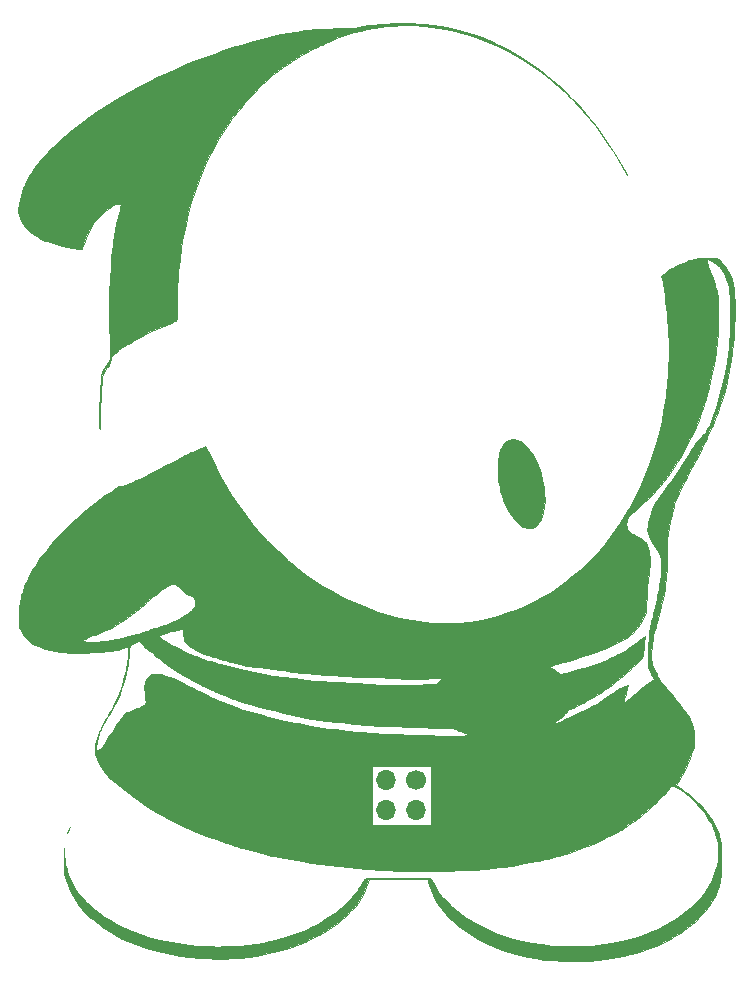
<source format=gtl>
G04 #@! TF.FileFunction,Copper,L1,Top,Signal*
%FSLAX46Y46*%
G04 Gerber Fmt 4.6, Leading zero omitted, Abs format (unit mm)*
G04 Created by KiCad (PCBNEW 4.0.7) date 07/19/18 08:55:47*
%MOMM*%
%LPD*%
G01*
G04 APERTURE LIST*
%ADD10C,0.100000*%
%ADD11C,0.010000*%
%ADD12C,1.700000*%
%ADD13O,1.700000X1.700000*%
G04 APERTURE END LIST*
D10*
D11*
G36*
X180037707Y-82016627D02*
X180182405Y-82020140D01*
X180292817Y-82024243D01*
X180376991Y-82029850D01*
X180442973Y-82037878D01*
X180498811Y-82049243D01*
X180552550Y-82064860D01*
X180597550Y-82080355D01*
X180752525Y-82150075D01*
X180887901Y-82243921D01*
X181013265Y-82369190D01*
X181071293Y-82440785D01*
X181139692Y-82528362D01*
X181220731Y-82629642D01*
X181299568Y-82726128D01*
X181318615Y-82749033D01*
X181410304Y-82861050D01*
X181482193Y-82955828D01*
X181542684Y-83046251D01*
X181600178Y-83145202D01*
X181663079Y-83265564D01*
X181688267Y-83315816D01*
X181819708Y-83615515D01*
X181928253Y-83941440D01*
X182014732Y-84296741D01*
X182079974Y-84684569D01*
X182105937Y-84901617D01*
X182122319Y-85094877D01*
X182135354Y-85325239D01*
X182145106Y-85587608D01*
X182151641Y-85876892D01*
X182155024Y-86187995D01*
X182155322Y-86515825D01*
X182152599Y-86855286D01*
X182146920Y-87201286D01*
X182138352Y-87548731D01*
X182126960Y-87892526D01*
X182112809Y-88227577D01*
X182095964Y-88548791D01*
X182076492Y-88851074D01*
X182054458Y-89129332D01*
X182051116Y-89166700D01*
X181944441Y-90130410D01*
X181800631Y-91084411D01*
X181620337Y-92025783D01*
X181404211Y-92951605D01*
X181152907Y-93858956D01*
X180867075Y-94744917D01*
X180704109Y-95198628D01*
X180600803Y-95472474D01*
X180506085Y-95715916D01*
X180420771Y-95926986D01*
X180345674Y-96103720D01*
X180281610Y-96244152D01*
X180229392Y-96346316D01*
X180226064Y-96352225D01*
X180018034Y-96756119D01*
X179850878Y-97163345D01*
X179849317Y-97167700D01*
X179813657Y-97262813D01*
X179771305Y-97366949D01*
X179720972Y-97482689D01*
X179661369Y-97612612D01*
X179591209Y-97759298D01*
X179509203Y-97925329D01*
X179414062Y-98113285D01*
X179304498Y-98325745D01*
X179179222Y-98565290D01*
X179036945Y-98834501D01*
X178876380Y-99135957D01*
X178728908Y-99411367D01*
X178564020Y-99720283D01*
X178400880Y-100028973D01*
X178240999Y-100334419D01*
X178085891Y-100633603D01*
X177937069Y-100923509D01*
X177796045Y-101201120D01*
X177664332Y-101463418D01*
X177543443Y-101707385D01*
X177434890Y-101930006D01*
X177340188Y-102128261D01*
X177260848Y-102299135D01*
X177198383Y-102439610D01*
X177154307Y-102546669D01*
X177146551Y-102567278D01*
X177059350Y-102827403D01*
X176981829Y-103102548D01*
X176919034Y-103373699D01*
X176888253Y-103540343D01*
X176869519Y-103638354D01*
X176841865Y-103761713D01*
X176808872Y-103895326D01*
X176774120Y-104024096D01*
X176770641Y-104036283D01*
X176715327Y-104244106D01*
X176659441Y-104481821D01*
X176605449Y-104737096D01*
X176555815Y-104997599D01*
X176513002Y-105250999D01*
X176479476Y-105484964D01*
X176476661Y-105507367D01*
X176453086Y-105706119D01*
X176433931Y-105889015D01*
X176418899Y-106063184D01*
X176407697Y-106235752D01*
X176400028Y-106413850D01*
X176395597Y-106604606D01*
X176394110Y-106815148D01*
X176395271Y-107052606D01*
X176398785Y-107324107D01*
X176399526Y-107370033D01*
X176403494Y-107667039D01*
X176404769Y-107928996D01*
X176403106Y-108163118D01*
X176398258Y-108376619D01*
X176389980Y-108576714D01*
X176378025Y-108770615D01*
X176362148Y-108965537D01*
X176342103Y-109168694D01*
X176336356Y-109222117D01*
X176287521Y-109613764D01*
X176223706Y-110029708D01*
X176144464Y-110472111D01*
X176049346Y-110943135D01*
X175937905Y-111444943D01*
X175809692Y-111979696D01*
X175664259Y-112549557D01*
X175583905Y-112852200D01*
X175531590Y-113045945D01*
X175488225Y-113204018D01*
X175452170Y-113331737D01*
X175421790Y-113434417D01*
X175395446Y-113517376D01*
X175371501Y-113585930D01*
X175348317Y-113645396D01*
X175324258Y-113701091D01*
X175318657Y-113713426D01*
X175289075Y-113789568D01*
X175267985Y-113874663D01*
X175252734Y-113981384D01*
X175244908Y-114065691D01*
X175236283Y-114161684D01*
X175223579Y-114288273D01*
X175208014Y-114434054D01*
X175190805Y-114587621D01*
X175173635Y-114733702D01*
X175137822Y-115062032D01*
X175112344Y-115366226D01*
X175097240Y-115643589D01*
X175092545Y-115891427D01*
X175098297Y-116107046D01*
X175114533Y-116287750D01*
X175141290Y-116430846D01*
X175149839Y-116461117D01*
X175172122Y-116520166D01*
X175211219Y-116609828D01*
X175263807Y-116723475D01*
X175326566Y-116854482D01*
X175396173Y-116996222D01*
X175469307Y-117142069D01*
X175542646Y-117285397D01*
X175612869Y-117419580D01*
X175676654Y-117537990D01*
X175730680Y-117634003D01*
X175770552Y-117699367D01*
X175811443Y-117759024D01*
X175863947Y-117830979D01*
X175930035Y-117917686D01*
X176011678Y-118021600D01*
X176110848Y-118145176D01*
X176229515Y-118290868D01*
X176369650Y-118461130D01*
X176533226Y-118658417D01*
X176722212Y-118885184D01*
X176739485Y-118905867D01*
X176997429Y-119216759D01*
X177228370Y-119499725D01*
X177434380Y-119757609D01*
X177617531Y-119993252D01*
X177779895Y-120209499D01*
X177923545Y-120409192D01*
X178050551Y-120595175D01*
X178162988Y-120770289D01*
X178262926Y-120937380D01*
X178352439Y-121099288D01*
X178388144Y-121167835D01*
X178537742Y-121506212D01*
X178647655Y-121857639D01*
X178717737Y-122220048D01*
X178747844Y-122591371D01*
X178737832Y-122969541D01*
X178687557Y-123352490D01*
X178596874Y-123738149D01*
X178573089Y-123817975D01*
X178376330Y-124389164D01*
X178138535Y-124962013D01*
X177860811Y-125534170D01*
X177544265Y-126103284D01*
X177341363Y-126434127D01*
X177177927Y-126691638D01*
X177424405Y-126855187D01*
X177866750Y-127159923D01*
X178270874Y-127462459D01*
X178640495Y-127766351D01*
X178979332Y-128075152D01*
X179291104Y-128392416D01*
X179579530Y-128721697D01*
X179848329Y-129066549D01*
X180070022Y-129383367D01*
X180291945Y-129741638D01*
X180489521Y-130111966D01*
X180657931Y-130484580D01*
X180790459Y-130843867D01*
X180847736Y-131031633D01*
X180896317Y-131217845D01*
X180936654Y-131407237D01*
X180969197Y-131604547D01*
X180994399Y-131814509D01*
X181012710Y-132041861D01*
X181024583Y-132291339D01*
X181030467Y-132567678D01*
X181030815Y-132875614D01*
X181026078Y-133219885D01*
X181024437Y-133299200D01*
X181015988Y-133609239D01*
X181004567Y-133882634D01*
X180989501Y-134125010D01*
X180970117Y-134341993D01*
X180945743Y-134539211D01*
X180915708Y-134722288D01*
X180879338Y-134896852D01*
X180835961Y-135068528D01*
X180796785Y-135204200D01*
X180680514Y-135546353D01*
X180539658Y-135883714D01*
X180371266Y-136222080D01*
X180172384Y-136567245D01*
X179940061Y-136925006D01*
X179865042Y-137033321D01*
X179657647Y-137307736D01*
X179415440Y-137591233D01*
X179143572Y-137878922D01*
X178847190Y-138165913D01*
X178531446Y-138447316D01*
X178201488Y-138718241D01*
X177862465Y-138973798D01*
X177704003Y-139085458D01*
X177335198Y-139329138D01*
X176956604Y-139558131D01*
X176562772Y-139775169D01*
X176148258Y-139982989D01*
X175707615Y-140184323D01*
X175235397Y-140381908D01*
X174742329Y-140572455D01*
X174295370Y-140728174D01*
X173813735Y-140875782D01*
X173304568Y-141013728D01*
X172775014Y-141140464D01*
X172232217Y-141254443D01*
X171683322Y-141354114D01*
X171135475Y-141437930D01*
X170595819Y-141504342D01*
X170315467Y-141531963D01*
X169979954Y-141558673D01*
X169629164Y-141580435D01*
X169271028Y-141597068D01*
X168913474Y-141608392D01*
X168564435Y-141614227D01*
X168231839Y-141614392D01*
X167923618Y-141608708D01*
X167647701Y-141596993D01*
X167595550Y-141593811D01*
X166806895Y-141531439D01*
X166052143Y-141448114D01*
X165327988Y-141343074D01*
X164631126Y-141215558D01*
X163958252Y-141064805D01*
X163306060Y-140890053D01*
X162671246Y-140690540D01*
X162050504Y-140465505D01*
X161440529Y-140214185D01*
X161259951Y-140133916D01*
X160732865Y-139877833D01*
X160214026Y-139590683D01*
X159708341Y-139276031D01*
X159220719Y-138937440D01*
X158756066Y-138578475D01*
X158319292Y-138202698D01*
X157915305Y-137813674D01*
X157606149Y-137480705D01*
X157272153Y-137070261D01*
X156976869Y-136643055D01*
X156720452Y-136199333D01*
X156503054Y-135739343D01*
X156461333Y-135638117D01*
X156408011Y-135499118D01*
X156353473Y-135345904D01*
X156300634Y-135187719D01*
X156252413Y-135033807D01*
X156211725Y-134893413D01*
X156181488Y-134775782D01*
X156166890Y-134704921D01*
X156152404Y-134618392D01*
X154808117Y-134603822D01*
X154527875Y-134601288D01*
X154224357Y-134599443D01*
X153906488Y-134598287D01*
X153583194Y-134597821D01*
X153263400Y-134598043D01*
X152956032Y-134598955D01*
X152670015Y-134600557D01*
X152414273Y-134602848D01*
X152333509Y-134603813D01*
X151203187Y-134618373D01*
X151125891Y-134853078D01*
X150949395Y-135330007D01*
X150740826Y-135788206D01*
X150502533Y-136223346D01*
X150236864Y-136631099D01*
X149977995Y-136969032D01*
X149807653Y-137165127D01*
X149609974Y-137376143D01*
X149393234Y-137594117D01*
X149165710Y-137811085D01*
X148935678Y-138019081D01*
X148711415Y-138210143D01*
X148571803Y-138322146D01*
X148077538Y-138684094D01*
X147547331Y-139027770D01*
X146983904Y-139352141D01*
X146389980Y-139656174D01*
X145768282Y-139938834D01*
X145121532Y-140199088D01*
X144452453Y-140435902D01*
X143763768Y-140648243D01*
X143058199Y-140835076D01*
X142338469Y-140995369D01*
X141607301Y-141128087D01*
X140925550Y-141225108D01*
X140279661Y-141292337D01*
X139605610Y-141338609D01*
X138912026Y-141363907D01*
X138207539Y-141368213D01*
X137500779Y-141351509D01*
X136800376Y-141313779D01*
X136114958Y-141255005D01*
X135930217Y-141235147D01*
X135172608Y-141134684D01*
X134425776Y-141005208D01*
X133692270Y-140847643D01*
X132974641Y-140662911D01*
X132275438Y-140451935D01*
X131597211Y-140215638D01*
X130942511Y-139954943D01*
X130313886Y-139670772D01*
X129713886Y-139364048D01*
X129145062Y-139035694D01*
X128609963Y-138686633D01*
X128328065Y-138484004D01*
X128060374Y-138275912D01*
X127788311Y-138048023D01*
X127519157Y-137807223D01*
X127260193Y-137560393D01*
X127018702Y-137314418D01*
X126801963Y-137076182D01*
X126661151Y-136908117D01*
X126359078Y-136499781D01*
X126092989Y-136072656D01*
X125864018Y-135629248D01*
X125673299Y-135172061D01*
X125521965Y-134703603D01*
X125411149Y-134226377D01*
X125387768Y-134092950D01*
X125377809Y-134013841D01*
X125368939Y-133908194D01*
X125361173Y-133780250D01*
X125354526Y-133634247D01*
X125349016Y-133474427D01*
X125344659Y-133305027D01*
X125341470Y-133130290D01*
X125339467Y-132954453D01*
X125338665Y-132781757D01*
X125339080Y-132616442D01*
X125340728Y-132462748D01*
X125343627Y-132324913D01*
X125347792Y-132207179D01*
X125353239Y-132113785D01*
X125359984Y-132048970D01*
X125368044Y-132016974D01*
X125377435Y-132022038D01*
X125379877Y-132029200D01*
X125385619Y-132068633D01*
X125390809Y-132141366D01*
X125394998Y-132238366D01*
X125397734Y-132350598D01*
X125398338Y-132399617D01*
X125401465Y-132618618D01*
X125407645Y-132805113D01*
X125418299Y-132968898D01*
X125434843Y-133119766D01*
X125458698Y-133267514D01*
X125491280Y-133421937D01*
X125534008Y-133592830D01*
X125588301Y-133789988D01*
X125611359Y-133870700D01*
X125742638Y-134264369D01*
X125909994Y-134662370D01*
X126109087Y-135056449D01*
X126335574Y-135438353D01*
X126585114Y-135799830D01*
X126713599Y-135965890D01*
X126967314Y-136261008D01*
X127257094Y-136561545D01*
X127577794Y-136863235D01*
X127924269Y-137161809D01*
X128291374Y-137453001D01*
X128673963Y-137732544D01*
X129066892Y-137996171D01*
X129432050Y-138220370D01*
X129978783Y-138521642D01*
X130559446Y-138804895D01*
X131168745Y-139068043D01*
X131801388Y-139309000D01*
X132452082Y-139525677D01*
X133115535Y-139715989D01*
X133421967Y-139793719D01*
X133888384Y-139898722D01*
X134388838Y-139995641D01*
X134915611Y-140083395D01*
X135460990Y-140160899D01*
X136017260Y-140227073D01*
X136576705Y-140280832D01*
X137131610Y-140321094D01*
X137214623Y-140325939D01*
X137369119Y-140332866D01*
X137558302Y-140338449D01*
X137774590Y-140342685D01*
X138010400Y-140345573D01*
X138258149Y-140347109D01*
X138510255Y-140347292D01*
X138759136Y-140346118D01*
X138997209Y-140343587D01*
X139216892Y-140339695D01*
X139410601Y-140334440D01*
X139570755Y-140327819D01*
X139592050Y-140326673D01*
X140271972Y-140277815D01*
X140940179Y-140208301D01*
X141590957Y-140118990D01*
X142218591Y-140010743D01*
X142817366Y-139884418D01*
X143253883Y-139775712D01*
X143829675Y-139615135D01*
X144368606Y-139450397D01*
X144876100Y-139279350D01*
X145357582Y-139099849D01*
X145818474Y-138909748D01*
X146264203Y-138706902D01*
X146700191Y-138489165D01*
X147131862Y-138254390D01*
X147205504Y-138212460D01*
X147752887Y-137874610D01*
X148281488Y-137499463D01*
X148789607Y-137088458D01*
X149275546Y-136643031D01*
X149737604Y-136164621D01*
X150048789Y-135807450D01*
X150145360Y-135688724D01*
X150227144Y-135580114D01*
X150301527Y-135470510D01*
X150375893Y-135348802D01*
X150457628Y-135203882D01*
X150492001Y-135140700D01*
X150587261Y-134967710D01*
X150666938Y-134830707D01*
X150732777Y-134727055D01*
X150786523Y-134654118D01*
X150829922Y-134609258D01*
X150854100Y-134593587D01*
X150874465Y-134589775D01*
X150918965Y-134586333D01*
X150989058Y-134583248D01*
X151086198Y-134580507D01*
X151211842Y-134578097D01*
X151367447Y-134576007D01*
X151554468Y-134574222D01*
X151774361Y-134572731D01*
X152028582Y-134571520D01*
X152318588Y-134570577D01*
X152645834Y-134569889D01*
X153011776Y-134569443D01*
X153417872Y-134569226D01*
X153635248Y-134569200D01*
X156362870Y-134569200D01*
X156413583Y-134629469D01*
X156444246Y-134672035D01*
X156488850Y-134741662D01*
X156541094Y-134828228D01*
X156588133Y-134909927D01*
X156688861Y-135087801D01*
X156774059Y-135235161D01*
X156847988Y-135358918D01*
X156914909Y-135465979D01*
X156979082Y-135563255D01*
X157044770Y-135657653D01*
X157076380Y-135701617D01*
X157407827Y-136129912D01*
X157763584Y-136533226D01*
X158147188Y-136914895D01*
X158562176Y-137278254D01*
X159012085Y-137626640D01*
X159414633Y-137906863D01*
X159884973Y-138205900D01*
X160353118Y-138475102D01*
X160834591Y-138723083D01*
X161166376Y-138878933D01*
X161892123Y-139185592D01*
X162636230Y-139455677D01*
X163399407Y-139689354D01*
X164182367Y-139886790D01*
X164985823Y-140048151D01*
X165810486Y-140173605D01*
X166657069Y-140263318D01*
X167256883Y-140304605D01*
X167857422Y-140330812D01*
X168426571Y-140342021D01*
X168972745Y-140337642D01*
X169504362Y-140317082D01*
X170029836Y-140279751D01*
X170557585Y-140225057D01*
X171096025Y-140152409D01*
X171653571Y-140061216D01*
X172209883Y-139956612D01*
X172954087Y-139791986D01*
X173668243Y-139599347D01*
X174354919Y-139377670D01*
X175016681Y-139125930D01*
X175656097Y-138843101D01*
X176275735Y-138528158D01*
X176878162Y-138180075D01*
X177247550Y-137944930D01*
X177640288Y-137671166D01*
X178022933Y-137375641D01*
X178390662Y-137062974D01*
X178738648Y-136737787D01*
X179062068Y-136404698D01*
X179356096Y-136068329D01*
X179615908Y-135733299D01*
X179733954Y-135564033D01*
X179881531Y-135337336D01*
X180010710Y-135123680D01*
X180125163Y-134915128D01*
X180228564Y-134703740D01*
X180324586Y-134481579D01*
X180416903Y-134240707D01*
X180509187Y-133973184D01*
X180595557Y-133702078D01*
X180653059Y-133510491D01*
X180697327Y-133346767D01*
X180729912Y-133200120D01*
X180752362Y-133059762D01*
X180766228Y-132914905D01*
X180773059Y-132754762D01*
X180774404Y-132568545D01*
X180773513Y-132463117D01*
X180764305Y-132136707D01*
X180743895Y-131842420D01*
X180710784Y-131571170D01*
X180663475Y-131313874D01*
X180600470Y-131061445D01*
X180520269Y-130804801D01*
X180482151Y-130696478D01*
X180345590Y-130348387D01*
X180193234Y-130017304D01*
X180021530Y-129697609D01*
X179826924Y-129383681D01*
X179605862Y-129069897D01*
X179354791Y-128750638D01*
X179070158Y-128420283D01*
X178980635Y-128321389D01*
X178630867Y-127963831D01*
X178246367Y-127618537D01*
X177825075Y-127283817D01*
X177364935Y-126957984D01*
X177141923Y-126812066D01*
X176888130Y-126649929D01*
X176813840Y-126732560D01*
X176767191Y-126785621D01*
X176703890Y-126859181D01*
X176634302Y-126941150D01*
X176599362Y-126982737D01*
X176538780Y-127051855D01*
X176451956Y-127146269D01*
X176343032Y-127261794D01*
X176216145Y-127394245D01*
X176075437Y-127539437D01*
X175925047Y-127693186D01*
X175769114Y-127851306D01*
X175611779Y-128009613D01*
X175457180Y-128163922D01*
X175309458Y-128310047D01*
X175172752Y-128443804D01*
X175051203Y-128561007D01*
X174948949Y-128657473D01*
X174884736Y-128716086D01*
X174355741Y-129168149D01*
X173806723Y-129599136D01*
X173246298Y-130002623D01*
X172683085Y-130372182D01*
X172569717Y-130442159D01*
X172487170Y-130489952D01*
X172371499Y-130553134D01*
X172227900Y-130629109D01*
X172061570Y-130715279D01*
X171877706Y-130809048D01*
X171681505Y-130907818D01*
X171478164Y-131008993D01*
X171272880Y-131109974D01*
X171070851Y-131208166D01*
X170877272Y-131300970D01*
X170697342Y-131385790D01*
X170536257Y-131460028D01*
X170500762Y-131476080D01*
X170126569Y-131640204D01*
X169736340Y-131803218D01*
X169337095Y-131962541D01*
X168935855Y-132115589D01*
X168539640Y-132259780D01*
X168155468Y-132392532D01*
X167790361Y-132511262D01*
X167451338Y-132613386D01*
X167278050Y-132661673D01*
X167068302Y-132718146D01*
X166892624Y-132765344D01*
X166744223Y-132805062D01*
X166616308Y-132839093D01*
X166502088Y-132869231D01*
X166394771Y-132897268D01*
X166287566Y-132924999D01*
X166173679Y-132954217D01*
X166071550Y-132980287D01*
X165834236Y-133038350D01*
X165623041Y-133084272D01*
X165424365Y-133120564D01*
X165224610Y-133149737D01*
X165034383Y-133171803D01*
X164889124Y-133187838D01*
X164764007Y-133204063D01*
X164647748Y-133222533D01*
X164529066Y-133245302D01*
X164396678Y-133274426D01*
X164239302Y-133311959D01*
X164166550Y-133329856D01*
X163948872Y-133383196D01*
X163761356Y-133427576D01*
X163595788Y-133464338D01*
X163443950Y-133494825D01*
X163297629Y-133520380D01*
X163148607Y-133542346D01*
X162988671Y-133562065D01*
X162809603Y-133580882D01*
X162603189Y-133600139D01*
X162409717Y-133617031D01*
X162248958Y-133631804D01*
X162058071Y-133650957D01*
X161848882Y-133673204D01*
X161633214Y-133697259D01*
X161422893Y-133721836D01*
X161245550Y-133743642D01*
X160998045Y-133774606D01*
X160785798Y-133800160D01*
X160602149Y-133820814D01*
X160440438Y-133837079D01*
X160294006Y-133849466D01*
X160156194Y-133858485D01*
X160020341Y-133864647D01*
X159879789Y-133868463D01*
X159727877Y-133870444D01*
X159583967Y-133871067D01*
X159402712Y-133872954D01*
X159198304Y-133877720D01*
X158987123Y-133884813D01*
X158785548Y-133893684D01*
X158610300Y-133903760D01*
X158483799Y-133910864D01*
X158320541Y-133917846D01*
X158126103Y-133924557D01*
X157906061Y-133930849D01*
X157665991Y-133936573D01*
X157411472Y-133941582D01*
X157148077Y-133945726D01*
X156938133Y-133948282D01*
X155466998Y-133947220D01*
X153972620Y-133913344D01*
X152458276Y-133846837D01*
X150927243Y-133747884D01*
X149382798Y-133616666D01*
X147828218Y-133453367D01*
X147593050Y-133425962D01*
X147292382Y-133390173D01*
X147027454Y-133357851D01*
X146791906Y-133328021D01*
X146579380Y-133299703D01*
X146383515Y-133271921D01*
X146197953Y-133243695D01*
X146016334Y-133214049D01*
X145832299Y-133182004D01*
X145639488Y-133146583D01*
X145431542Y-133106807D01*
X145202101Y-133061699D01*
X145127133Y-133046783D01*
X144900416Y-133002109D01*
X144660771Y-132955845D01*
X144416819Y-132909594D01*
X144177179Y-132864955D01*
X143950473Y-132823531D01*
X143745320Y-132786922D01*
X143570340Y-132756730D01*
X143523542Y-132748919D01*
X143285318Y-132709302D01*
X143081673Y-132674546D01*
X142905366Y-132642946D01*
X142749155Y-132612800D01*
X142605798Y-132582403D01*
X142468053Y-132550054D01*
X142328679Y-132514048D01*
X142180434Y-132472681D01*
X142016076Y-132424252D01*
X141828363Y-132367056D01*
X141610054Y-132299389D01*
X141602883Y-132297157D01*
X141453417Y-132252161D01*
X141278366Y-132201921D01*
X141093377Y-132150780D01*
X140914098Y-132103082D01*
X140787967Y-132070981D01*
X140582501Y-132019355D01*
X140393648Y-131970220D01*
X140213710Y-131921313D01*
X140034992Y-131870370D01*
X139849797Y-131815129D01*
X139650428Y-131753326D01*
X139429189Y-131682699D01*
X139178383Y-131600984D01*
X139084050Y-131569958D01*
X138211897Y-131271984D01*
X137377997Y-130965070D01*
X136578884Y-130647468D01*
X135811094Y-130317434D01*
X135071162Y-129973223D01*
X134355623Y-129613088D01*
X133661011Y-129235286D01*
X132983863Y-128838070D01*
X132320713Y-128419695D01*
X131668096Y-127978416D01*
X131022549Y-127512487D01*
X131008967Y-127502369D01*
X130848290Y-127381208D01*
X130681591Y-127253008D01*
X130514699Y-127122438D01*
X130353439Y-126994170D01*
X130203640Y-126872873D01*
X130071129Y-126763218D01*
X129961733Y-126669876D01*
X129889034Y-126604772D01*
X129820171Y-126543962D01*
X129755931Y-126492778D01*
X129707363Y-126459858D01*
X129697018Y-126454627D01*
X129660590Y-126430970D01*
X129599596Y-126382380D01*
X129519414Y-126313848D01*
X129425422Y-126230366D01*
X129322999Y-126136923D01*
X129217523Y-126038512D01*
X129114373Y-125940124D01*
X129018925Y-125846749D01*
X128936560Y-125763379D01*
X128872654Y-125695004D01*
X128849109Y-125667764D01*
X128780304Y-125582823D01*
X128721177Y-125504523D01*
X128666948Y-125425147D01*
X128612839Y-125336979D01*
X128554071Y-125232305D01*
X128485864Y-125103408D01*
X128444597Y-125023033D01*
X151413633Y-125023033D01*
X151413633Y-130018367D01*
X156408967Y-130018367D01*
X156408967Y-125023033D01*
X151413633Y-125023033D01*
X128444597Y-125023033D01*
X128419659Y-124974462D01*
X128288243Y-124706374D01*
X128180150Y-124462936D01*
X128091984Y-124235957D01*
X128020351Y-124017248D01*
X128014224Y-123996406D01*
X127991272Y-123915270D01*
X127976571Y-123851787D01*
X127969273Y-123793821D01*
X127968534Y-123729236D01*
X127970940Y-123688881D01*
X128068442Y-123688881D01*
X128074772Y-123718336D01*
X128089878Y-123729910D01*
X128115055Y-123729679D01*
X128151247Y-123723773D01*
X128220786Y-123708153D01*
X128304947Y-123683206D01*
X128350587Y-123667283D01*
X128411019Y-123641752D01*
X128465833Y-123610588D01*
X128518433Y-123569677D01*
X128572226Y-123514905D01*
X128630616Y-123442159D01*
X128697010Y-123347323D01*
X128774811Y-123226284D01*
X128867427Y-123074928D01*
X128936623Y-122959283D01*
X129123346Y-122648583D01*
X129306402Y-122350057D01*
X129483889Y-122066578D01*
X129653901Y-121801018D01*
X129814536Y-121556253D01*
X129963889Y-121335153D01*
X130100057Y-121140594D01*
X130221136Y-120975447D01*
X130325222Y-120842586D01*
X130387301Y-120769944D01*
X130474380Y-120682879D01*
X130574346Y-120602970D01*
X130692175Y-120527553D01*
X130832848Y-120453963D01*
X131001341Y-120379535D01*
X131202632Y-120301603D01*
X131379383Y-120238815D01*
X131567091Y-120172953D01*
X131719987Y-120116545D01*
X131843874Y-120067106D01*
X131944555Y-120022154D01*
X132027834Y-119979203D01*
X132099514Y-119935769D01*
X132121005Y-119921324D01*
X132173891Y-119880737D01*
X132215233Y-119836778D01*
X132245584Y-119784690D01*
X132265499Y-119719719D01*
X132275532Y-119637109D01*
X132276237Y-119532103D01*
X132268168Y-119399947D01*
X132251881Y-119235885D01*
X132227929Y-119035161D01*
X132226050Y-119020176D01*
X132196287Y-118746640D01*
X132180720Y-118509378D01*
X132179513Y-118304721D01*
X132192830Y-118129004D01*
X132220838Y-117978558D01*
X132263699Y-117849717D01*
X132280311Y-117813006D01*
X132383954Y-117645951D01*
X132518349Y-117504062D01*
X132677909Y-117390789D01*
X132857047Y-117309582D01*
X133050176Y-117263891D01*
X133184124Y-117254867D01*
X133355253Y-117265065D01*
X133549403Y-117295970D01*
X133767783Y-117348040D01*
X134011601Y-117421737D01*
X134282064Y-117517522D01*
X134580381Y-117635856D01*
X134907759Y-117777200D01*
X135265408Y-117942014D01*
X135654533Y-118130760D01*
X136076345Y-118343899D01*
X136184217Y-118399582D01*
X136465572Y-118544618D01*
X136745030Y-118687217D01*
X137019006Y-118825627D01*
X137283918Y-118958096D01*
X137536183Y-119082872D01*
X137772216Y-119198202D01*
X137988434Y-119302336D01*
X138181254Y-119393521D01*
X138347092Y-119470005D01*
X138482366Y-119530036D01*
X138576050Y-119568956D01*
X139241106Y-119823220D01*
X139903175Y-120061286D01*
X140567756Y-120284734D01*
X141240348Y-120495145D01*
X141926451Y-120694102D01*
X142631564Y-120883185D01*
X143361186Y-121063974D01*
X144120818Y-121238053D01*
X144915957Y-121407002D01*
X145095383Y-121443474D01*
X145636448Y-121549482D01*
X146162966Y-121646015D01*
X146682902Y-121734248D01*
X147204220Y-121815356D01*
X147734882Y-121890515D01*
X148282852Y-121960899D01*
X148856095Y-122027685D01*
X149462574Y-122092046D01*
X149550967Y-122100968D01*
X149987912Y-122144103D01*
X150390085Y-122182172D01*
X150764680Y-122215661D01*
X151118891Y-122245054D01*
X151459914Y-122270837D01*
X151794943Y-122293494D01*
X152131173Y-122313510D01*
X152475799Y-122331370D01*
X152836016Y-122347559D01*
X153219019Y-122362561D01*
X153632002Y-122376862D01*
X153657300Y-122377689D01*
X153837299Y-122383936D01*
X154020332Y-122390973D01*
X154197453Y-122398406D01*
X154359717Y-122405844D01*
X154498179Y-122412892D01*
X154603892Y-122419158D01*
X154609800Y-122419555D01*
X154698562Y-122424559D01*
X154823223Y-122430112D01*
X154977353Y-122436001D01*
X155154525Y-122442011D01*
X155348310Y-122447930D01*
X155552280Y-122453542D01*
X155760007Y-122458635D01*
X155837467Y-122460365D01*
X156069084Y-122465646D01*
X156319954Y-122471811D01*
X156579728Y-122478577D01*
X156838061Y-122485661D01*
X157084607Y-122492780D01*
X157309020Y-122499649D01*
X157492575Y-122505696D01*
X157767013Y-122513766D01*
X158034232Y-122518931D01*
X158290021Y-122521258D01*
X158530168Y-122520818D01*
X158750463Y-122517679D01*
X158946695Y-122511911D01*
X159114653Y-122503584D01*
X159250125Y-122492767D01*
X159348901Y-122479529D01*
X159372300Y-122474740D01*
X159480339Y-122447656D01*
X159567737Y-122421689D01*
X159628839Y-122398858D01*
X159657996Y-122381185D01*
X159656642Y-122373116D01*
X159630193Y-122362632D01*
X159571485Y-122341839D01*
X159488522Y-122313500D01*
X159389309Y-122280380D01*
X159361717Y-122271286D01*
X159153070Y-122200796D01*
X158972166Y-122135109D01*
X158805601Y-122069066D01*
X158639974Y-121997509D01*
X158580924Y-121970746D01*
X158490030Y-121930789D01*
X158404603Y-121896134D01*
X158337840Y-121872020D01*
X158316340Y-121865737D01*
X158280280Y-121861571D01*
X158206347Y-121856891D01*
X158098996Y-121851854D01*
X157962681Y-121846616D01*
X157801859Y-121841334D01*
X157620982Y-121836166D01*
X157424508Y-121831268D01*
X157216890Y-121826797D01*
X157202717Y-121826517D01*
X156946277Y-121820928D01*
X156660438Y-121813738D01*
X156356780Y-121805298D01*
X156046882Y-121795959D01*
X155742326Y-121786074D01*
X155454692Y-121775993D01*
X155195558Y-121766068D01*
X155149550Y-121764190D01*
X154908494Y-121754483D01*
X154649027Y-121744478D01*
X154380737Y-121734515D01*
X154113211Y-121724936D01*
X153856037Y-121716081D01*
X153618801Y-121708293D01*
X153411091Y-121701912D01*
X153350383Y-121700165D01*
X152913045Y-121687129D01*
X152513034Y-121673572D01*
X152145346Y-121659136D01*
X151804976Y-121643466D01*
X151486919Y-121626203D01*
X151186169Y-121606991D01*
X150897721Y-121585474D01*
X150616571Y-121561294D01*
X150337713Y-121534095D01*
X150056141Y-121503520D01*
X149766852Y-121469212D01*
X149464840Y-121430814D01*
X149339300Y-121414224D01*
X149204153Y-121397116D01*
X149038541Y-121377613D01*
X148854172Y-121357006D01*
X148662753Y-121336587D01*
X148475991Y-121317645D01*
X148376217Y-121308015D01*
X147668421Y-121234991D01*
X146999470Y-121153129D01*
X146366721Y-121062000D01*
X145767530Y-120961180D01*
X145199253Y-120850242D01*
X144659246Y-120728760D01*
X144428633Y-120671529D01*
X144266384Y-120630932D01*
X144077119Y-120584988D01*
X143875243Y-120537107D01*
X143675158Y-120490694D01*
X143491267Y-120449160D01*
X143454967Y-120441137D01*
X142644129Y-120253136D01*
X141870281Y-120054072D01*
X141134423Y-119844233D01*
X140437554Y-119623905D01*
X139780674Y-119393377D01*
X139666133Y-119350585D01*
X139532274Y-119298768D01*
X139365633Y-119232129D01*
X139172064Y-119153157D01*
X138957418Y-119064341D01*
X138727546Y-118968169D01*
X138630144Y-118927033D01*
X156451300Y-118927033D01*
X156459044Y-118944456D01*
X156465411Y-118941144D01*
X156467944Y-118916024D01*
X156465411Y-118912922D01*
X156452827Y-118915828D01*
X156451300Y-118927033D01*
X138630144Y-118927033D01*
X138488300Y-118867128D01*
X138479862Y-118863533D01*
X156472467Y-118863533D01*
X156480211Y-118880956D01*
X156486578Y-118877644D01*
X156489111Y-118852524D01*
X156486578Y-118849422D01*
X156473994Y-118852328D01*
X156472467Y-118863533D01*
X138479862Y-118863533D01*
X138355646Y-118810617D01*
X156494281Y-118810617D01*
X156503016Y-118814403D01*
X156514800Y-118800033D01*
X156532711Y-118761446D01*
X156535318Y-118747117D01*
X156526584Y-118743330D01*
X156514800Y-118757700D01*
X156496889Y-118796287D01*
X156494281Y-118810617D01*
X138355646Y-118810617D01*
X138245532Y-118763709D01*
X138108393Y-118704783D01*
X156536615Y-118704783D01*
X156545349Y-118708569D01*
X156557133Y-118694200D01*
X156575044Y-118655613D01*
X156577652Y-118641283D01*
X156568917Y-118637497D01*
X156557133Y-118651867D01*
X156539222Y-118690454D01*
X156536615Y-118704783D01*
X138108393Y-118704783D01*
X138005095Y-118660398D01*
X137869579Y-118601634D01*
X156578300Y-118601634D01*
X156581852Y-118610434D01*
X156594777Y-118593790D01*
X156620479Y-118546560D01*
X156639628Y-118508992D01*
X156663969Y-118456806D01*
X156675306Y-118424344D01*
X156674410Y-118419033D01*
X156659726Y-118435932D01*
X156635206Y-118477042D01*
X156608416Y-118527985D01*
X156586926Y-118574382D01*
X156578300Y-118601634D01*
X137869579Y-118601634D01*
X137772839Y-118559685D01*
X137554616Y-118464057D01*
X137356279Y-118376004D01*
X137183679Y-118298014D01*
X137097741Y-118258404D01*
X136557574Y-117991501D01*
X136002908Y-117686808D01*
X135762343Y-117545572D01*
X135624909Y-117464059D01*
X135467807Y-117371998D01*
X135308081Y-117279311D01*
X135162772Y-117195925D01*
X135127343Y-117175795D01*
X134825724Y-117000509D01*
X134559037Y-116835828D01*
X134322285Y-116678289D01*
X134110471Y-116524432D01*
X133918600Y-116370795D01*
X133750050Y-116221713D01*
X133693587Y-116172405D01*
X133609160Y-116102802D01*
X133502874Y-116017737D01*
X133380836Y-115922041D01*
X133249151Y-115820545D01*
X133113924Y-115718082D01*
X133107907Y-115713566D01*
X132869063Y-115531996D01*
X132661831Y-115369122D01*
X132481857Y-115221312D01*
X132324788Y-115084934D01*
X132186271Y-114956355D01*
X132108823Y-114879996D01*
X132040014Y-114807981D01*
X131966435Y-114726845D01*
X131895487Y-114645218D01*
X131834574Y-114571726D01*
X131791095Y-114514997D01*
X131776448Y-114492580D01*
X131764143Y-114481731D01*
X131740396Y-114481040D01*
X131699262Y-114492373D01*
X131634795Y-114517596D01*
X131541049Y-114558573D01*
X131484073Y-114584311D01*
X131371469Y-114634603D01*
X131259617Y-114683034D01*
X131160467Y-114724521D01*
X131085975Y-114753985D01*
X131077758Y-114757020D01*
X131010980Y-114782012D01*
X130963428Y-114801085D01*
X130945467Y-114810064D01*
X130941872Y-114831727D01*
X130932636Y-114882190D01*
X130924478Y-114925595D01*
X130916807Y-114977934D01*
X130906615Y-115065043D01*
X130894660Y-115179488D01*
X130881696Y-115313834D01*
X130868480Y-115460644D01*
X130860451Y-115555157D01*
X130839912Y-115794216D01*
X130820242Y-116000423D01*
X130800008Y-116183195D01*
X130777775Y-116351951D01*
X130752110Y-116516109D01*
X130721580Y-116685086D01*
X130684750Y-116868302D01*
X130640188Y-117075173D01*
X130605158Y-117232297D01*
X130578210Y-117354384D01*
X130554884Y-117464480D01*
X130536714Y-117554983D01*
X130525233Y-117618294D01*
X130521878Y-117645047D01*
X130511496Y-117689196D01*
X130485569Y-117749982D01*
X130470905Y-117777480D01*
X130446077Y-117831528D01*
X130414570Y-117915672D01*
X130380191Y-118018992D01*
X130346747Y-118130570D01*
X130342394Y-118146092D01*
X130221024Y-118542714D01*
X130075946Y-118948578D01*
X129912943Y-119349032D01*
X129737801Y-119729425D01*
X129645508Y-119911283D01*
X129602237Y-119991069D01*
X129540819Y-120100714D01*
X129464943Y-120233813D01*
X129378301Y-120383958D01*
X129284584Y-120544743D01*
X129187480Y-120709762D01*
X129121205Y-120821450D01*
X128964045Y-121086835D01*
X128828185Y-121319777D01*
X128712019Y-121523434D01*
X128613945Y-121700964D01*
X128532356Y-121855527D01*
X128465648Y-121990281D01*
X128412216Y-122108384D01*
X128370457Y-122212995D01*
X128338764Y-122307272D01*
X128315535Y-122394375D01*
X128310451Y-122417328D01*
X128289034Y-122507881D01*
X128264218Y-122597834D01*
X128246662Y-122652367D01*
X128216885Y-122749609D01*
X128185198Y-122877132D01*
X128153992Y-123023099D01*
X128125654Y-123175676D01*
X128102575Y-123323028D01*
X128089166Y-123432484D01*
X128076934Y-123552030D01*
X128069595Y-123635471D01*
X128068442Y-123688881D01*
X127970940Y-123688881D01*
X127973504Y-123645896D01*
X127982470Y-123541367D01*
X128015131Y-123269779D01*
X128064756Y-123008502D01*
X128133821Y-122749490D01*
X128224801Y-122484695D01*
X128340174Y-122206071D01*
X128482414Y-121905571D01*
X128491307Y-121887768D01*
X128537776Y-121796314D01*
X128587312Y-121701765D01*
X128642254Y-121599989D01*
X128704940Y-121486855D01*
X128777708Y-121358231D01*
X128862896Y-121209985D01*
X128962843Y-121037984D01*
X129079886Y-120838098D01*
X129216364Y-120606193D01*
X129220487Y-120599200D01*
X129440087Y-120213985D01*
X129637365Y-119839516D01*
X129814702Y-119469406D01*
X129974476Y-119097272D01*
X130119068Y-118716730D01*
X130250856Y-118321395D01*
X130372220Y-117904883D01*
X130485540Y-117460810D01*
X130593195Y-116982791D01*
X130624907Y-116831010D01*
X130661668Y-116650297D01*
X130690885Y-116500250D01*
X130713890Y-116370912D01*
X130732009Y-116252327D01*
X130746574Y-116134539D01*
X130758913Y-116007592D01*
X130770355Y-115861531D01*
X130782229Y-115686400D01*
X130786422Y-115621262D01*
X130796073Y-115474506D01*
X130805681Y-115336121D01*
X130814683Y-115213658D01*
X130822514Y-115114667D01*
X130828611Y-115046699D01*
X130830786Y-115027075D01*
X130835322Y-114968754D01*
X130832562Y-114932473D01*
X130828071Y-114926533D01*
X130803404Y-114933140D01*
X130746591Y-114951254D01*
X130665412Y-114978313D01*
X130567649Y-115011756D01*
X130539223Y-115021616D01*
X130329088Y-115091179D01*
X130119415Y-115152928D01*
X129906091Y-115207435D01*
X129684999Y-115255275D01*
X129452027Y-115297021D01*
X129203058Y-115333247D01*
X128933979Y-115364526D01*
X128640675Y-115391432D01*
X128319032Y-115414539D01*
X127964934Y-115434421D01*
X127574267Y-115451650D01*
X127410633Y-115457792D01*
X126858069Y-115471684D01*
X126342864Y-115472009D01*
X125862160Y-115458412D01*
X125413097Y-115430541D01*
X124992817Y-115388043D01*
X124598462Y-115330565D01*
X124227173Y-115257755D01*
X123876091Y-115169258D01*
X123542358Y-115064722D01*
X123223115Y-114943794D01*
X123212517Y-114939405D01*
X122886298Y-114788022D01*
X122597755Y-114619723D01*
X122411040Y-114481483D01*
X126942920Y-114481483D01*
X126972223Y-114498266D01*
X127038184Y-114508883D01*
X127089152Y-114513663D01*
X127169597Y-114521181D01*
X127234022Y-114528456D01*
X127270411Y-114534107D01*
X127273050Y-114534842D01*
X127310654Y-114540021D01*
X127383799Y-114543424D01*
X127485732Y-114545167D01*
X127609702Y-114545367D01*
X127748959Y-114544139D01*
X127896751Y-114541600D01*
X128046327Y-114537866D01*
X128190935Y-114533052D01*
X128323826Y-114527276D01*
X128438246Y-114520653D01*
X128527446Y-114513299D01*
X128527777Y-114513265D01*
X128936288Y-114462868D01*
X129372005Y-114394011D01*
X129824987Y-114308540D01*
X130285293Y-114208299D01*
X130649133Y-114119481D01*
X130808512Y-114078643D01*
X130973451Y-114036369D01*
X133330906Y-114036369D01*
X133338899Y-114054187D01*
X133376041Y-114085702D01*
X133434383Y-114124213D01*
X133436739Y-114125622D01*
X133491855Y-114160352D01*
X133574029Y-114214579D01*
X133675817Y-114283271D01*
X133789776Y-114361398D01*
X133908459Y-114443928D01*
X133929967Y-114459014D01*
X134077418Y-114561832D01*
X134207918Y-114650639D01*
X134327794Y-114729016D01*
X134443375Y-114800543D01*
X134560987Y-114868798D01*
X134686958Y-114937362D01*
X134827617Y-115009814D01*
X134989290Y-115089735D01*
X135178305Y-115180704D01*
X135348133Y-115261323D01*
X135585836Y-115373214D01*
X135801967Y-115473517D01*
X136001146Y-115563918D01*
X136187990Y-115646105D01*
X136367119Y-115721765D01*
X136543150Y-115792586D01*
X136720703Y-115860254D01*
X136904396Y-115926459D01*
X137098847Y-115992886D01*
X137308675Y-116061223D01*
X137538499Y-116133159D01*
X137792936Y-116210379D01*
X138076606Y-116294572D01*
X138394128Y-116387425D01*
X138570418Y-116438610D01*
X139253078Y-116626978D01*
X139963014Y-116804142D01*
X140701828Y-116970378D01*
X141471123Y-117125965D01*
X142272502Y-117271178D01*
X143107567Y-117406296D01*
X143977920Y-117531595D01*
X144885165Y-117647353D01*
X145830904Y-117753848D01*
X146640550Y-117834861D01*
X146801927Y-117849894D01*
X146961314Y-117864279D01*
X147110157Y-117877278D01*
X147239899Y-117888154D01*
X147341985Y-117896168D01*
X147391967Y-117899654D01*
X147821719Y-117926491D01*
X148219324Y-117950810D01*
X148594018Y-117973126D01*
X148955037Y-117993953D01*
X149311618Y-118013802D01*
X149672996Y-118033189D01*
X150048408Y-118052627D01*
X150447091Y-118072629D01*
X150878280Y-118093709D01*
X150905633Y-118095031D01*
X152524883Y-118173256D01*
X154669356Y-118167078D01*
X156813828Y-118160900D01*
X156745542Y-118284675D01*
X156710386Y-118350411D01*
X156696829Y-118381130D01*
X156705069Y-118376642D01*
X156735304Y-118336757D01*
X156787733Y-118261284D01*
X156820851Y-118212344D01*
X156878461Y-118134852D01*
X156956431Y-118041050D01*
X157044048Y-117943376D01*
X157121637Y-117863094D01*
X157195097Y-117788958D01*
X157256164Y-117724730D01*
X157299189Y-117676548D01*
X157318520Y-117650548D01*
X157319049Y-117648648D01*
X157298659Y-117643721D01*
X157240388Y-117640411D01*
X157148657Y-117638759D01*
X157027888Y-117638809D01*
X156882504Y-117640602D01*
X156752925Y-117643284D01*
X156349776Y-117652693D01*
X155984853Y-117660523D01*
X155654074Y-117666712D01*
X155353359Y-117671198D01*
X155078626Y-117673919D01*
X154825794Y-117674815D01*
X154590783Y-117673822D01*
X154369512Y-117670881D01*
X154157899Y-117665928D01*
X153951865Y-117658902D01*
X153747327Y-117649741D01*
X153540206Y-117638384D01*
X153326419Y-117624770D01*
X153101887Y-117608835D01*
X152862528Y-117590519D01*
X152768300Y-117583039D01*
X152306002Y-117548742D01*
X151884530Y-117523124D01*
X151503281Y-117506161D01*
X151161651Y-117497828D01*
X150859037Y-117498102D01*
X150729583Y-117501215D01*
X150494029Y-117504912D01*
X150220825Y-117502119D01*
X149914127Y-117493001D01*
X149578090Y-117477720D01*
X149216873Y-117456440D01*
X148834630Y-117429324D01*
X148767800Y-117424141D01*
X148628044Y-117413331D01*
X148454341Y-117400153D01*
X148254970Y-117385220D01*
X148038212Y-117369146D01*
X147812346Y-117352546D01*
X147585653Y-117336032D01*
X147366414Y-117320218D01*
X147339050Y-117318256D01*
X146883215Y-117284790D01*
X146462798Y-117252031D01*
X146070910Y-117219216D01*
X145700661Y-117185581D01*
X145345161Y-117150363D01*
X144997522Y-117112798D01*
X144650852Y-117072121D01*
X144298263Y-117027571D01*
X143932866Y-116978382D01*
X143547770Y-116923792D01*
X143136086Y-116863036D01*
X142872883Y-116823219D01*
X142684639Y-116795022D01*
X142497776Y-116767957D01*
X142319342Y-116742978D01*
X142156382Y-116721040D01*
X142015942Y-116703096D01*
X141905067Y-116690099D01*
X141846300Y-116684237D01*
X141817765Y-116681522D01*
X166421921Y-116681522D01*
X166421926Y-116681622D01*
X166440218Y-116695162D01*
X166489312Y-116723157D01*
X166561900Y-116761628D01*
X166650676Y-116806595D01*
X166658284Y-116810367D01*
X166795050Y-116882754D01*
X166950508Y-116972651D01*
X167110229Y-117071202D01*
X167259783Y-117169551D01*
X167365548Y-117244455D01*
X167383032Y-117254924D01*
X167405286Y-117260583D01*
X167437958Y-117260577D01*
X167486701Y-117254048D01*
X167557164Y-117240139D01*
X167654998Y-117217993D01*
X167785855Y-117186754D01*
X167852382Y-117170628D01*
X168407188Y-117030696D01*
X168930034Y-116887875D01*
X169431294Y-116739094D01*
X169921340Y-116581279D01*
X170384541Y-116420693D01*
X170646872Y-116325314D01*
X170885083Y-116235395D01*
X171107485Y-116147333D01*
X171322389Y-116057528D01*
X171538105Y-115962378D01*
X171762943Y-115858283D01*
X172005215Y-115741641D01*
X172273230Y-115608850D01*
X172368633Y-115560926D01*
X172531028Y-115477047D01*
X172685875Y-115392298D01*
X172838309Y-115303308D01*
X172993467Y-115206708D01*
X173156484Y-115099126D01*
X173332497Y-114977191D01*
X173526641Y-114837534D01*
X173744053Y-114676783D01*
X173936874Y-114531722D01*
X174071832Y-114429725D01*
X174196673Y-114335621D01*
X174307220Y-114252539D01*
X174399298Y-114183608D01*
X174468730Y-114131956D01*
X174511340Y-114100713D01*
X174522699Y-114092816D01*
X174531044Y-114087931D01*
X174537261Y-114087250D01*
X174541076Y-114095167D01*
X174542212Y-114116078D01*
X174540395Y-114154379D01*
X174535351Y-114214464D01*
X174526804Y-114300729D01*
X174514480Y-114417569D01*
X174498104Y-114569379D01*
X174485781Y-114683117D01*
X174469523Y-114840899D01*
X174452678Y-115017516D01*
X174436867Y-115195135D01*
X174423711Y-115355925D01*
X174419423Y-115413367D01*
X174411947Y-115525588D01*
X174405501Y-115612962D01*
X174396709Y-115682133D01*
X174382198Y-115739745D01*
X174358594Y-115792442D01*
X174322524Y-115846868D01*
X174270612Y-115909668D01*
X174199486Y-115987486D01*
X174105770Y-116086965D01*
X174044010Y-116152642D01*
X173869697Y-116334107D01*
X173684167Y-116517915D01*
X173483995Y-116707106D01*
X173265760Y-116904718D01*
X173026041Y-117113793D01*
X172761414Y-117337368D01*
X172468457Y-117578483D01*
X172146383Y-117838075D01*
X171811480Y-118102004D01*
X171498612Y-118340474D01*
X171200455Y-118558524D01*
X170909683Y-118761193D01*
X170618973Y-118953519D01*
X170320999Y-119140541D01*
X170008437Y-119327298D01*
X169839217Y-119425115D01*
X169678826Y-119514152D01*
X169491569Y-119613564D01*
X169286275Y-119719014D01*
X169071769Y-119826161D01*
X168856880Y-119930668D01*
X168650433Y-120028196D01*
X168461257Y-120114406D01*
X168298179Y-120184960D01*
X168267670Y-120197546D01*
X168174183Y-120238569D01*
X168110873Y-120274763D01*
X168067253Y-120313061D01*
X168041221Y-120347227D01*
X167994251Y-120408120D01*
X167921577Y-120489932D01*
X167829737Y-120586148D01*
X167725272Y-120690253D01*
X167614718Y-120795732D01*
X167504615Y-120896071D01*
X167401502Y-120984756D01*
X167400541Y-120985551D01*
X167260959Y-121098126D01*
X167135115Y-121192173D01*
X167009615Y-121276760D01*
X166871068Y-121360951D01*
X166720532Y-121445871D01*
X166609946Y-121507182D01*
X166533218Y-121551411D01*
X166491264Y-121579081D01*
X166485003Y-121590720D01*
X166515351Y-121586851D01*
X166583225Y-121567999D01*
X166689541Y-121534690D01*
X166808407Y-121496188D01*
X166951200Y-121448837D01*
X167086868Y-121401852D01*
X167219599Y-121353415D01*
X167353581Y-121301710D01*
X167493003Y-121244918D01*
X167642051Y-121181223D01*
X167804916Y-121108806D01*
X167985784Y-121025851D01*
X168188844Y-120930540D01*
X168418285Y-120821056D01*
X168678295Y-120695582D01*
X168886717Y-120594349D01*
X169219627Y-120431341D01*
X169518166Y-120282807D01*
X169786715Y-120146190D01*
X170029658Y-120018932D01*
X170251378Y-119898476D01*
X170456260Y-119782264D01*
X170648685Y-119667738D01*
X170833037Y-119552341D01*
X171013700Y-119433515D01*
X171195057Y-119308703D01*
X171381491Y-119175346D01*
X171577386Y-119030887D01*
X171617076Y-119001195D01*
X171833564Y-118841860D01*
X172025046Y-118707861D01*
X172197538Y-118595729D01*
X172357056Y-118501996D01*
X172509615Y-118423193D01*
X172661233Y-118355850D01*
X172817924Y-118296498D01*
X172870127Y-118278624D01*
X172960021Y-118249447D01*
X173033973Y-118227150D01*
X173083556Y-118214162D01*
X173100268Y-118212279D01*
X173097390Y-118234082D01*
X173085154Y-118291342D01*
X173064866Y-118378548D01*
X173037836Y-118490187D01*
X173005371Y-118620750D01*
X172973001Y-118748276D01*
X172912910Y-118985650D01*
X172864191Y-119184453D01*
X172826395Y-119346764D01*
X172799073Y-119474663D01*
X172781778Y-119570229D01*
X172774061Y-119635540D01*
X172774650Y-119668521D01*
X172781432Y-119683556D01*
X172798654Y-119684225D01*
X172831735Y-119667678D01*
X172886092Y-119631064D01*
X172967143Y-119571532D01*
X172986318Y-119557162D01*
X173064998Y-119495628D01*
X173166616Y-119412466D01*
X173282904Y-119314652D01*
X173405593Y-119209162D01*
X173526413Y-119102971D01*
X173554939Y-119077506D01*
X173713085Y-118936788D01*
X173857707Y-118810492D01*
X173994244Y-118694372D01*
X174128138Y-118584183D01*
X174264830Y-118475678D01*
X174409760Y-118364611D01*
X174568369Y-118246738D01*
X174746098Y-118117811D01*
X174948389Y-117973585D01*
X175167925Y-117818775D01*
X175233595Y-117771470D01*
X175283344Y-117733413D01*
X175309008Y-117710932D01*
X175310800Y-117708037D01*
X175300494Y-117679041D01*
X175273115Y-117623862D01*
X175233969Y-117552255D01*
X175188362Y-117473970D01*
X175147608Y-117408101D01*
X175055460Y-117247152D01*
X174966687Y-117060944D01*
X174888940Y-116866338D01*
X174852247Y-116757333D01*
X174793047Y-116566950D01*
X174793451Y-115889617D01*
X174793987Y-115684754D01*
X174795622Y-115513103D01*
X174798796Y-115365545D01*
X174803951Y-115232964D01*
X174811526Y-115106241D01*
X174821962Y-114976259D01*
X174835700Y-114833902D01*
X174851748Y-114683117D01*
X174869132Y-114514951D01*
X174885478Y-114339584D01*
X174899876Y-114168133D01*
X174911414Y-114011716D01*
X174919181Y-113881452D01*
X174921128Y-113836450D01*
X174932629Y-113641375D01*
X174953762Y-113451618D01*
X174986270Y-113257830D01*
X175031894Y-113050659D01*
X175092377Y-112820754D01*
X175142658Y-112647411D01*
X175204224Y-112431520D01*
X175270538Y-112181454D01*
X175339896Y-111904873D01*
X175410593Y-111609442D01*
X175480925Y-111302822D01*
X175549187Y-110992676D01*
X175613675Y-110686667D01*
X175672683Y-110392456D01*
X175724507Y-110117707D01*
X175767443Y-109870082D01*
X175784583Y-109761867D01*
X175835847Y-109387340D01*
X175875321Y-109016604D01*
X175902675Y-108656185D01*
X175917575Y-108312612D01*
X175919691Y-107992416D01*
X175908690Y-107702123D01*
X175896721Y-107555501D01*
X175888259Y-107469155D01*
X175880463Y-107397096D01*
X175871145Y-107334590D01*
X175858115Y-107276908D01*
X175839186Y-107219318D01*
X175812169Y-107157089D01*
X175774874Y-107085491D01*
X175725113Y-106999792D01*
X175660698Y-106895262D01*
X175579440Y-106767169D01*
X175479151Y-106610782D01*
X175409444Y-106502200D01*
X175277856Y-106295180D01*
X175168170Y-106118043D01*
X175077842Y-105966107D01*
X175004331Y-105834691D01*
X174945096Y-105719113D01*
X174897594Y-105614692D01*
X174859282Y-105516747D01*
X174834783Y-105443867D01*
X174799737Y-105321337D01*
X174777142Y-105210282D01*
X174766856Y-105101064D01*
X174768737Y-104984049D01*
X174782642Y-104849597D01*
X174808431Y-104688074D01*
X174822518Y-104611190D01*
X174923172Y-104152194D01*
X175047308Y-103723893D01*
X175196790Y-103320584D01*
X175363275Y-102956783D01*
X175441728Y-102802980D01*
X175513731Y-102668151D01*
X175584049Y-102544822D01*
X175657447Y-102425518D01*
X175738690Y-102302766D01*
X175832541Y-102169092D01*
X175943767Y-102017020D01*
X176068698Y-101850251D01*
X176445819Y-101343319D01*
X176810822Y-100838386D01*
X177160443Y-100340224D01*
X177491419Y-99853607D01*
X177800486Y-99383310D01*
X178084382Y-98934104D01*
X178263986Y-98638783D01*
X178364822Y-98472049D01*
X178471603Y-98299088D01*
X178580510Y-98125804D01*
X178687726Y-97958105D01*
X178789434Y-97801897D01*
X178881817Y-97663085D01*
X178961058Y-97547577D01*
X179023339Y-97461277D01*
X179034289Y-97446923D01*
X179095619Y-97374189D01*
X179179810Y-97283379D01*
X179277625Y-97184015D01*
X179379825Y-97085621D01*
X179426476Y-97042664D01*
X179521974Y-96953400D01*
X179612177Y-96864060D01*
X179689617Y-96782404D01*
X179746827Y-96716193D01*
X179767752Y-96687992D01*
X179845463Y-96557304D01*
X179931748Y-96386889D01*
X180025966Y-96178341D01*
X180127474Y-95933251D01*
X180235631Y-95653210D01*
X180349794Y-95339810D01*
X180469321Y-94994644D01*
X180557134Y-94731031D01*
X180850409Y-93770855D01*
X181103642Y-92800666D01*
X181316204Y-91823260D01*
X181487464Y-90841431D01*
X181574801Y-90214450D01*
X181633630Y-89696705D01*
X181683324Y-89156830D01*
X181723439Y-88604153D01*
X181753533Y-88048003D01*
X181773163Y-87497709D01*
X181781884Y-86962600D01*
X181779253Y-86452004D01*
X181770075Y-86104583D01*
X181757643Y-85797733D01*
X181743663Y-85515145D01*
X181728357Y-85259887D01*
X181711946Y-85035028D01*
X181694652Y-84843634D01*
X181676695Y-84688774D01*
X181660328Y-84584117D01*
X181573751Y-84208790D01*
X181459081Y-83855982D01*
X181317716Y-83528608D01*
X181151058Y-83229584D01*
X180960507Y-82961826D01*
X180789054Y-82769307D01*
X180704532Y-82689973D01*
X180596737Y-82597809D01*
X180476255Y-82501057D01*
X180353670Y-82407964D01*
X180239566Y-82326774D01*
X180144529Y-82265731D01*
X180136800Y-82261236D01*
X180079327Y-82232802D01*
X180004130Y-82201492D01*
X179924719Y-82172234D01*
X179854603Y-82149958D01*
X179807294Y-82139591D01*
X179802726Y-82139367D01*
X179797839Y-82158650D01*
X179800151Y-82210665D01*
X179808436Y-82286656D01*
X179821467Y-82377867D01*
X179838018Y-82475544D01*
X179856861Y-82570931D01*
X179872919Y-82640334D01*
X179895076Y-82716646D01*
X179930241Y-82823626D01*
X179975398Y-82952759D01*
X180027536Y-83095529D01*
X180083638Y-83243420D01*
X180112647Y-83317667D01*
X180202276Y-83549503D01*
X180290453Y-83786732D01*
X180374753Y-84022269D01*
X180452753Y-84249029D01*
X180522028Y-84459927D01*
X180580154Y-84647877D01*
X180624708Y-84805794D01*
X180633656Y-84840603D01*
X180663394Y-84965967D01*
X180688172Y-85087408D01*
X180708674Y-85211341D01*
X180725585Y-85344184D01*
X180739589Y-85492352D01*
X180751370Y-85662263D01*
X180761612Y-85860332D01*
X180770999Y-86092976D01*
X180772918Y-86146599D01*
X180784536Y-86864089D01*
X180770326Y-87606156D01*
X180730763Y-88364204D01*
X180666321Y-89129639D01*
X180577474Y-89893865D01*
X180558386Y-90034533D01*
X180394454Y-91063373D01*
X180188968Y-92088101D01*
X179978827Y-92966117D01*
X179948641Y-93082764D01*
X179920212Y-93191166D01*
X179892114Y-93296372D01*
X179862920Y-93403431D01*
X179831204Y-93517391D01*
X179795540Y-93643302D01*
X179754501Y-93786212D01*
X179706661Y-93951171D01*
X179650594Y-94143229D01*
X179584873Y-94367433D01*
X179534619Y-94538520D01*
X179343999Y-95135020D01*
X179117919Y-95749190D01*
X178857816Y-96377952D01*
X178565130Y-97018230D01*
X178241302Y-97666944D01*
X177887769Y-98321020D01*
X177505973Y-98977378D01*
X177304874Y-99305533D01*
X177000020Y-99783596D01*
X176703094Y-100225771D01*
X176410131Y-100636795D01*
X176117163Y-101021408D01*
X175820225Y-101384350D01*
X175515350Y-101730358D01*
X175198572Y-102064172D01*
X174865925Y-102390531D01*
X174513442Y-102714174D01*
X174284217Y-102914675D01*
X174051499Y-103115725D01*
X173849376Y-103292892D01*
X173675533Y-103448925D01*
X173527659Y-103586573D01*
X173403440Y-103708585D01*
X173300564Y-103817710D01*
X173216718Y-103916696D01*
X173149590Y-104008293D01*
X173096866Y-104095251D01*
X173056234Y-104180317D01*
X173025381Y-104266241D01*
X173001995Y-104355773D01*
X172983762Y-104451660D01*
X172981998Y-104462551D01*
X172972411Y-104650950D01*
X173004217Y-104832637D01*
X173076715Y-105005411D01*
X173189207Y-105167072D01*
X173215531Y-105196881D01*
X173284138Y-105267016D01*
X173358515Y-105332145D01*
X173444552Y-105396169D01*
X173548145Y-105462985D01*
X173675186Y-105536494D01*
X173831569Y-105620595D01*
X173943819Y-105678727D01*
X174122135Y-105772192D01*
X174266510Y-105853082D01*
X174382095Y-105925066D01*
X174474040Y-105991818D01*
X174547494Y-106057008D01*
X174607610Y-106124309D01*
X174649166Y-106181547D01*
X174749227Y-106363395D01*
X174831435Y-106581394D01*
X174895261Y-106833070D01*
X174940179Y-107115950D01*
X174965660Y-107427559D01*
X174971699Y-107693909D01*
X174970032Y-107842578D01*
X174965046Y-107990332D01*
X174956188Y-108142859D01*
X174942907Y-108305847D01*
X174924652Y-108484985D01*
X174900869Y-108685960D01*
X174871007Y-108914460D01*
X174834514Y-109176175D01*
X174814176Y-109317367D01*
X174787801Y-109500286D01*
X174766509Y-109653295D01*
X174749597Y-109784816D01*
X174736358Y-109903270D01*
X174726089Y-110017079D01*
X174718085Y-110134664D01*
X174711640Y-110264447D01*
X174706050Y-110414848D01*
X174700610Y-110594290D01*
X174697263Y-110714367D01*
X174690242Y-110966093D01*
X174683969Y-111179456D01*
X174678194Y-111358412D01*
X174672668Y-111506919D01*
X174667142Y-111628934D01*
X174661368Y-111728416D01*
X174655094Y-111809322D01*
X174648074Y-111875608D01*
X174640056Y-111931234D01*
X174630793Y-111980156D01*
X174620034Y-112026331D01*
X174612933Y-112053707D01*
X174531739Y-112298951D01*
X174417431Y-112556680D01*
X174274699Y-112820332D01*
X174108235Y-113083345D01*
X173922730Y-113339156D01*
X173722876Y-113581204D01*
X173513363Y-113802924D01*
X173298884Y-113997756D01*
X173130633Y-114127209D01*
X172978405Y-114226502D01*
X172789214Y-114336347D01*
X172566634Y-114455093D01*
X172314236Y-114581085D01*
X172035594Y-114712669D01*
X171734281Y-114848193D01*
X171413869Y-114986003D01*
X171077930Y-115124446D01*
X170730039Y-115261867D01*
X170444334Y-115370401D01*
X170182148Y-115466150D01*
X169895920Y-115566954D01*
X169592567Y-115670606D01*
X169279007Y-115774896D01*
X168962156Y-115877616D01*
X168648933Y-115976557D01*
X168346254Y-116069511D01*
X168061037Y-116154269D01*
X167800200Y-116228622D01*
X167570659Y-116290362D01*
X167532050Y-116300257D01*
X167390905Y-116336718D01*
X167251498Y-116373829D01*
X167123588Y-116408913D01*
X167016930Y-116439292D01*
X166941284Y-116462288D01*
X166939383Y-116462904D01*
X166849463Y-116493972D01*
X166751668Y-116530676D01*
X166653922Y-116569669D01*
X166564150Y-116607599D01*
X166490276Y-116641118D01*
X166440224Y-116666875D01*
X166421921Y-116681522D01*
X141817765Y-116681522D01*
X141462038Y-116647676D01*
X141115963Y-116607385D01*
X140804043Y-116562770D01*
X140522249Y-116513234D01*
X140266550Y-116458182D01*
X140190248Y-116439472D01*
X140101421Y-116416181D01*
X139978124Y-116382639D01*
X139825606Y-116340356D01*
X139649111Y-116290844D01*
X139453886Y-116235615D01*
X139245179Y-116176179D01*
X139028234Y-116114050D01*
X138808298Y-116050738D01*
X138590619Y-115987755D01*
X138380441Y-115926612D01*
X138183012Y-115868821D01*
X138003577Y-115815893D01*
X137847384Y-115769341D01*
X137719678Y-115730675D01*
X137625706Y-115701407D01*
X137602383Y-115693869D01*
X137249728Y-115570615D01*
X136924258Y-115441432D01*
X136627732Y-115307424D01*
X136361909Y-115169695D01*
X136128546Y-115029348D01*
X135929401Y-114887487D01*
X135766233Y-114745216D01*
X135640800Y-114603637D01*
X135554859Y-114463855D01*
X135525762Y-114390365D01*
X135510902Y-114327498D01*
X135499163Y-114240131D01*
X135490094Y-114123178D01*
X135483243Y-113971551D01*
X135480505Y-113881042D01*
X135469909Y-113481133D01*
X135244979Y-113494046D01*
X135063837Y-113511432D01*
X134871601Y-113544195D01*
X134661787Y-113593855D01*
X134427912Y-113661933D01*
X134183967Y-113742816D01*
X134044973Y-113790696D01*
X133899783Y-113840059D01*
X133761067Y-113886642D01*
X133641490Y-113926180D01*
X133580717Y-113945863D01*
X133487007Y-113976699D01*
X133408208Y-114004274D01*
X133353091Y-114025408D01*
X133330906Y-114036369D01*
X130973451Y-114036369D01*
X130985110Y-114033381D01*
X131163109Y-113987750D01*
X131326688Y-113945807D01*
X131421717Y-113921434D01*
X131646024Y-113862298D01*
X131857419Y-113802901D01*
X132065756Y-113740144D01*
X132280887Y-113670931D01*
X132512667Y-113592165D01*
X132770949Y-113500747D01*
X132844814Y-113474106D01*
X133010405Y-113414751D01*
X133203345Y-113346519D01*
X133410810Y-113273888D01*
X133619977Y-113201333D01*
X133818022Y-113133331D01*
X133929967Y-113095296D01*
X134158876Y-113016965D01*
X134353611Y-112947979D01*
X134520599Y-112885699D01*
X134666269Y-112827485D01*
X134797047Y-112770699D01*
X134919361Y-112712701D01*
X135039638Y-112650851D01*
X135123955Y-112605019D01*
X135393387Y-112451847D01*
X135625542Y-112310930D01*
X135823004Y-112180263D01*
X135988355Y-112057841D01*
X136124178Y-111941659D01*
X136233056Y-111829714D01*
X136317572Y-111720000D01*
X136364099Y-111642559D01*
X136424903Y-111510124D01*
X136468056Y-111378014D01*
X136489362Y-111259978D01*
X136490882Y-111227129D01*
X136478870Y-111139199D01*
X136446016Y-111033160D01*
X136397894Y-110923985D01*
X136343692Y-110831838D01*
X136289309Y-110763008D01*
X136225471Y-110705142D01*
X136144394Y-110653345D01*
X136038298Y-110602726D01*
X135899400Y-110548394D01*
X135883719Y-110542682D01*
X135739257Y-110485999D01*
X135620861Y-110427644D01*
X135518507Y-110360269D01*
X135422170Y-110276520D01*
X135321823Y-110169049D01*
X135239262Y-110070136D01*
X135105053Y-109912253D01*
X134984555Y-109790981D01*
X134872195Y-109705242D01*
X134762400Y-109653962D01*
X134649595Y-109636064D01*
X134528209Y-109650472D01*
X134392667Y-109696111D01*
X134237396Y-109771904D01*
X134100580Y-109850321D01*
X133917416Y-109966467D01*
X133707319Y-110111503D01*
X133472565Y-110283678D01*
X133215428Y-110481240D01*
X132938184Y-110702438D01*
X132643109Y-110945518D01*
X132332477Y-111208730D01*
X132300133Y-111236533D01*
X131890958Y-111583790D01*
X131505215Y-111900493D01*
X131139449Y-112188793D01*
X130790207Y-112450836D01*
X130454037Y-112688770D01*
X130127485Y-112904745D01*
X129807098Y-113100908D01*
X129489423Y-113279407D01*
X129171006Y-113442390D01*
X128848394Y-113592006D01*
X128518134Y-113730403D01*
X128176773Y-113859729D01*
X127962824Y-113934670D01*
X127743608Y-114011722D01*
X127560131Y-114081920D01*
X127406861Y-114147827D01*
X127278262Y-114212003D01*
X127168802Y-114277010D01*
X127072945Y-114345408D01*
X127069491Y-114348113D01*
X126992101Y-114411007D01*
X126949728Y-114453930D01*
X126942920Y-114481483D01*
X122411040Y-114481483D01*
X122344965Y-114432563D01*
X122126007Y-114224598D01*
X121938961Y-113993885D01*
X121781903Y-113738479D01*
X121652913Y-113456437D01*
X121599160Y-113307283D01*
X121577379Y-113237100D01*
X121560077Y-113168346D01*
X121546988Y-113095748D01*
X121537848Y-113014034D01*
X121532394Y-112917933D01*
X121530360Y-112802172D01*
X121531483Y-112661480D01*
X121535499Y-112490584D01*
X121542142Y-112284212D01*
X121544514Y-112217200D01*
X121558930Y-111905416D01*
X121579376Y-111626653D01*
X121607338Y-111371840D01*
X121644303Y-111131910D01*
X121691757Y-110897793D01*
X121751188Y-110660420D01*
X121824082Y-110410723D01*
X121858548Y-110301617D01*
X122014434Y-109866595D01*
X122206025Y-109417030D01*
X122430997Y-108956983D01*
X122687029Y-108490512D01*
X122971796Y-108021679D01*
X123282977Y-107554543D01*
X123618249Y-107093164D01*
X123898929Y-106735033D01*
X124337303Y-106213415D01*
X124809949Y-105687516D01*
X125310258Y-105164045D01*
X125831619Y-104649711D01*
X126367423Y-104151224D01*
X126911061Y-103675293D01*
X126923876Y-103664435D01*
X127260813Y-103385151D01*
X127629981Y-103090189D01*
X128026107Y-102783505D01*
X128443916Y-102469056D01*
X128878136Y-102150797D01*
X129323492Y-101832687D01*
X129774712Y-101518682D01*
X129877940Y-101448022D01*
X129963287Y-101390592D01*
X130022588Y-101354059D01*
X130064363Y-101334873D01*
X130097129Y-101329489D01*
X130129405Y-101334358D01*
X130142384Y-101337892D01*
X130202648Y-101351851D01*
X130261809Y-101356501D01*
X130326865Y-101350334D01*
X130404816Y-101331842D01*
X130502662Y-101299518D01*
X130627401Y-101251854D01*
X130725228Y-101212336D01*
X130980924Y-101106127D01*
X131232719Y-100998059D01*
X131484835Y-100886082D01*
X131741492Y-100768148D01*
X132006909Y-100642206D01*
X132285307Y-100506209D01*
X132580907Y-100358105D01*
X132897927Y-100195847D01*
X133240589Y-100017384D01*
X133613113Y-99820668D01*
X133840219Y-99699700D01*
X134016873Y-99605341D01*
X134207746Y-99503373D01*
X134402610Y-99399261D01*
X134591238Y-99298467D01*
X134763404Y-99206458D01*
X134908881Y-99128696D01*
X134914217Y-99125844D01*
X135060114Y-99048180D01*
X135209886Y-98969047D01*
X135354295Y-98893283D01*
X135484104Y-98825726D01*
X135590075Y-98771215D01*
X135627817Y-98752083D01*
X135722543Y-98705585D01*
X135840266Y-98649685D01*
X135976272Y-98586463D01*
X136125843Y-98517995D01*
X136284262Y-98446359D01*
X136446815Y-98373635D01*
X136608784Y-98301898D01*
X136765452Y-98233228D01*
X136912105Y-98169702D01*
X137044025Y-98113398D01*
X137156496Y-98066393D01*
X137244802Y-98030767D01*
X137304226Y-98008596D01*
X137330052Y-98001959D01*
X137330271Y-98002027D01*
X137344192Y-98022316D01*
X137375056Y-98077184D01*
X137421107Y-98163225D01*
X137480590Y-98277037D01*
X137551751Y-98415218D01*
X137632834Y-98574363D01*
X137722085Y-98751070D01*
X137817749Y-98941936D01*
X137895442Y-99097954D01*
X138062981Y-99433755D01*
X138215819Y-99736488D01*
X138356873Y-100011579D01*
X138489062Y-100264452D01*
X138615302Y-100500532D01*
X138738512Y-100725245D01*
X138861609Y-100944016D01*
X138987511Y-101162269D01*
X139119137Y-101385429D01*
X139184585Y-101494847D01*
X139604693Y-102172178D01*
X140040377Y-102831705D01*
X140488787Y-103469678D01*
X140947074Y-104082350D01*
X141412386Y-104665971D01*
X141881875Y-105216793D01*
X142352691Y-105731066D01*
X142594699Y-105980386D01*
X142734269Y-106119949D01*
X142892675Y-106276215D01*
X143065139Y-106444627D01*
X143246886Y-106620631D01*
X143433138Y-106799670D01*
X143619118Y-106977189D01*
X143800049Y-107148630D01*
X143971154Y-107309438D01*
X144127657Y-107455057D01*
X144264779Y-107580930D01*
X144377745Y-107682503D01*
X144399122Y-107701346D01*
X145113093Y-108300443D01*
X145851279Y-108865962D01*
X146614439Y-109398361D01*
X147403330Y-109898099D01*
X148218711Y-110365636D01*
X149061339Y-110801431D01*
X149931973Y-111205942D01*
X150751488Y-111548144D01*
X151381418Y-111790061D01*
X151984920Y-112005658D01*
X152567591Y-112196302D01*
X153135031Y-112363358D01*
X153692836Y-112508191D01*
X154246604Y-112632167D01*
X154801934Y-112736652D01*
X155364423Y-112823010D01*
X155939670Y-112892609D01*
X156461883Y-112941156D01*
X156593026Y-112949410D01*
X156758892Y-112956159D01*
X156952513Y-112961406D01*
X157166924Y-112965150D01*
X157395158Y-112967395D01*
X157630247Y-112968140D01*
X157865225Y-112967388D01*
X158093125Y-112965140D01*
X158306981Y-112961397D01*
X158499826Y-112956161D01*
X158664692Y-112949432D01*
X158794614Y-112941213D01*
X158800800Y-112940701D01*
X159587802Y-112858831D01*
X160348807Y-112747099D01*
X161088967Y-112604313D01*
X161813434Y-112429278D01*
X162527360Y-112220802D01*
X163235896Y-111977691D01*
X163658437Y-111815556D01*
X164402615Y-111500898D01*
X165119968Y-111160519D01*
X165813522Y-110792411D01*
X166486300Y-110394565D01*
X167141327Y-109964973D01*
X167781627Y-109501626D01*
X168410223Y-109002515D01*
X169030141Y-108465633D01*
X169644403Y-107888970D01*
X169797688Y-107738107D01*
X170271220Y-107251209D01*
X170725570Y-106749586D01*
X171163641Y-106229372D01*
X171588336Y-105686702D01*
X172002558Y-105117710D01*
X172409209Y-104518531D01*
X172811193Y-103885299D01*
X173211411Y-103214150D01*
X173265548Y-103120283D01*
X173706868Y-102311436D01*
X174118775Y-101472584D01*
X174501033Y-100604395D01*
X174853406Y-99707536D01*
X175175657Y-98782676D01*
X175467550Y-97830483D01*
X175728850Y-96851624D01*
X175959318Y-95846767D01*
X176112583Y-95072200D01*
X176187395Y-94651469D01*
X176254443Y-94239615D01*
X176314229Y-93831463D01*
X176367254Y-93421836D01*
X176414019Y-93005557D01*
X176455025Y-92577451D01*
X176490773Y-92132342D01*
X176521764Y-91665053D01*
X176548499Y-91170409D01*
X176571479Y-90643232D01*
X176588908Y-90150950D01*
X176590342Y-90049529D01*
X176589567Y-89911668D01*
X176586791Y-89743191D01*
X176582219Y-89549922D01*
X176576059Y-89337686D01*
X176568516Y-89112306D01*
X176559798Y-88879608D01*
X176550112Y-88645414D01*
X176539663Y-88415549D01*
X176528659Y-88195838D01*
X176517305Y-87992104D01*
X176505936Y-87812033D01*
X176466628Y-87298448D01*
X176417706Y-86769291D01*
X176360202Y-86232498D01*
X176295153Y-85696003D01*
X176223593Y-85167743D01*
X176146555Y-84655651D01*
X176065075Y-84167664D01*
X175980187Y-83711715D01*
X175954999Y-83586222D01*
X175950574Y-83548482D01*
X175959939Y-83517822D01*
X175989653Y-83483962D01*
X176046275Y-83436622D01*
X176054725Y-83429915D01*
X176136797Y-83368487D01*
X176246913Y-83291198D01*
X176376586Y-83203581D01*
X176517333Y-83111169D01*
X176660668Y-83019497D01*
X176798105Y-82934098D01*
X176921160Y-82860506D01*
X176975945Y-82829136D01*
X177217722Y-82701856D01*
X177484227Y-82576222D01*
X177762241Y-82457754D01*
X178038544Y-82351969D01*
X178299916Y-82264387D01*
X178397662Y-82235592D01*
X178773156Y-82140631D01*
X179129709Y-82073367D01*
X179478978Y-82032246D01*
X179832620Y-82015711D01*
X180037707Y-82016627D01*
X180037707Y-82016627D01*
G37*
X180037707Y-82016627D02*
X180182405Y-82020140D01*
X180292817Y-82024243D01*
X180376991Y-82029850D01*
X180442973Y-82037878D01*
X180498811Y-82049243D01*
X180552550Y-82064860D01*
X180597550Y-82080355D01*
X180752525Y-82150075D01*
X180887901Y-82243921D01*
X181013265Y-82369190D01*
X181071293Y-82440785D01*
X181139692Y-82528362D01*
X181220731Y-82629642D01*
X181299568Y-82726128D01*
X181318615Y-82749033D01*
X181410304Y-82861050D01*
X181482193Y-82955828D01*
X181542684Y-83046251D01*
X181600178Y-83145202D01*
X181663079Y-83265564D01*
X181688267Y-83315816D01*
X181819708Y-83615515D01*
X181928253Y-83941440D01*
X182014732Y-84296741D01*
X182079974Y-84684569D01*
X182105937Y-84901617D01*
X182122319Y-85094877D01*
X182135354Y-85325239D01*
X182145106Y-85587608D01*
X182151641Y-85876892D01*
X182155024Y-86187995D01*
X182155322Y-86515825D01*
X182152599Y-86855286D01*
X182146920Y-87201286D01*
X182138352Y-87548731D01*
X182126960Y-87892526D01*
X182112809Y-88227577D01*
X182095964Y-88548791D01*
X182076492Y-88851074D01*
X182054458Y-89129332D01*
X182051116Y-89166700D01*
X181944441Y-90130410D01*
X181800631Y-91084411D01*
X181620337Y-92025783D01*
X181404211Y-92951605D01*
X181152907Y-93858956D01*
X180867075Y-94744917D01*
X180704109Y-95198628D01*
X180600803Y-95472474D01*
X180506085Y-95715916D01*
X180420771Y-95926986D01*
X180345674Y-96103720D01*
X180281610Y-96244152D01*
X180229392Y-96346316D01*
X180226064Y-96352225D01*
X180018034Y-96756119D01*
X179850878Y-97163345D01*
X179849317Y-97167700D01*
X179813657Y-97262813D01*
X179771305Y-97366949D01*
X179720972Y-97482689D01*
X179661369Y-97612612D01*
X179591209Y-97759298D01*
X179509203Y-97925329D01*
X179414062Y-98113285D01*
X179304498Y-98325745D01*
X179179222Y-98565290D01*
X179036945Y-98834501D01*
X178876380Y-99135957D01*
X178728908Y-99411367D01*
X178564020Y-99720283D01*
X178400880Y-100028973D01*
X178240999Y-100334419D01*
X178085891Y-100633603D01*
X177937069Y-100923509D01*
X177796045Y-101201120D01*
X177664332Y-101463418D01*
X177543443Y-101707385D01*
X177434890Y-101930006D01*
X177340188Y-102128261D01*
X177260848Y-102299135D01*
X177198383Y-102439610D01*
X177154307Y-102546669D01*
X177146551Y-102567278D01*
X177059350Y-102827403D01*
X176981829Y-103102548D01*
X176919034Y-103373699D01*
X176888253Y-103540343D01*
X176869519Y-103638354D01*
X176841865Y-103761713D01*
X176808872Y-103895326D01*
X176774120Y-104024096D01*
X176770641Y-104036283D01*
X176715327Y-104244106D01*
X176659441Y-104481821D01*
X176605449Y-104737096D01*
X176555815Y-104997599D01*
X176513002Y-105250999D01*
X176479476Y-105484964D01*
X176476661Y-105507367D01*
X176453086Y-105706119D01*
X176433931Y-105889015D01*
X176418899Y-106063184D01*
X176407697Y-106235752D01*
X176400028Y-106413850D01*
X176395597Y-106604606D01*
X176394110Y-106815148D01*
X176395271Y-107052606D01*
X176398785Y-107324107D01*
X176399526Y-107370033D01*
X176403494Y-107667039D01*
X176404769Y-107928996D01*
X176403106Y-108163118D01*
X176398258Y-108376619D01*
X176389980Y-108576714D01*
X176378025Y-108770615D01*
X176362148Y-108965537D01*
X176342103Y-109168694D01*
X176336356Y-109222117D01*
X176287521Y-109613764D01*
X176223706Y-110029708D01*
X176144464Y-110472111D01*
X176049346Y-110943135D01*
X175937905Y-111444943D01*
X175809692Y-111979696D01*
X175664259Y-112549557D01*
X175583905Y-112852200D01*
X175531590Y-113045945D01*
X175488225Y-113204018D01*
X175452170Y-113331737D01*
X175421790Y-113434417D01*
X175395446Y-113517376D01*
X175371501Y-113585930D01*
X175348317Y-113645396D01*
X175324258Y-113701091D01*
X175318657Y-113713426D01*
X175289075Y-113789568D01*
X175267985Y-113874663D01*
X175252734Y-113981384D01*
X175244908Y-114065691D01*
X175236283Y-114161684D01*
X175223579Y-114288273D01*
X175208014Y-114434054D01*
X175190805Y-114587621D01*
X175173635Y-114733702D01*
X175137822Y-115062032D01*
X175112344Y-115366226D01*
X175097240Y-115643589D01*
X175092545Y-115891427D01*
X175098297Y-116107046D01*
X175114533Y-116287750D01*
X175141290Y-116430846D01*
X175149839Y-116461117D01*
X175172122Y-116520166D01*
X175211219Y-116609828D01*
X175263807Y-116723475D01*
X175326566Y-116854482D01*
X175396173Y-116996222D01*
X175469307Y-117142069D01*
X175542646Y-117285397D01*
X175612869Y-117419580D01*
X175676654Y-117537990D01*
X175730680Y-117634003D01*
X175770552Y-117699367D01*
X175811443Y-117759024D01*
X175863947Y-117830979D01*
X175930035Y-117917686D01*
X176011678Y-118021600D01*
X176110848Y-118145176D01*
X176229515Y-118290868D01*
X176369650Y-118461130D01*
X176533226Y-118658417D01*
X176722212Y-118885184D01*
X176739485Y-118905867D01*
X176997429Y-119216759D01*
X177228370Y-119499725D01*
X177434380Y-119757609D01*
X177617531Y-119993252D01*
X177779895Y-120209499D01*
X177923545Y-120409192D01*
X178050551Y-120595175D01*
X178162988Y-120770289D01*
X178262926Y-120937380D01*
X178352439Y-121099288D01*
X178388144Y-121167835D01*
X178537742Y-121506212D01*
X178647655Y-121857639D01*
X178717737Y-122220048D01*
X178747844Y-122591371D01*
X178737832Y-122969541D01*
X178687557Y-123352490D01*
X178596874Y-123738149D01*
X178573089Y-123817975D01*
X178376330Y-124389164D01*
X178138535Y-124962013D01*
X177860811Y-125534170D01*
X177544265Y-126103284D01*
X177341363Y-126434127D01*
X177177927Y-126691638D01*
X177424405Y-126855187D01*
X177866750Y-127159923D01*
X178270874Y-127462459D01*
X178640495Y-127766351D01*
X178979332Y-128075152D01*
X179291104Y-128392416D01*
X179579530Y-128721697D01*
X179848329Y-129066549D01*
X180070022Y-129383367D01*
X180291945Y-129741638D01*
X180489521Y-130111966D01*
X180657931Y-130484580D01*
X180790459Y-130843867D01*
X180847736Y-131031633D01*
X180896317Y-131217845D01*
X180936654Y-131407237D01*
X180969197Y-131604547D01*
X180994399Y-131814509D01*
X181012710Y-132041861D01*
X181024583Y-132291339D01*
X181030467Y-132567678D01*
X181030815Y-132875614D01*
X181026078Y-133219885D01*
X181024437Y-133299200D01*
X181015988Y-133609239D01*
X181004567Y-133882634D01*
X180989501Y-134125010D01*
X180970117Y-134341993D01*
X180945743Y-134539211D01*
X180915708Y-134722288D01*
X180879338Y-134896852D01*
X180835961Y-135068528D01*
X180796785Y-135204200D01*
X180680514Y-135546353D01*
X180539658Y-135883714D01*
X180371266Y-136222080D01*
X180172384Y-136567245D01*
X179940061Y-136925006D01*
X179865042Y-137033321D01*
X179657647Y-137307736D01*
X179415440Y-137591233D01*
X179143572Y-137878922D01*
X178847190Y-138165913D01*
X178531446Y-138447316D01*
X178201488Y-138718241D01*
X177862465Y-138973798D01*
X177704003Y-139085458D01*
X177335198Y-139329138D01*
X176956604Y-139558131D01*
X176562772Y-139775169D01*
X176148258Y-139982989D01*
X175707615Y-140184323D01*
X175235397Y-140381908D01*
X174742329Y-140572455D01*
X174295370Y-140728174D01*
X173813735Y-140875782D01*
X173304568Y-141013728D01*
X172775014Y-141140464D01*
X172232217Y-141254443D01*
X171683322Y-141354114D01*
X171135475Y-141437930D01*
X170595819Y-141504342D01*
X170315467Y-141531963D01*
X169979954Y-141558673D01*
X169629164Y-141580435D01*
X169271028Y-141597068D01*
X168913474Y-141608392D01*
X168564435Y-141614227D01*
X168231839Y-141614392D01*
X167923618Y-141608708D01*
X167647701Y-141596993D01*
X167595550Y-141593811D01*
X166806895Y-141531439D01*
X166052143Y-141448114D01*
X165327988Y-141343074D01*
X164631126Y-141215558D01*
X163958252Y-141064805D01*
X163306060Y-140890053D01*
X162671246Y-140690540D01*
X162050504Y-140465505D01*
X161440529Y-140214185D01*
X161259951Y-140133916D01*
X160732865Y-139877833D01*
X160214026Y-139590683D01*
X159708341Y-139276031D01*
X159220719Y-138937440D01*
X158756066Y-138578475D01*
X158319292Y-138202698D01*
X157915305Y-137813674D01*
X157606149Y-137480705D01*
X157272153Y-137070261D01*
X156976869Y-136643055D01*
X156720452Y-136199333D01*
X156503054Y-135739343D01*
X156461333Y-135638117D01*
X156408011Y-135499118D01*
X156353473Y-135345904D01*
X156300634Y-135187719D01*
X156252413Y-135033807D01*
X156211725Y-134893413D01*
X156181488Y-134775782D01*
X156166890Y-134704921D01*
X156152404Y-134618392D01*
X154808117Y-134603822D01*
X154527875Y-134601288D01*
X154224357Y-134599443D01*
X153906488Y-134598287D01*
X153583194Y-134597821D01*
X153263400Y-134598043D01*
X152956032Y-134598955D01*
X152670015Y-134600557D01*
X152414273Y-134602848D01*
X152333509Y-134603813D01*
X151203187Y-134618373D01*
X151125891Y-134853078D01*
X150949395Y-135330007D01*
X150740826Y-135788206D01*
X150502533Y-136223346D01*
X150236864Y-136631099D01*
X149977995Y-136969032D01*
X149807653Y-137165127D01*
X149609974Y-137376143D01*
X149393234Y-137594117D01*
X149165710Y-137811085D01*
X148935678Y-138019081D01*
X148711415Y-138210143D01*
X148571803Y-138322146D01*
X148077538Y-138684094D01*
X147547331Y-139027770D01*
X146983904Y-139352141D01*
X146389980Y-139656174D01*
X145768282Y-139938834D01*
X145121532Y-140199088D01*
X144452453Y-140435902D01*
X143763768Y-140648243D01*
X143058199Y-140835076D01*
X142338469Y-140995369D01*
X141607301Y-141128087D01*
X140925550Y-141225108D01*
X140279661Y-141292337D01*
X139605610Y-141338609D01*
X138912026Y-141363907D01*
X138207539Y-141368213D01*
X137500779Y-141351509D01*
X136800376Y-141313779D01*
X136114958Y-141255005D01*
X135930217Y-141235147D01*
X135172608Y-141134684D01*
X134425776Y-141005208D01*
X133692270Y-140847643D01*
X132974641Y-140662911D01*
X132275438Y-140451935D01*
X131597211Y-140215638D01*
X130942511Y-139954943D01*
X130313886Y-139670772D01*
X129713886Y-139364048D01*
X129145062Y-139035694D01*
X128609963Y-138686633D01*
X128328065Y-138484004D01*
X128060374Y-138275912D01*
X127788311Y-138048023D01*
X127519157Y-137807223D01*
X127260193Y-137560393D01*
X127018702Y-137314418D01*
X126801963Y-137076182D01*
X126661151Y-136908117D01*
X126359078Y-136499781D01*
X126092989Y-136072656D01*
X125864018Y-135629248D01*
X125673299Y-135172061D01*
X125521965Y-134703603D01*
X125411149Y-134226377D01*
X125387768Y-134092950D01*
X125377809Y-134013841D01*
X125368939Y-133908194D01*
X125361173Y-133780250D01*
X125354526Y-133634247D01*
X125349016Y-133474427D01*
X125344659Y-133305027D01*
X125341470Y-133130290D01*
X125339467Y-132954453D01*
X125338665Y-132781757D01*
X125339080Y-132616442D01*
X125340728Y-132462748D01*
X125343627Y-132324913D01*
X125347792Y-132207179D01*
X125353239Y-132113785D01*
X125359984Y-132048970D01*
X125368044Y-132016974D01*
X125377435Y-132022038D01*
X125379877Y-132029200D01*
X125385619Y-132068633D01*
X125390809Y-132141366D01*
X125394998Y-132238366D01*
X125397734Y-132350598D01*
X125398338Y-132399617D01*
X125401465Y-132618618D01*
X125407645Y-132805113D01*
X125418299Y-132968898D01*
X125434843Y-133119766D01*
X125458698Y-133267514D01*
X125491280Y-133421937D01*
X125534008Y-133592830D01*
X125588301Y-133789988D01*
X125611359Y-133870700D01*
X125742638Y-134264369D01*
X125909994Y-134662370D01*
X126109087Y-135056449D01*
X126335574Y-135438353D01*
X126585114Y-135799830D01*
X126713599Y-135965890D01*
X126967314Y-136261008D01*
X127257094Y-136561545D01*
X127577794Y-136863235D01*
X127924269Y-137161809D01*
X128291374Y-137453001D01*
X128673963Y-137732544D01*
X129066892Y-137996171D01*
X129432050Y-138220370D01*
X129978783Y-138521642D01*
X130559446Y-138804895D01*
X131168745Y-139068043D01*
X131801388Y-139309000D01*
X132452082Y-139525677D01*
X133115535Y-139715989D01*
X133421967Y-139793719D01*
X133888384Y-139898722D01*
X134388838Y-139995641D01*
X134915611Y-140083395D01*
X135460990Y-140160899D01*
X136017260Y-140227073D01*
X136576705Y-140280832D01*
X137131610Y-140321094D01*
X137214623Y-140325939D01*
X137369119Y-140332866D01*
X137558302Y-140338449D01*
X137774590Y-140342685D01*
X138010400Y-140345573D01*
X138258149Y-140347109D01*
X138510255Y-140347292D01*
X138759136Y-140346118D01*
X138997209Y-140343587D01*
X139216892Y-140339695D01*
X139410601Y-140334440D01*
X139570755Y-140327819D01*
X139592050Y-140326673D01*
X140271972Y-140277815D01*
X140940179Y-140208301D01*
X141590957Y-140118990D01*
X142218591Y-140010743D01*
X142817366Y-139884418D01*
X143253883Y-139775712D01*
X143829675Y-139615135D01*
X144368606Y-139450397D01*
X144876100Y-139279350D01*
X145357582Y-139099849D01*
X145818474Y-138909748D01*
X146264203Y-138706902D01*
X146700191Y-138489165D01*
X147131862Y-138254390D01*
X147205504Y-138212460D01*
X147752887Y-137874610D01*
X148281488Y-137499463D01*
X148789607Y-137088458D01*
X149275546Y-136643031D01*
X149737604Y-136164621D01*
X150048789Y-135807450D01*
X150145360Y-135688724D01*
X150227144Y-135580114D01*
X150301527Y-135470510D01*
X150375893Y-135348802D01*
X150457628Y-135203882D01*
X150492001Y-135140700D01*
X150587261Y-134967710D01*
X150666938Y-134830707D01*
X150732777Y-134727055D01*
X150786523Y-134654118D01*
X150829922Y-134609258D01*
X150854100Y-134593587D01*
X150874465Y-134589775D01*
X150918965Y-134586333D01*
X150989058Y-134583248D01*
X151086198Y-134580507D01*
X151211842Y-134578097D01*
X151367447Y-134576007D01*
X151554468Y-134574222D01*
X151774361Y-134572731D01*
X152028582Y-134571520D01*
X152318588Y-134570577D01*
X152645834Y-134569889D01*
X153011776Y-134569443D01*
X153417872Y-134569226D01*
X153635248Y-134569200D01*
X156362870Y-134569200D01*
X156413583Y-134629469D01*
X156444246Y-134672035D01*
X156488850Y-134741662D01*
X156541094Y-134828228D01*
X156588133Y-134909927D01*
X156688861Y-135087801D01*
X156774059Y-135235161D01*
X156847988Y-135358918D01*
X156914909Y-135465979D01*
X156979082Y-135563255D01*
X157044770Y-135657653D01*
X157076380Y-135701617D01*
X157407827Y-136129912D01*
X157763584Y-136533226D01*
X158147188Y-136914895D01*
X158562176Y-137278254D01*
X159012085Y-137626640D01*
X159414633Y-137906863D01*
X159884973Y-138205900D01*
X160353118Y-138475102D01*
X160834591Y-138723083D01*
X161166376Y-138878933D01*
X161892123Y-139185592D01*
X162636230Y-139455677D01*
X163399407Y-139689354D01*
X164182367Y-139886790D01*
X164985823Y-140048151D01*
X165810486Y-140173605D01*
X166657069Y-140263318D01*
X167256883Y-140304605D01*
X167857422Y-140330812D01*
X168426571Y-140342021D01*
X168972745Y-140337642D01*
X169504362Y-140317082D01*
X170029836Y-140279751D01*
X170557585Y-140225057D01*
X171096025Y-140152409D01*
X171653571Y-140061216D01*
X172209883Y-139956612D01*
X172954087Y-139791986D01*
X173668243Y-139599347D01*
X174354919Y-139377670D01*
X175016681Y-139125930D01*
X175656097Y-138843101D01*
X176275735Y-138528158D01*
X176878162Y-138180075D01*
X177247550Y-137944930D01*
X177640288Y-137671166D01*
X178022933Y-137375641D01*
X178390662Y-137062974D01*
X178738648Y-136737787D01*
X179062068Y-136404698D01*
X179356096Y-136068329D01*
X179615908Y-135733299D01*
X179733954Y-135564033D01*
X179881531Y-135337336D01*
X180010710Y-135123680D01*
X180125163Y-134915128D01*
X180228564Y-134703740D01*
X180324586Y-134481579D01*
X180416903Y-134240707D01*
X180509187Y-133973184D01*
X180595557Y-133702078D01*
X180653059Y-133510491D01*
X180697327Y-133346767D01*
X180729912Y-133200120D01*
X180752362Y-133059762D01*
X180766228Y-132914905D01*
X180773059Y-132754762D01*
X180774404Y-132568545D01*
X180773513Y-132463117D01*
X180764305Y-132136707D01*
X180743895Y-131842420D01*
X180710784Y-131571170D01*
X180663475Y-131313874D01*
X180600470Y-131061445D01*
X180520269Y-130804801D01*
X180482151Y-130696478D01*
X180345590Y-130348387D01*
X180193234Y-130017304D01*
X180021530Y-129697609D01*
X179826924Y-129383681D01*
X179605862Y-129069897D01*
X179354791Y-128750638D01*
X179070158Y-128420283D01*
X178980635Y-128321389D01*
X178630867Y-127963831D01*
X178246367Y-127618537D01*
X177825075Y-127283817D01*
X177364935Y-126957984D01*
X177141923Y-126812066D01*
X176888130Y-126649929D01*
X176813840Y-126732560D01*
X176767191Y-126785621D01*
X176703890Y-126859181D01*
X176634302Y-126941150D01*
X176599362Y-126982737D01*
X176538780Y-127051855D01*
X176451956Y-127146269D01*
X176343032Y-127261794D01*
X176216145Y-127394245D01*
X176075437Y-127539437D01*
X175925047Y-127693186D01*
X175769114Y-127851306D01*
X175611779Y-128009613D01*
X175457180Y-128163922D01*
X175309458Y-128310047D01*
X175172752Y-128443804D01*
X175051203Y-128561007D01*
X174948949Y-128657473D01*
X174884736Y-128716086D01*
X174355741Y-129168149D01*
X173806723Y-129599136D01*
X173246298Y-130002623D01*
X172683085Y-130372182D01*
X172569717Y-130442159D01*
X172487170Y-130489952D01*
X172371499Y-130553134D01*
X172227900Y-130629109D01*
X172061570Y-130715279D01*
X171877706Y-130809048D01*
X171681505Y-130907818D01*
X171478164Y-131008993D01*
X171272880Y-131109974D01*
X171070851Y-131208166D01*
X170877272Y-131300970D01*
X170697342Y-131385790D01*
X170536257Y-131460028D01*
X170500762Y-131476080D01*
X170126569Y-131640204D01*
X169736340Y-131803218D01*
X169337095Y-131962541D01*
X168935855Y-132115589D01*
X168539640Y-132259780D01*
X168155468Y-132392532D01*
X167790361Y-132511262D01*
X167451338Y-132613386D01*
X167278050Y-132661673D01*
X167068302Y-132718146D01*
X166892624Y-132765344D01*
X166744223Y-132805062D01*
X166616308Y-132839093D01*
X166502088Y-132869231D01*
X166394771Y-132897268D01*
X166287566Y-132924999D01*
X166173679Y-132954217D01*
X166071550Y-132980287D01*
X165834236Y-133038350D01*
X165623041Y-133084272D01*
X165424365Y-133120564D01*
X165224610Y-133149737D01*
X165034383Y-133171803D01*
X164889124Y-133187838D01*
X164764007Y-133204063D01*
X164647748Y-133222533D01*
X164529066Y-133245302D01*
X164396678Y-133274426D01*
X164239302Y-133311959D01*
X164166550Y-133329856D01*
X163948872Y-133383196D01*
X163761356Y-133427576D01*
X163595788Y-133464338D01*
X163443950Y-133494825D01*
X163297629Y-133520380D01*
X163148607Y-133542346D01*
X162988671Y-133562065D01*
X162809603Y-133580882D01*
X162603189Y-133600139D01*
X162409717Y-133617031D01*
X162248958Y-133631804D01*
X162058071Y-133650957D01*
X161848882Y-133673204D01*
X161633214Y-133697259D01*
X161422893Y-133721836D01*
X161245550Y-133743642D01*
X160998045Y-133774606D01*
X160785798Y-133800160D01*
X160602149Y-133820814D01*
X160440438Y-133837079D01*
X160294006Y-133849466D01*
X160156194Y-133858485D01*
X160020341Y-133864647D01*
X159879789Y-133868463D01*
X159727877Y-133870444D01*
X159583967Y-133871067D01*
X159402712Y-133872954D01*
X159198304Y-133877720D01*
X158987123Y-133884813D01*
X158785548Y-133893684D01*
X158610300Y-133903760D01*
X158483799Y-133910864D01*
X158320541Y-133917846D01*
X158126103Y-133924557D01*
X157906061Y-133930849D01*
X157665991Y-133936573D01*
X157411472Y-133941582D01*
X157148077Y-133945726D01*
X156938133Y-133948282D01*
X155466998Y-133947220D01*
X153972620Y-133913344D01*
X152458276Y-133846837D01*
X150927243Y-133747884D01*
X149382798Y-133616666D01*
X147828218Y-133453367D01*
X147593050Y-133425962D01*
X147292382Y-133390173D01*
X147027454Y-133357851D01*
X146791906Y-133328021D01*
X146579380Y-133299703D01*
X146383515Y-133271921D01*
X146197953Y-133243695D01*
X146016334Y-133214049D01*
X145832299Y-133182004D01*
X145639488Y-133146583D01*
X145431542Y-133106807D01*
X145202101Y-133061699D01*
X145127133Y-133046783D01*
X144900416Y-133002109D01*
X144660771Y-132955845D01*
X144416819Y-132909594D01*
X144177179Y-132864955D01*
X143950473Y-132823531D01*
X143745320Y-132786922D01*
X143570340Y-132756730D01*
X143523542Y-132748919D01*
X143285318Y-132709302D01*
X143081673Y-132674546D01*
X142905366Y-132642946D01*
X142749155Y-132612800D01*
X142605798Y-132582403D01*
X142468053Y-132550054D01*
X142328679Y-132514048D01*
X142180434Y-132472681D01*
X142016076Y-132424252D01*
X141828363Y-132367056D01*
X141610054Y-132299389D01*
X141602883Y-132297157D01*
X141453417Y-132252161D01*
X141278366Y-132201921D01*
X141093377Y-132150780D01*
X140914098Y-132103082D01*
X140787967Y-132070981D01*
X140582501Y-132019355D01*
X140393648Y-131970220D01*
X140213710Y-131921313D01*
X140034992Y-131870370D01*
X139849797Y-131815129D01*
X139650428Y-131753326D01*
X139429189Y-131682699D01*
X139178383Y-131600984D01*
X139084050Y-131569958D01*
X138211897Y-131271984D01*
X137377997Y-130965070D01*
X136578884Y-130647468D01*
X135811094Y-130317434D01*
X135071162Y-129973223D01*
X134355623Y-129613088D01*
X133661011Y-129235286D01*
X132983863Y-128838070D01*
X132320713Y-128419695D01*
X131668096Y-127978416D01*
X131022549Y-127512487D01*
X131008967Y-127502369D01*
X130848290Y-127381208D01*
X130681591Y-127253008D01*
X130514699Y-127122438D01*
X130353439Y-126994170D01*
X130203640Y-126872873D01*
X130071129Y-126763218D01*
X129961733Y-126669876D01*
X129889034Y-126604772D01*
X129820171Y-126543962D01*
X129755931Y-126492778D01*
X129707363Y-126459858D01*
X129697018Y-126454627D01*
X129660590Y-126430970D01*
X129599596Y-126382380D01*
X129519414Y-126313848D01*
X129425422Y-126230366D01*
X129322999Y-126136923D01*
X129217523Y-126038512D01*
X129114373Y-125940124D01*
X129018925Y-125846749D01*
X128936560Y-125763379D01*
X128872654Y-125695004D01*
X128849109Y-125667764D01*
X128780304Y-125582823D01*
X128721177Y-125504523D01*
X128666948Y-125425147D01*
X128612839Y-125336979D01*
X128554071Y-125232305D01*
X128485864Y-125103408D01*
X128444597Y-125023033D01*
X151413633Y-125023033D01*
X151413633Y-130018367D01*
X156408967Y-130018367D01*
X156408967Y-125023033D01*
X151413633Y-125023033D01*
X128444597Y-125023033D01*
X128419659Y-124974462D01*
X128288243Y-124706374D01*
X128180150Y-124462936D01*
X128091984Y-124235957D01*
X128020351Y-124017248D01*
X128014224Y-123996406D01*
X127991272Y-123915270D01*
X127976571Y-123851787D01*
X127969273Y-123793821D01*
X127968534Y-123729236D01*
X127970940Y-123688881D01*
X128068442Y-123688881D01*
X128074772Y-123718336D01*
X128089878Y-123729910D01*
X128115055Y-123729679D01*
X128151247Y-123723773D01*
X128220786Y-123708153D01*
X128304947Y-123683206D01*
X128350587Y-123667283D01*
X128411019Y-123641752D01*
X128465833Y-123610588D01*
X128518433Y-123569677D01*
X128572226Y-123514905D01*
X128630616Y-123442159D01*
X128697010Y-123347323D01*
X128774811Y-123226284D01*
X128867427Y-123074928D01*
X128936623Y-122959283D01*
X129123346Y-122648583D01*
X129306402Y-122350057D01*
X129483889Y-122066578D01*
X129653901Y-121801018D01*
X129814536Y-121556253D01*
X129963889Y-121335153D01*
X130100057Y-121140594D01*
X130221136Y-120975447D01*
X130325222Y-120842586D01*
X130387301Y-120769944D01*
X130474380Y-120682879D01*
X130574346Y-120602970D01*
X130692175Y-120527553D01*
X130832848Y-120453963D01*
X131001341Y-120379535D01*
X131202632Y-120301603D01*
X131379383Y-120238815D01*
X131567091Y-120172953D01*
X131719987Y-120116545D01*
X131843874Y-120067106D01*
X131944555Y-120022154D01*
X132027834Y-119979203D01*
X132099514Y-119935769D01*
X132121005Y-119921324D01*
X132173891Y-119880737D01*
X132215233Y-119836778D01*
X132245584Y-119784690D01*
X132265499Y-119719719D01*
X132275532Y-119637109D01*
X132276237Y-119532103D01*
X132268168Y-119399947D01*
X132251881Y-119235885D01*
X132227929Y-119035161D01*
X132226050Y-119020176D01*
X132196287Y-118746640D01*
X132180720Y-118509378D01*
X132179513Y-118304721D01*
X132192830Y-118129004D01*
X132220838Y-117978558D01*
X132263699Y-117849717D01*
X132280311Y-117813006D01*
X132383954Y-117645951D01*
X132518349Y-117504062D01*
X132677909Y-117390789D01*
X132857047Y-117309582D01*
X133050176Y-117263891D01*
X133184124Y-117254867D01*
X133355253Y-117265065D01*
X133549403Y-117295970D01*
X133767783Y-117348040D01*
X134011601Y-117421737D01*
X134282064Y-117517522D01*
X134580381Y-117635856D01*
X134907759Y-117777200D01*
X135265408Y-117942014D01*
X135654533Y-118130760D01*
X136076345Y-118343899D01*
X136184217Y-118399582D01*
X136465572Y-118544618D01*
X136745030Y-118687217D01*
X137019006Y-118825627D01*
X137283918Y-118958096D01*
X137536183Y-119082872D01*
X137772216Y-119198202D01*
X137988434Y-119302336D01*
X138181254Y-119393521D01*
X138347092Y-119470005D01*
X138482366Y-119530036D01*
X138576050Y-119568956D01*
X139241106Y-119823220D01*
X139903175Y-120061286D01*
X140567756Y-120284734D01*
X141240348Y-120495145D01*
X141926451Y-120694102D01*
X142631564Y-120883185D01*
X143361186Y-121063974D01*
X144120818Y-121238053D01*
X144915957Y-121407002D01*
X145095383Y-121443474D01*
X145636448Y-121549482D01*
X146162966Y-121646015D01*
X146682902Y-121734248D01*
X147204220Y-121815356D01*
X147734882Y-121890515D01*
X148282852Y-121960899D01*
X148856095Y-122027685D01*
X149462574Y-122092046D01*
X149550967Y-122100968D01*
X149987912Y-122144103D01*
X150390085Y-122182172D01*
X150764680Y-122215661D01*
X151118891Y-122245054D01*
X151459914Y-122270837D01*
X151794943Y-122293494D01*
X152131173Y-122313510D01*
X152475799Y-122331370D01*
X152836016Y-122347559D01*
X153219019Y-122362561D01*
X153632002Y-122376862D01*
X153657300Y-122377689D01*
X153837299Y-122383936D01*
X154020332Y-122390973D01*
X154197453Y-122398406D01*
X154359717Y-122405844D01*
X154498179Y-122412892D01*
X154603892Y-122419158D01*
X154609800Y-122419555D01*
X154698562Y-122424559D01*
X154823223Y-122430112D01*
X154977353Y-122436001D01*
X155154525Y-122442011D01*
X155348310Y-122447930D01*
X155552280Y-122453542D01*
X155760007Y-122458635D01*
X155837467Y-122460365D01*
X156069084Y-122465646D01*
X156319954Y-122471811D01*
X156579728Y-122478577D01*
X156838061Y-122485661D01*
X157084607Y-122492780D01*
X157309020Y-122499649D01*
X157492575Y-122505696D01*
X157767013Y-122513766D01*
X158034232Y-122518931D01*
X158290021Y-122521258D01*
X158530168Y-122520818D01*
X158750463Y-122517679D01*
X158946695Y-122511911D01*
X159114653Y-122503584D01*
X159250125Y-122492767D01*
X159348901Y-122479529D01*
X159372300Y-122474740D01*
X159480339Y-122447656D01*
X159567737Y-122421689D01*
X159628839Y-122398858D01*
X159657996Y-122381185D01*
X159656642Y-122373116D01*
X159630193Y-122362632D01*
X159571485Y-122341839D01*
X159488522Y-122313500D01*
X159389309Y-122280380D01*
X159361717Y-122271286D01*
X159153070Y-122200796D01*
X158972166Y-122135109D01*
X158805601Y-122069066D01*
X158639974Y-121997509D01*
X158580924Y-121970746D01*
X158490030Y-121930789D01*
X158404603Y-121896134D01*
X158337840Y-121872020D01*
X158316340Y-121865737D01*
X158280280Y-121861571D01*
X158206347Y-121856891D01*
X158098996Y-121851854D01*
X157962681Y-121846616D01*
X157801859Y-121841334D01*
X157620982Y-121836166D01*
X157424508Y-121831268D01*
X157216890Y-121826797D01*
X157202717Y-121826517D01*
X156946277Y-121820928D01*
X156660438Y-121813738D01*
X156356780Y-121805298D01*
X156046882Y-121795959D01*
X155742326Y-121786074D01*
X155454692Y-121775993D01*
X155195558Y-121766068D01*
X155149550Y-121764190D01*
X154908494Y-121754483D01*
X154649027Y-121744478D01*
X154380737Y-121734515D01*
X154113211Y-121724936D01*
X153856037Y-121716081D01*
X153618801Y-121708293D01*
X153411091Y-121701912D01*
X153350383Y-121700165D01*
X152913045Y-121687129D01*
X152513034Y-121673572D01*
X152145346Y-121659136D01*
X151804976Y-121643466D01*
X151486919Y-121626203D01*
X151186169Y-121606991D01*
X150897721Y-121585474D01*
X150616571Y-121561294D01*
X150337713Y-121534095D01*
X150056141Y-121503520D01*
X149766852Y-121469212D01*
X149464840Y-121430814D01*
X149339300Y-121414224D01*
X149204153Y-121397116D01*
X149038541Y-121377613D01*
X148854172Y-121357006D01*
X148662753Y-121336587D01*
X148475991Y-121317645D01*
X148376217Y-121308015D01*
X147668421Y-121234991D01*
X146999470Y-121153129D01*
X146366721Y-121062000D01*
X145767530Y-120961180D01*
X145199253Y-120850242D01*
X144659246Y-120728760D01*
X144428633Y-120671529D01*
X144266384Y-120630932D01*
X144077119Y-120584988D01*
X143875243Y-120537107D01*
X143675158Y-120490694D01*
X143491267Y-120449160D01*
X143454967Y-120441137D01*
X142644129Y-120253136D01*
X141870281Y-120054072D01*
X141134423Y-119844233D01*
X140437554Y-119623905D01*
X139780674Y-119393377D01*
X139666133Y-119350585D01*
X139532274Y-119298768D01*
X139365633Y-119232129D01*
X139172064Y-119153157D01*
X138957418Y-119064341D01*
X138727546Y-118968169D01*
X138630144Y-118927033D01*
X156451300Y-118927033D01*
X156459044Y-118944456D01*
X156465411Y-118941144D01*
X156467944Y-118916024D01*
X156465411Y-118912922D01*
X156452827Y-118915828D01*
X156451300Y-118927033D01*
X138630144Y-118927033D01*
X138488300Y-118867128D01*
X138479862Y-118863533D01*
X156472467Y-118863533D01*
X156480211Y-118880956D01*
X156486578Y-118877644D01*
X156489111Y-118852524D01*
X156486578Y-118849422D01*
X156473994Y-118852328D01*
X156472467Y-118863533D01*
X138479862Y-118863533D01*
X138355646Y-118810617D01*
X156494281Y-118810617D01*
X156503016Y-118814403D01*
X156514800Y-118800033D01*
X156532711Y-118761446D01*
X156535318Y-118747117D01*
X156526584Y-118743330D01*
X156514800Y-118757700D01*
X156496889Y-118796287D01*
X156494281Y-118810617D01*
X138355646Y-118810617D01*
X138245532Y-118763709D01*
X138108393Y-118704783D01*
X156536615Y-118704783D01*
X156545349Y-118708569D01*
X156557133Y-118694200D01*
X156575044Y-118655613D01*
X156577652Y-118641283D01*
X156568917Y-118637497D01*
X156557133Y-118651867D01*
X156539222Y-118690454D01*
X156536615Y-118704783D01*
X138108393Y-118704783D01*
X138005095Y-118660398D01*
X137869579Y-118601634D01*
X156578300Y-118601634D01*
X156581852Y-118610434D01*
X156594777Y-118593790D01*
X156620479Y-118546560D01*
X156639628Y-118508992D01*
X156663969Y-118456806D01*
X156675306Y-118424344D01*
X156674410Y-118419033D01*
X156659726Y-118435932D01*
X156635206Y-118477042D01*
X156608416Y-118527985D01*
X156586926Y-118574382D01*
X156578300Y-118601634D01*
X137869579Y-118601634D01*
X137772839Y-118559685D01*
X137554616Y-118464057D01*
X137356279Y-118376004D01*
X137183679Y-118298014D01*
X137097741Y-118258404D01*
X136557574Y-117991501D01*
X136002908Y-117686808D01*
X135762343Y-117545572D01*
X135624909Y-117464059D01*
X135467807Y-117371998D01*
X135308081Y-117279311D01*
X135162772Y-117195925D01*
X135127343Y-117175795D01*
X134825724Y-117000509D01*
X134559037Y-116835828D01*
X134322285Y-116678289D01*
X134110471Y-116524432D01*
X133918600Y-116370795D01*
X133750050Y-116221713D01*
X133693587Y-116172405D01*
X133609160Y-116102802D01*
X133502874Y-116017737D01*
X133380836Y-115922041D01*
X133249151Y-115820545D01*
X133113924Y-115718082D01*
X133107907Y-115713566D01*
X132869063Y-115531996D01*
X132661831Y-115369122D01*
X132481857Y-115221312D01*
X132324788Y-115084934D01*
X132186271Y-114956355D01*
X132108823Y-114879996D01*
X132040014Y-114807981D01*
X131966435Y-114726845D01*
X131895487Y-114645218D01*
X131834574Y-114571726D01*
X131791095Y-114514997D01*
X131776448Y-114492580D01*
X131764143Y-114481731D01*
X131740396Y-114481040D01*
X131699262Y-114492373D01*
X131634795Y-114517596D01*
X131541049Y-114558573D01*
X131484073Y-114584311D01*
X131371469Y-114634603D01*
X131259617Y-114683034D01*
X131160467Y-114724521D01*
X131085975Y-114753985D01*
X131077758Y-114757020D01*
X131010980Y-114782012D01*
X130963428Y-114801085D01*
X130945467Y-114810064D01*
X130941872Y-114831727D01*
X130932636Y-114882190D01*
X130924478Y-114925595D01*
X130916807Y-114977934D01*
X130906615Y-115065043D01*
X130894660Y-115179488D01*
X130881696Y-115313834D01*
X130868480Y-115460644D01*
X130860451Y-115555157D01*
X130839912Y-115794216D01*
X130820242Y-116000423D01*
X130800008Y-116183195D01*
X130777775Y-116351951D01*
X130752110Y-116516109D01*
X130721580Y-116685086D01*
X130684750Y-116868302D01*
X130640188Y-117075173D01*
X130605158Y-117232297D01*
X130578210Y-117354384D01*
X130554884Y-117464480D01*
X130536714Y-117554983D01*
X130525233Y-117618294D01*
X130521878Y-117645047D01*
X130511496Y-117689196D01*
X130485569Y-117749982D01*
X130470905Y-117777480D01*
X130446077Y-117831528D01*
X130414570Y-117915672D01*
X130380191Y-118018992D01*
X130346747Y-118130570D01*
X130342394Y-118146092D01*
X130221024Y-118542714D01*
X130075946Y-118948578D01*
X129912943Y-119349032D01*
X129737801Y-119729425D01*
X129645508Y-119911283D01*
X129602237Y-119991069D01*
X129540819Y-120100714D01*
X129464943Y-120233813D01*
X129378301Y-120383958D01*
X129284584Y-120544743D01*
X129187480Y-120709762D01*
X129121205Y-120821450D01*
X128964045Y-121086835D01*
X128828185Y-121319777D01*
X128712019Y-121523434D01*
X128613945Y-121700964D01*
X128532356Y-121855527D01*
X128465648Y-121990281D01*
X128412216Y-122108384D01*
X128370457Y-122212995D01*
X128338764Y-122307272D01*
X128315535Y-122394375D01*
X128310451Y-122417328D01*
X128289034Y-122507881D01*
X128264218Y-122597834D01*
X128246662Y-122652367D01*
X128216885Y-122749609D01*
X128185198Y-122877132D01*
X128153992Y-123023099D01*
X128125654Y-123175676D01*
X128102575Y-123323028D01*
X128089166Y-123432484D01*
X128076934Y-123552030D01*
X128069595Y-123635471D01*
X128068442Y-123688881D01*
X127970940Y-123688881D01*
X127973504Y-123645896D01*
X127982470Y-123541367D01*
X128015131Y-123269779D01*
X128064756Y-123008502D01*
X128133821Y-122749490D01*
X128224801Y-122484695D01*
X128340174Y-122206071D01*
X128482414Y-121905571D01*
X128491307Y-121887768D01*
X128537776Y-121796314D01*
X128587312Y-121701765D01*
X128642254Y-121599989D01*
X128704940Y-121486855D01*
X128777708Y-121358231D01*
X128862896Y-121209985D01*
X128962843Y-121037984D01*
X129079886Y-120838098D01*
X129216364Y-120606193D01*
X129220487Y-120599200D01*
X129440087Y-120213985D01*
X129637365Y-119839516D01*
X129814702Y-119469406D01*
X129974476Y-119097272D01*
X130119068Y-118716730D01*
X130250856Y-118321395D01*
X130372220Y-117904883D01*
X130485540Y-117460810D01*
X130593195Y-116982791D01*
X130624907Y-116831010D01*
X130661668Y-116650297D01*
X130690885Y-116500250D01*
X130713890Y-116370912D01*
X130732009Y-116252327D01*
X130746574Y-116134539D01*
X130758913Y-116007592D01*
X130770355Y-115861531D01*
X130782229Y-115686400D01*
X130786422Y-115621262D01*
X130796073Y-115474506D01*
X130805681Y-115336121D01*
X130814683Y-115213658D01*
X130822514Y-115114667D01*
X130828611Y-115046699D01*
X130830786Y-115027075D01*
X130835322Y-114968754D01*
X130832562Y-114932473D01*
X130828071Y-114926533D01*
X130803404Y-114933140D01*
X130746591Y-114951254D01*
X130665412Y-114978313D01*
X130567649Y-115011756D01*
X130539223Y-115021616D01*
X130329088Y-115091179D01*
X130119415Y-115152928D01*
X129906091Y-115207435D01*
X129684999Y-115255275D01*
X129452027Y-115297021D01*
X129203058Y-115333247D01*
X128933979Y-115364526D01*
X128640675Y-115391432D01*
X128319032Y-115414539D01*
X127964934Y-115434421D01*
X127574267Y-115451650D01*
X127410633Y-115457792D01*
X126858069Y-115471684D01*
X126342864Y-115472009D01*
X125862160Y-115458412D01*
X125413097Y-115430541D01*
X124992817Y-115388043D01*
X124598462Y-115330565D01*
X124227173Y-115257755D01*
X123876091Y-115169258D01*
X123542358Y-115064722D01*
X123223115Y-114943794D01*
X123212517Y-114939405D01*
X122886298Y-114788022D01*
X122597755Y-114619723D01*
X122411040Y-114481483D01*
X126942920Y-114481483D01*
X126972223Y-114498266D01*
X127038184Y-114508883D01*
X127089152Y-114513663D01*
X127169597Y-114521181D01*
X127234022Y-114528456D01*
X127270411Y-114534107D01*
X127273050Y-114534842D01*
X127310654Y-114540021D01*
X127383799Y-114543424D01*
X127485732Y-114545167D01*
X127609702Y-114545367D01*
X127748959Y-114544139D01*
X127896751Y-114541600D01*
X128046327Y-114537866D01*
X128190935Y-114533052D01*
X128323826Y-114527276D01*
X128438246Y-114520653D01*
X128527446Y-114513299D01*
X128527777Y-114513265D01*
X128936288Y-114462868D01*
X129372005Y-114394011D01*
X129824987Y-114308540D01*
X130285293Y-114208299D01*
X130649133Y-114119481D01*
X130808512Y-114078643D01*
X130973451Y-114036369D01*
X133330906Y-114036369D01*
X133338899Y-114054187D01*
X133376041Y-114085702D01*
X133434383Y-114124213D01*
X133436739Y-114125622D01*
X133491855Y-114160352D01*
X133574029Y-114214579D01*
X133675817Y-114283271D01*
X133789776Y-114361398D01*
X133908459Y-114443928D01*
X133929967Y-114459014D01*
X134077418Y-114561832D01*
X134207918Y-114650639D01*
X134327794Y-114729016D01*
X134443375Y-114800543D01*
X134560987Y-114868798D01*
X134686958Y-114937362D01*
X134827617Y-115009814D01*
X134989290Y-115089735D01*
X135178305Y-115180704D01*
X135348133Y-115261323D01*
X135585836Y-115373214D01*
X135801967Y-115473517D01*
X136001146Y-115563918D01*
X136187990Y-115646105D01*
X136367119Y-115721765D01*
X136543150Y-115792586D01*
X136720703Y-115860254D01*
X136904396Y-115926459D01*
X137098847Y-115992886D01*
X137308675Y-116061223D01*
X137538499Y-116133159D01*
X137792936Y-116210379D01*
X138076606Y-116294572D01*
X138394128Y-116387425D01*
X138570418Y-116438610D01*
X139253078Y-116626978D01*
X139963014Y-116804142D01*
X140701828Y-116970378D01*
X141471123Y-117125965D01*
X142272502Y-117271178D01*
X143107567Y-117406296D01*
X143977920Y-117531595D01*
X144885165Y-117647353D01*
X145830904Y-117753848D01*
X146640550Y-117834861D01*
X146801927Y-117849894D01*
X146961314Y-117864279D01*
X147110157Y-117877278D01*
X147239899Y-117888154D01*
X147341985Y-117896168D01*
X147391967Y-117899654D01*
X147821719Y-117926491D01*
X148219324Y-117950810D01*
X148594018Y-117973126D01*
X148955037Y-117993953D01*
X149311618Y-118013802D01*
X149672996Y-118033189D01*
X150048408Y-118052627D01*
X150447091Y-118072629D01*
X150878280Y-118093709D01*
X150905633Y-118095031D01*
X152524883Y-118173256D01*
X154669356Y-118167078D01*
X156813828Y-118160900D01*
X156745542Y-118284675D01*
X156710386Y-118350411D01*
X156696829Y-118381130D01*
X156705069Y-118376642D01*
X156735304Y-118336757D01*
X156787733Y-118261284D01*
X156820851Y-118212344D01*
X156878461Y-118134852D01*
X156956431Y-118041050D01*
X157044048Y-117943376D01*
X157121637Y-117863094D01*
X157195097Y-117788958D01*
X157256164Y-117724730D01*
X157299189Y-117676548D01*
X157318520Y-117650548D01*
X157319049Y-117648648D01*
X157298659Y-117643721D01*
X157240388Y-117640411D01*
X157148657Y-117638759D01*
X157027888Y-117638809D01*
X156882504Y-117640602D01*
X156752925Y-117643284D01*
X156349776Y-117652693D01*
X155984853Y-117660523D01*
X155654074Y-117666712D01*
X155353359Y-117671198D01*
X155078626Y-117673919D01*
X154825794Y-117674815D01*
X154590783Y-117673822D01*
X154369512Y-117670881D01*
X154157899Y-117665928D01*
X153951865Y-117658902D01*
X153747327Y-117649741D01*
X153540206Y-117638384D01*
X153326419Y-117624770D01*
X153101887Y-117608835D01*
X152862528Y-117590519D01*
X152768300Y-117583039D01*
X152306002Y-117548742D01*
X151884530Y-117523124D01*
X151503281Y-117506161D01*
X151161651Y-117497828D01*
X150859037Y-117498102D01*
X150729583Y-117501215D01*
X150494029Y-117504912D01*
X150220825Y-117502119D01*
X149914127Y-117493001D01*
X149578090Y-117477720D01*
X149216873Y-117456440D01*
X148834630Y-117429324D01*
X148767800Y-117424141D01*
X148628044Y-117413331D01*
X148454341Y-117400153D01*
X148254970Y-117385220D01*
X148038212Y-117369146D01*
X147812346Y-117352546D01*
X147585653Y-117336032D01*
X147366414Y-117320218D01*
X147339050Y-117318256D01*
X146883215Y-117284790D01*
X146462798Y-117252031D01*
X146070910Y-117219216D01*
X145700661Y-117185581D01*
X145345161Y-117150363D01*
X144997522Y-117112798D01*
X144650852Y-117072121D01*
X144298263Y-117027571D01*
X143932866Y-116978382D01*
X143547770Y-116923792D01*
X143136086Y-116863036D01*
X142872883Y-116823219D01*
X142684639Y-116795022D01*
X142497776Y-116767957D01*
X142319342Y-116742978D01*
X142156382Y-116721040D01*
X142015942Y-116703096D01*
X141905067Y-116690099D01*
X141846300Y-116684237D01*
X141817765Y-116681522D01*
X166421921Y-116681522D01*
X166421926Y-116681622D01*
X166440218Y-116695162D01*
X166489312Y-116723157D01*
X166561900Y-116761628D01*
X166650676Y-116806595D01*
X166658284Y-116810367D01*
X166795050Y-116882754D01*
X166950508Y-116972651D01*
X167110229Y-117071202D01*
X167259783Y-117169551D01*
X167365548Y-117244455D01*
X167383032Y-117254924D01*
X167405286Y-117260583D01*
X167437958Y-117260577D01*
X167486701Y-117254048D01*
X167557164Y-117240139D01*
X167654998Y-117217993D01*
X167785855Y-117186754D01*
X167852382Y-117170628D01*
X168407188Y-117030696D01*
X168930034Y-116887875D01*
X169431294Y-116739094D01*
X169921340Y-116581279D01*
X170384541Y-116420693D01*
X170646872Y-116325314D01*
X170885083Y-116235395D01*
X171107485Y-116147333D01*
X171322389Y-116057528D01*
X171538105Y-115962378D01*
X171762943Y-115858283D01*
X172005215Y-115741641D01*
X172273230Y-115608850D01*
X172368633Y-115560926D01*
X172531028Y-115477047D01*
X172685875Y-115392298D01*
X172838309Y-115303308D01*
X172993467Y-115206708D01*
X173156484Y-115099126D01*
X173332497Y-114977191D01*
X173526641Y-114837534D01*
X173744053Y-114676783D01*
X173936874Y-114531722D01*
X174071832Y-114429725D01*
X174196673Y-114335621D01*
X174307220Y-114252539D01*
X174399298Y-114183608D01*
X174468730Y-114131956D01*
X174511340Y-114100713D01*
X174522699Y-114092816D01*
X174531044Y-114087931D01*
X174537261Y-114087250D01*
X174541076Y-114095167D01*
X174542212Y-114116078D01*
X174540395Y-114154379D01*
X174535351Y-114214464D01*
X174526804Y-114300729D01*
X174514480Y-114417569D01*
X174498104Y-114569379D01*
X174485781Y-114683117D01*
X174469523Y-114840899D01*
X174452678Y-115017516D01*
X174436867Y-115195135D01*
X174423711Y-115355925D01*
X174419423Y-115413367D01*
X174411947Y-115525588D01*
X174405501Y-115612962D01*
X174396709Y-115682133D01*
X174382198Y-115739745D01*
X174358594Y-115792442D01*
X174322524Y-115846868D01*
X174270612Y-115909668D01*
X174199486Y-115987486D01*
X174105770Y-116086965D01*
X174044010Y-116152642D01*
X173869697Y-116334107D01*
X173684167Y-116517915D01*
X173483995Y-116707106D01*
X173265760Y-116904718D01*
X173026041Y-117113793D01*
X172761414Y-117337368D01*
X172468457Y-117578483D01*
X172146383Y-117838075D01*
X171811480Y-118102004D01*
X171498612Y-118340474D01*
X171200455Y-118558524D01*
X170909683Y-118761193D01*
X170618973Y-118953519D01*
X170320999Y-119140541D01*
X170008437Y-119327298D01*
X169839217Y-119425115D01*
X169678826Y-119514152D01*
X169491569Y-119613564D01*
X169286275Y-119719014D01*
X169071769Y-119826161D01*
X168856880Y-119930668D01*
X168650433Y-120028196D01*
X168461257Y-120114406D01*
X168298179Y-120184960D01*
X168267670Y-120197546D01*
X168174183Y-120238569D01*
X168110873Y-120274763D01*
X168067253Y-120313061D01*
X168041221Y-120347227D01*
X167994251Y-120408120D01*
X167921577Y-120489932D01*
X167829737Y-120586148D01*
X167725272Y-120690253D01*
X167614718Y-120795732D01*
X167504615Y-120896071D01*
X167401502Y-120984756D01*
X167400541Y-120985551D01*
X167260959Y-121098126D01*
X167135115Y-121192173D01*
X167009615Y-121276760D01*
X166871068Y-121360951D01*
X166720532Y-121445871D01*
X166609946Y-121507182D01*
X166533218Y-121551411D01*
X166491264Y-121579081D01*
X166485003Y-121590720D01*
X166515351Y-121586851D01*
X166583225Y-121567999D01*
X166689541Y-121534690D01*
X166808407Y-121496188D01*
X166951200Y-121448837D01*
X167086868Y-121401852D01*
X167219599Y-121353415D01*
X167353581Y-121301710D01*
X167493003Y-121244918D01*
X167642051Y-121181223D01*
X167804916Y-121108806D01*
X167985784Y-121025851D01*
X168188844Y-120930540D01*
X168418285Y-120821056D01*
X168678295Y-120695582D01*
X168886717Y-120594349D01*
X169219627Y-120431341D01*
X169518166Y-120282807D01*
X169786715Y-120146190D01*
X170029658Y-120018932D01*
X170251378Y-119898476D01*
X170456260Y-119782264D01*
X170648685Y-119667738D01*
X170833037Y-119552341D01*
X171013700Y-119433515D01*
X171195057Y-119308703D01*
X171381491Y-119175346D01*
X171577386Y-119030887D01*
X171617076Y-119001195D01*
X171833564Y-118841860D01*
X172025046Y-118707861D01*
X172197538Y-118595729D01*
X172357056Y-118501996D01*
X172509615Y-118423193D01*
X172661233Y-118355850D01*
X172817924Y-118296498D01*
X172870127Y-118278624D01*
X172960021Y-118249447D01*
X173033973Y-118227150D01*
X173083556Y-118214162D01*
X173100268Y-118212279D01*
X173097390Y-118234082D01*
X173085154Y-118291342D01*
X173064866Y-118378548D01*
X173037836Y-118490187D01*
X173005371Y-118620750D01*
X172973001Y-118748276D01*
X172912910Y-118985650D01*
X172864191Y-119184453D01*
X172826395Y-119346764D01*
X172799073Y-119474663D01*
X172781778Y-119570229D01*
X172774061Y-119635540D01*
X172774650Y-119668521D01*
X172781432Y-119683556D01*
X172798654Y-119684225D01*
X172831735Y-119667678D01*
X172886092Y-119631064D01*
X172967143Y-119571532D01*
X172986318Y-119557162D01*
X173064998Y-119495628D01*
X173166616Y-119412466D01*
X173282904Y-119314652D01*
X173405593Y-119209162D01*
X173526413Y-119102971D01*
X173554939Y-119077506D01*
X173713085Y-118936788D01*
X173857707Y-118810492D01*
X173994244Y-118694372D01*
X174128138Y-118584183D01*
X174264830Y-118475678D01*
X174409760Y-118364611D01*
X174568369Y-118246738D01*
X174746098Y-118117811D01*
X174948389Y-117973585D01*
X175167925Y-117818775D01*
X175233595Y-117771470D01*
X175283344Y-117733413D01*
X175309008Y-117710932D01*
X175310800Y-117708037D01*
X175300494Y-117679041D01*
X175273115Y-117623862D01*
X175233969Y-117552255D01*
X175188362Y-117473970D01*
X175147608Y-117408101D01*
X175055460Y-117247152D01*
X174966687Y-117060944D01*
X174888940Y-116866338D01*
X174852247Y-116757333D01*
X174793047Y-116566950D01*
X174793451Y-115889617D01*
X174793987Y-115684754D01*
X174795622Y-115513103D01*
X174798796Y-115365545D01*
X174803951Y-115232964D01*
X174811526Y-115106241D01*
X174821962Y-114976259D01*
X174835700Y-114833902D01*
X174851748Y-114683117D01*
X174869132Y-114514951D01*
X174885478Y-114339584D01*
X174899876Y-114168133D01*
X174911414Y-114011716D01*
X174919181Y-113881452D01*
X174921128Y-113836450D01*
X174932629Y-113641375D01*
X174953762Y-113451618D01*
X174986270Y-113257830D01*
X175031894Y-113050659D01*
X175092377Y-112820754D01*
X175142658Y-112647411D01*
X175204224Y-112431520D01*
X175270538Y-112181454D01*
X175339896Y-111904873D01*
X175410593Y-111609442D01*
X175480925Y-111302822D01*
X175549187Y-110992676D01*
X175613675Y-110686667D01*
X175672683Y-110392456D01*
X175724507Y-110117707D01*
X175767443Y-109870082D01*
X175784583Y-109761867D01*
X175835847Y-109387340D01*
X175875321Y-109016604D01*
X175902675Y-108656185D01*
X175917575Y-108312612D01*
X175919691Y-107992416D01*
X175908690Y-107702123D01*
X175896721Y-107555501D01*
X175888259Y-107469155D01*
X175880463Y-107397096D01*
X175871145Y-107334590D01*
X175858115Y-107276908D01*
X175839186Y-107219318D01*
X175812169Y-107157089D01*
X175774874Y-107085491D01*
X175725113Y-106999792D01*
X175660698Y-106895262D01*
X175579440Y-106767169D01*
X175479151Y-106610782D01*
X175409444Y-106502200D01*
X175277856Y-106295180D01*
X175168170Y-106118043D01*
X175077842Y-105966107D01*
X175004331Y-105834691D01*
X174945096Y-105719113D01*
X174897594Y-105614692D01*
X174859282Y-105516747D01*
X174834783Y-105443867D01*
X174799737Y-105321337D01*
X174777142Y-105210282D01*
X174766856Y-105101064D01*
X174768737Y-104984049D01*
X174782642Y-104849597D01*
X174808431Y-104688074D01*
X174822518Y-104611190D01*
X174923172Y-104152194D01*
X175047308Y-103723893D01*
X175196790Y-103320584D01*
X175363275Y-102956783D01*
X175441728Y-102802980D01*
X175513731Y-102668151D01*
X175584049Y-102544822D01*
X175657447Y-102425518D01*
X175738690Y-102302766D01*
X175832541Y-102169092D01*
X175943767Y-102017020D01*
X176068698Y-101850251D01*
X176445819Y-101343319D01*
X176810822Y-100838386D01*
X177160443Y-100340224D01*
X177491419Y-99853607D01*
X177800486Y-99383310D01*
X178084382Y-98934104D01*
X178263986Y-98638783D01*
X178364822Y-98472049D01*
X178471603Y-98299088D01*
X178580510Y-98125804D01*
X178687726Y-97958105D01*
X178789434Y-97801897D01*
X178881817Y-97663085D01*
X178961058Y-97547577D01*
X179023339Y-97461277D01*
X179034289Y-97446923D01*
X179095619Y-97374189D01*
X179179810Y-97283379D01*
X179277625Y-97184015D01*
X179379825Y-97085621D01*
X179426476Y-97042664D01*
X179521974Y-96953400D01*
X179612177Y-96864060D01*
X179689617Y-96782404D01*
X179746827Y-96716193D01*
X179767752Y-96687992D01*
X179845463Y-96557304D01*
X179931748Y-96386889D01*
X180025966Y-96178341D01*
X180127474Y-95933251D01*
X180235631Y-95653210D01*
X180349794Y-95339810D01*
X180469321Y-94994644D01*
X180557134Y-94731031D01*
X180850409Y-93770855D01*
X181103642Y-92800666D01*
X181316204Y-91823260D01*
X181487464Y-90841431D01*
X181574801Y-90214450D01*
X181633630Y-89696705D01*
X181683324Y-89156830D01*
X181723439Y-88604153D01*
X181753533Y-88048003D01*
X181773163Y-87497709D01*
X181781884Y-86962600D01*
X181779253Y-86452004D01*
X181770075Y-86104583D01*
X181757643Y-85797733D01*
X181743663Y-85515145D01*
X181728357Y-85259887D01*
X181711946Y-85035028D01*
X181694652Y-84843634D01*
X181676695Y-84688774D01*
X181660328Y-84584117D01*
X181573751Y-84208790D01*
X181459081Y-83855982D01*
X181317716Y-83528608D01*
X181151058Y-83229584D01*
X180960507Y-82961826D01*
X180789054Y-82769307D01*
X180704532Y-82689973D01*
X180596737Y-82597809D01*
X180476255Y-82501057D01*
X180353670Y-82407964D01*
X180239566Y-82326774D01*
X180144529Y-82265731D01*
X180136800Y-82261236D01*
X180079327Y-82232802D01*
X180004130Y-82201492D01*
X179924719Y-82172234D01*
X179854603Y-82149958D01*
X179807294Y-82139591D01*
X179802726Y-82139367D01*
X179797839Y-82158650D01*
X179800151Y-82210665D01*
X179808436Y-82286656D01*
X179821467Y-82377867D01*
X179838018Y-82475544D01*
X179856861Y-82570931D01*
X179872919Y-82640334D01*
X179895076Y-82716646D01*
X179930241Y-82823626D01*
X179975398Y-82952759D01*
X180027536Y-83095529D01*
X180083638Y-83243420D01*
X180112647Y-83317667D01*
X180202276Y-83549503D01*
X180290453Y-83786732D01*
X180374753Y-84022269D01*
X180452753Y-84249029D01*
X180522028Y-84459927D01*
X180580154Y-84647877D01*
X180624708Y-84805794D01*
X180633656Y-84840603D01*
X180663394Y-84965967D01*
X180688172Y-85087408D01*
X180708674Y-85211341D01*
X180725585Y-85344184D01*
X180739589Y-85492352D01*
X180751370Y-85662263D01*
X180761612Y-85860332D01*
X180770999Y-86092976D01*
X180772918Y-86146599D01*
X180784536Y-86864089D01*
X180770326Y-87606156D01*
X180730763Y-88364204D01*
X180666321Y-89129639D01*
X180577474Y-89893865D01*
X180558386Y-90034533D01*
X180394454Y-91063373D01*
X180188968Y-92088101D01*
X179978827Y-92966117D01*
X179948641Y-93082764D01*
X179920212Y-93191166D01*
X179892114Y-93296372D01*
X179862920Y-93403431D01*
X179831204Y-93517391D01*
X179795540Y-93643302D01*
X179754501Y-93786212D01*
X179706661Y-93951171D01*
X179650594Y-94143229D01*
X179584873Y-94367433D01*
X179534619Y-94538520D01*
X179343999Y-95135020D01*
X179117919Y-95749190D01*
X178857816Y-96377952D01*
X178565130Y-97018230D01*
X178241302Y-97666944D01*
X177887769Y-98321020D01*
X177505973Y-98977378D01*
X177304874Y-99305533D01*
X177000020Y-99783596D01*
X176703094Y-100225771D01*
X176410131Y-100636795D01*
X176117163Y-101021408D01*
X175820225Y-101384350D01*
X175515350Y-101730358D01*
X175198572Y-102064172D01*
X174865925Y-102390531D01*
X174513442Y-102714174D01*
X174284217Y-102914675D01*
X174051499Y-103115725D01*
X173849376Y-103292892D01*
X173675533Y-103448925D01*
X173527659Y-103586573D01*
X173403440Y-103708585D01*
X173300564Y-103817710D01*
X173216718Y-103916696D01*
X173149590Y-104008293D01*
X173096866Y-104095251D01*
X173056234Y-104180317D01*
X173025381Y-104266241D01*
X173001995Y-104355773D01*
X172983762Y-104451660D01*
X172981998Y-104462551D01*
X172972411Y-104650950D01*
X173004217Y-104832637D01*
X173076715Y-105005411D01*
X173189207Y-105167072D01*
X173215531Y-105196881D01*
X173284138Y-105267016D01*
X173358515Y-105332145D01*
X173444552Y-105396169D01*
X173548145Y-105462985D01*
X173675186Y-105536494D01*
X173831569Y-105620595D01*
X173943819Y-105678727D01*
X174122135Y-105772192D01*
X174266510Y-105853082D01*
X174382095Y-105925066D01*
X174474040Y-105991818D01*
X174547494Y-106057008D01*
X174607610Y-106124309D01*
X174649166Y-106181547D01*
X174749227Y-106363395D01*
X174831435Y-106581394D01*
X174895261Y-106833070D01*
X174940179Y-107115950D01*
X174965660Y-107427559D01*
X174971699Y-107693909D01*
X174970032Y-107842578D01*
X174965046Y-107990332D01*
X174956188Y-108142859D01*
X174942907Y-108305847D01*
X174924652Y-108484985D01*
X174900869Y-108685960D01*
X174871007Y-108914460D01*
X174834514Y-109176175D01*
X174814176Y-109317367D01*
X174787801Y-109500286D01*
X174766509Y-109653295D01*
X174749597Y-109784816D01*
X174736358Y-109903270D01*
X174726089Y-110017079D01*
X174718085Y-110134664D01*
X174711640Y-110264447D01*
X174706050Y-110414848D01*
X174700610Y-110594290D01*
X174697263Y-110714367D01*
X174690242Y-110966093D01*
X174683969Y-111179456D01*
X174678194Y-111358412D01*
X174672668Y-111506919D01*
X174667142Y-111628934D01*
X174661368Y-111728416D01*
X174655094Y-111809322D01*
X174648074Y-111875608D01*
X174640056Y-111931234D01*
X174630793Y-111980156D01*
X174620034Y-112026331D01*
X174612933Y-112053707D01*
X174531739Y-112298951D01*
X174417431Y-112556680D01*
X174274699Y-112820332D01*
X174108235Y-113083345D01*
X173922730Y-113339156D01*
X173722876Y-113581204D01*
X173513363Y-113802924D01*
X173298884Y-113997756D01*
X173130633Y-114127209D01*
X172978405Y-114226502D01*
X172789214Y-114336347D01*
X172566634Y-114455093D01*
X172314236Y-114581085D01*
X172035594Y-114712669D01*
X171734281Y-114848193D01*
X171413869Y-114986003D01*
X171077930Y-115124446D01*
X170730039Y-115261867D01*
X170444334Y-115370401D01*
X170182148Y-115466150D01*
X169895920Y-115566954D01*
X169592567Y-115670606D01*
X169279007Y-115774896D01*
X168962156Y-115877616D01*
X168648933Y-115976557D01*
X168346254Y-116069511D01*
X168061037Y-116154269D01*
X167800200Y-116228622D01*
X167570659Y-116290362D01*
X167532050Y-116300257D01*
X167390905Y-116336718D01*
X167251498Y-116373829D01*
X167123588Y-116408913D01*
X167016930Y-116439292D01*
X166941284Y-116462288D01*
X166939383Y-116462904D01*
X166849463Y-116493972D01*
X166751668Y-116530676D01*
X166653922Y-116569669D01*
X166564150Y-116607599D01*
X166490276Y-116641118D01*
X166440224Y-116666875D01*
X166421921Y-116681522D01*
X141817765Y-116681522D01*
X141462038Y-116647676D01*
X141115963Y-116607385D01*
X140804043Y-116562770D01*
X140522249Y-116513234D01*
X140266550Y-116458182D01*
X140190248Y-116439472D01*
X140101421Y-116416181D01*
X139978124Y-116382639D01*
X139825606Y-116340356D01*
X139649111Y-116290844D01*
X139453886Y-116235615D01*
X139245179Y-116176179D01*
X139028234Y-116114050D01*
X138808298Y-116050738D01*
X138590619Y-115987755D01*
X138380441Y-115926612D01*
X138183012Y-115868821D01*
X138003577Y-115815893D01*
X137847384Y-115769341D01*
X137719678Y-115730675D01*
X137625706Y-115701407D01*
X137602383Y-115693869D01*
X137249728Y-115570615D01*
X136924258Y-115441432D01*
X136627732Y-115307424D01*
X136361909Y-115169695D01*
X136128546Y-115029348D01*
X135929401Y-114887487D01*
X135766233Y-114745216D01*
X135640800Y-114603637D01*
X135554859Y-114463855D01*
X135525762Y-114390365D01*
X135510902Y-114327498D01*
X135499163Y-114240131D01*
X135490094Y-114123178D01*
X135483243Y-113971551D01*
X135480505Y-113881042D01*
X135469909Y-113481133D01*
X135244979Y-113494046D01*
X135063837Y-113511432D01*
X134871601Y-113544195D01*
X134661787Y-113593855D01*
X134427912Y-113661933D01*
X134183967Y-113742816D01*
X134044973Y-113790696D01*
X133899783Y-113840059D01*
X133761067Y-113886642D01*
X133641490Y-113926180D01*
X133580717Y-113945863D01*
X133487007Y-113976699D01*
X133408208Y-114004274D01*
X133353091Y-114025408D01*
X133330906Y-114036369D01*
X130973451Y-114036369D01*
X130985110Y-114033381D01*
X131163109Y-113987750D01*
X131326688Y-113945807D01*
X131421717Y-113921434D01*
X131646024Y-113862298D01*
X131857419Y-113802901D01*
X132065756Y-113740144D01*
X132280887Y-113670931D01*
X132512667Y-113592165D01*
X132770949Y-113500747D01*
X132844814Y-113474106D01*
X133010405Y-113414751D01*
X133203345Y-113346519D01*
X133410810Y-113273888D01*
X133619977Y-113201333D01*
X133818022Y-113133331D01*
X133929967Y-113095296D01*
X134158876Y-113016965D01*
X134353611Y-112947979D01*
X134520599Y-112885699D01*
X134666269Y-112827485D01*
X134797047Y-112770699D01*
X134919361Y-112712701D01*
X135039638Y-112650851D01*
X135123955Y-112605019D01*
X135393387Y-112451847D01*
X135625542Y-112310930D01*
X135823004Y-112180263D01*
X135988355Y-112057841D01*
X136124178Y-111941659D01*
X136233056Y-111829714D01*
X136317572Y-111720000D01*
X136364099Y-111642559D01*
X136424903Y-111510124D01*
X136468056Y-111378014D01*
X136489362Y-111259978D01*
X136490882Y-111227129D01*
X136478870Y-111139199D01*
X136446016Y-111033160D01*
X136397894Y-110923985D01*
X136343692Y-110831838D01*
X136289309Y-110763008D01*
X136225471Y-110705142D01*
X136144394Y-110653345D01*
X136038298Y-110602726D01*
X135899400Y-110548394D01*
X135883719Y-110542682D01*
X135739257Y-110485999D01*
X135620861Y-110427644D01*
X135518507Y-110360269D01*
X135422170Y-110276520D01*
X135321823Y-110169049D01*
X135239262Y-110070136D01*
X135105053Y-109912253D01*
X134984555Y-109790981D01*
X134872195Y-109705242D01*
X134762400Y-109653962D01*
X134649595Y-109636064D01*
X134528209Y-109650472D01*
X134392667Y-109696111D01*
X134237396Y-109771904D01*
X134100580Y-109850321D01*
X133917416Y-109966467D01*
X133707319Y-110111503D01*
X133472565Y-110283678D01*
X133215428Y-110481240D01*
X132938184Y-110702438D01*
X132643109Y-110945518D01*
X132332477Y-111208730D01*
X132300133Y-111236533D01*
X131890958Y-111583790D01*
X131505215Y-111900493D01*
X131139449Y-112188793D01*
X130790207Y-112450836D01*
X130454037Y-112688770D01*
X130127485Y-112904745D01*
X129807098Y-113100908D01*
X129489423Y-113279407D01*
X129171006Y-113442390D01*
X128848394Y-113592006D01*
X128518134Y-113730403D01*
X128176773Y-113859729D01*
X127962824Y-113934670D01*
X127743608Y-114011722D01*
X127560131Y-114081920D01*
X127406861Y-114147827D01*
X127278262Y-114212003D01*
X127168802Y-114277010D01*
X127072945Y-114345408D01*
X127069491Y-114348113D01*
X126992101Y-114411007D01*
X126949728Y-114453930D01*
X126942920Y-114481483D01*
X122411040Y-114481483D01*
X122344965Y-114432563D01*
X122126007Y-114224598D01*
X121938961Y-113993885D01*
X121781903Y-113738479D01*
X121652913Y-113456437D01*
X121599160Y-113307283D01*
X121577379Y-113237100D01*
X121560077Y-113168346D01*
X121546988Y-113095748D01*
X121537848Y-113014034D01*
X121532394Y-112917933D01*
X121530360Y-112802172D01*
X121531483Y-112661480D01*
X121535499Y-112490584D01*
X121542142Y-112284212D01*
X121544514Y-112217200D01*
X121558930Y-111905416D01*
X121579376Y-111626653D01*
X121607338Y-111371840D01*
X121644303Y-111131910D01*
X121691757Y-110897793D01*
X121751188Y-110660420D01*
X121824082Y-110410723D01*
X121858548Y-110301617D01*
X122014434Y-109866595D01*
X122206025Y-109417030D01*
X122430997Y-108956983D01*
X122687029Y-108490512D01*
X122971796Y-108021679D01*
X123282977Y-107554543D01*
X123618249Y-107093164D01*
X123898929Y-106735033D01*
X124337303Y-106213415D01*
X124809949Y-105687516D01*
X125310258Y-105164045D01*
X125831619Y-104649711D01*
X126367423Y-104151224D01*
X126911061Y-103675293D01*
X126923876Y-103664435D01*
X127260813Y-103385151D01*
X127629981Y-103090189D01*
X128026107Y-102783505D01*
X128443916Y-102469056D01*
X128878136Y-102150797D01*
X129323492Y-101832687D01*
X129774712Y-101518682D01*
X129877940Y-101448022D01*
X129963287Y-101390592D01*
X130022588Y-101354059D01*
X130064363Y-101334873D01*
X130097129Y-101329489D01*
X130129405Y-101334358D01*
X130142384Y-101337892D01*
X130202648Y-101351851D01*
X130261809Y-101356501D01*
X130326865Y-101350334D01*
X130404816Y-101331842D01*
X130502662Y-101299518D01*
X130627401Y-101251854D01*
X130725228Y-101212336D01*
X130980924Y-101106127D01*
X131232719Y-100998059D01*
X131484835Y-100886082D01*
X131741492Y-100768148D01*
X132006909Y-100642206D01*
X132285307Y-100506209D01*
X132580907Y-100358105D01*
X132897927Y-100195847D01*
X133240589Y-100017384D01*
X133613113Y-99820668D01*
X133840219Y-99699700D01*
X134016873Y-99605341D01*
X134207746Y-99503373D01*
X134402610Y-99399261D01*
X134591238Y-99298467D01*
X134763404Y-99206458D01*
X134908881Y-99128696D01*
X134914217Y-99125844D01*
X135060114Y-99048180D01*
X135209886Y-98969047D01*
X135354295Y-98893283D01*
X135484104Y-98825726D01*
X135590075Y-98771215D01*
X135627817Y-98752083D01*
X135722543Y-98705585D01*
X135840266Y-98649685D01*
X135976272Y-98586463D01*
X136125843Y-98517995D01*
X136284262Y-98446359D01*
X136446815Y-98373635D01*
X136608784Y-98301898D01*
X136765452Y-98233228D01*
X136912105Y-98169702D01*
X137044025Y-98113398D01*
X137156496Y-98066393D01*
X137244802Y-98030767D01*
X137304226Y-98008596D01*
X137330052Y-98001959D01*
X137330271Y-98002027D01*
X137344192Y-98022316D01*
X137375056Y-98077184D01*
X137421107Y-98163225D01*
X137480590Y-98277037D01*
X137551751Y-98415218D01*
X137632834Y-98574363D01*
X137722085Y-98751070D01*
X137817749Y-98941936D01*
X137895442Y-99097954D01*
X138062981Y-99433755D01*
X138215819Y-99736488D01*
X138356873Y-100011579D01*
X138489062Y-100264452D01*
X138615302Y-100500532D01*
X138738512Y-100725245D01*
X138861609Y-100944016D01*
X138987511Y-101162269D01*
X139119137Y-101385429D01*
X139184585Y-101494847D01*
X139604693Y-102172178D01*
X140040377Y-102831705D01*
X140488787Y-103469678D01*
X140947074Y-104082350D01*
X141412386Y-104665971D01*
X141881875Y-105216793D01*
X142352691Y-105731066D01*
X142594699Y-105980386D01*
X142734269Y-106119949D01*
X142892675Y-106276215D01*
X143065139Y-106444627D01*
X143246886Y-106620631D01*
X143433138Y-106799670D01*
X143619118Y-106977189D01*
X143800049Y-107148630D01*
X143971154Y-107309438D01*
X144127657Y-107455057D01*
X144264779Y-107580930D01*
X144377745Y-107682503D01*
X144399122Y-107701346D01*
X145113093Y-108300443D01*
X145851279Y-108865962D01*
X146614439Y-109398361D01*
X147403330Y-109898099D01*
X148218711Y-110365636D01*
X149061339Y-110801431D01*
X149931973Y-111205942D01*
X150751488Y-111548144D01*
X151381418Y-111790061D01*
X151984920Y-112005658D01*
X152567591Y-112196302D01*
X153135031Y-112363358D01*
X153692836Y-112508191D01*
X154246604Y-112632167D01*
X154801934Y-112736652D01*
X155364423Y-112823010D01*
X155939670Y-112892609D01*
X156461883Y-112941156D01*
X156593026Y-112949410D01*
X156758892Y-112956159D01*
X156952513Y-112961406D01*
X157166924Y-112965150D01*
X157395158Y-112967395D01*
X157630247Y-112968140D01*
X157865225Y-112967388D01*
X158093125Y-112965140D01*
X158306981Y-112961397D01*
X158499826Y-112956161D01*
X158664692Y-112949432D01*
X158794614Y-112941213D01*
X158800800Y-112940701D01*
X159587802Y-112858831D01*
X160348807Y-112747099D01*
X161088967Y-112604313D01*
X161813434Y-112429278D01*
X162527360Y-112220802D01*
X163235896Y-111977691D01*
X163658437Y-111815556D01*
X164402615Y-111500898D01*
X165119968Y-111160519D01*
X165813522Y-110792411D01*
X166486300Y-110394565D01*
X167141327Y-109964973D01*
X167781627Y-109501626D01*
X168410223Y-109002515D01*
X169030141Y-108465633D01*
X169644403Y-107888970D01*
X169797688Y-107738107D01*
X170271220Y-107251209D01*
X170725570Y-106749586D01*
X171163641Y-106229372D01*
X171588336Y-105686702D01*
X172002558Y-105117710D01*
X172409209Y-104518531D01*
X172811193Y-103885299D01*
X173211411Y-103214150D01*
X173265548Y-103120283D01*
X173706868Y-102311436D01*
X174118775Y-101472584D01*
X174501033Y-100604395D01*
X174853406Y-99707536D01*
X175175657Y-98782676D01*
X175467550Y-97830483D01*
X175728850Y-96851624D01*
X175959318Y-95846767D01*
X176112583Y-95072200D01*
X176187395Y-94651469D01*
X176254443Y-94239615D01*
X176314229Y-93831463D01*
X176367254Y-93421836D01*
X176414019Y-93005557D01*
X176455025Y-92577451D01*
X176490773Y-92132342D01*
X176521764Y-91665053D01*
X176548499Y-91170409D01*
X176571479Y-90643232D01*
X176588908Y-90150950D01*
X176590342Y-90049529D01*
X176589567Y-89911668D01*
X176586791Y-89743191D01*
X176582219Y-89549922D01*
X176576059Y-89337686D01*
X176568516Y-89112306D01*
X176559798Y-88879608D01*
X176550112Y-88645414D01*
X176539663Y-88415549D01*
X176528659Y-88195838D01*
X176517305Y-87992104D01*
X176505936Y-87812033D01*
X176466628Y-87298448D01*
X176417706Y-86769291D01*
X176360202Y-86232498D01*
X176295153Y-85696003D01*
X176223593Y-85167743D01*
X176146555Y-84655651D01*
X176065075Y-84167664D01*
X175980187Y-83711715D01*
X175954999Y-83586222D01*
X175950574Y-83548482D01*
X175959939Y-83517822D01*
X175989653Y-83483962D01*
X176046275Y-83436622D01*
X176054725Y-83429915D01*
X176136797Y-83368487D01*
X176246913Y-83291198D01*
X176376586Y-83203581D01*
X176517333Y-83111169D01*
X176660668Y-83019497D01*
X176798105Y-82934098D01*
X176921160Y-82860506D01*
X176975945Y-82829136D01*
X177217722Y-82701856D01*
X177484227Y-82576222D01*
X177762241Y-82457754D01*
X178038544Y-82351969D01*
X178299916Y-82264387D01*
X178397662Y-82235592D01*
X178773156Y-82140631D01*
X179129709Y-82073367D01*
X179478978Y-82032246D01*
X179832620Y-82015711D01*
X180037707Y-82016627D01*
G36*
X125674967Y-130685117D02*
X125664383Y-130695700D01*
X125653800Y-130685117D01*
X125664383Y-130674533D01*
X125674967Y-130685117D01*
X125674967Y-130685117D01*
G37*
X125674967Y-130685117D02*
X125664383Y-130695700D01*
X125653800Y-130685117D01*
X125664383Y-130674533D01*
X125674967Y-130685117D01*
G36*
X125689078Y-130618089D02*
X125691611Y-130643209D01*
X125689078Y-130646311D01*
X125676494Y-130643405D01*
X125674967Y-130632200D01*
X125682711Y-130614777D01*
X125689078Y-130618089D01*
X125689078Y-130618089D01*
G37*
X125689078Y-130618089D02*
X125691611Y-130643209D01*
X125689078Y-130646311D01*
X125676494Y-130643405D01*
X125674967Y-130632200D01*
X125682711Y-130614777D01*
X125689078Y-130618089D01*
G36*
X125717300Y-130579283D02*
X125706717Y-130589867D01*
X125696133Y-130579283D01*
X125706717Y-130568700D01*
X125717300Y-130579283D01*
X125717300Y-130579283D01*
G37*
X125717300Y-130579283D02*
X125706717Y-130589867D01*
X125696133Y-130579283D01*
X125706717Y-130568700D01*
X125717300Y-130579283D01*
G36*
X125738467Y-130515783D02*
X125727883Y-130526367D01*
X125717300Y-130515783D01*
X125727883Y-130505200D01*
X125738467Y-130515783D01*
X125738467Y-130515783D01*
G37*
X125738467Y-130515783D02*
X125727883Y-130526367D01*
X125717300Y-130515783D01*
X125727883Y-130505200D01*
X125738467Y-130515783D01*
G36*
X125759633Y-130473450D02*
X125749050Y-130484033D01*
X125738467Y-130473450D01*
X125749050Y-130462867D01*
X125759633Y-130473450D01*
X125759633Y-130473450D01*
G37*
X125759633Y-130473450D02*
X125749050Y-130484033D01*
X125738467Y-130473450D01*
X125749050Y-130462867D01*
X125759633Y-130473450D01*
G36*
X125780800Y-130409950D02*
X125770217Y-130420533D01*
X125759633Y-130409950D01*
X125770217Y-130399367D01*
X125780800Y-130409950D01*
X125780800Y-130409950D01*
G37*
X125780800Y-130409950D02*
X125770217Y-130420533D01*
X125759633Y-130409950D01*
X125770217Y-130399367D01*
X125780800Y-130409950D01*
G36*
X125801967Y-130367617D02*
X125791383Y-130378200D01*
X125780800Y-130367617D01*
X125791383Y-130357033D01*
X125801967Y-130367617D01*
X125801967Y-130367617D01*
G37*
X125801967Y-130367617D02*
X125791383Y-130378200D01*
X125780800Y-130367617D01*
X125791383Y-130357033D01*
X125801967Y-130367617D01*
G36*
X125823133Y-130325283D02*
X125812550Y-130335867D01*
X125801967Y-130325283D01*
X125812550Y-130314700D01*
X125823133Y-130325283D01*
X125823133Y-130325283D01*
G37*
X125823133Y-130325283D02*
X125812550Y-130335867D01*
X125801967Y-130325283D01*
X125812550Y-130314700D01*
X125823133Y-130325283D01*
G36*
X125865467Y-130219450D02*
X125854883Y-130230033D01*
X125844300Y-130219450D01*
X125854883Y-130208867D01*
X125865467Y-130219450D01*
X125865467Y-130219450D01*
G37*
X125865467Y-130219450D02*
X125854883Y-130230033D01*
X125844300Y-130219450D01*
X125854883Y-130208867D01*
X125865467Y-130219450D01*
G36*
X163504148Y-97399155D02*
X163718630Y-97438541D01*
X163929310Y-97516219D01*
X164060513Y-97586236D01*
X164139948Y-97642467D01*
X164238474Y-97725005D01*
X164349033Y-97826868D01*
X164464564Y-97941074D01*
X164578009Y-98060641D01*
X164682307Y-98178586D01*
X164770399Y-98287927D01*
X164771611Y-98289533D01*
X164967053Y-98572789D01*
X165153992Y-98890886D01*
X165329366Y-99236681D01*
X165490111Y-99603032D01*
X165633165Y-99982797D01*
X165755465Y-100368834D01*
X165853946Y-100754001D01*
X165879111Y-100871867D01*
X165937865Y-101191722D01*
X165985863Y-101516775D01*
X166022548Y-101839709D01*
X166047360Y-102153205D01*
X166059743Y-102449945D01*
X166059136Y-102722611D01*
X166044983Y-102963884D01*
X166041421Y-102999117D01*
X166010950Y-103223112D01*
X165968369Y-103450659D01*
X165915944Y-103673494D01*
X165855939Y-103883353D01*
X165790618Y-104071974D01*
X165722246Y-104231093D01*
X165683985Y-104303347D01*
X165611806Y-104409798D01*
X165518292Y-104521528D01*
X165413022Y-104629066D01*
X165305571Y-104722938D01*
X165205515Y-104793673D01*
X165167023Y-104814678D01*
X164982643Y-104881443D01*
X164787622Y-104911190D01*
X164593193Y-104902289D01*
X164579300Y-104900077D01*
X164428133Y-104860720D01*
X164262774Y-104793273D01*
X164094772Y-104703253D01*
X163935677Y-104596175D01*
X163923296Y-104586742D01*
X163829520Y-104507296D01*
X163719115Y-104402113D01*
X163600139Y-104279845D01*
X163480652Y-104149143D01*
X163368714Y-104018659D01*
X163272383Y-103897044D01*
X163241343Y-103854672D01*
X163052823Y-103565704D01*
X162873368Y-103242828D01*
X162706558Y-102894114D01*
X162555973Y-102527631D01*
X162425192Y-102151447D01*
X162317794Y-101773632D01*
X162317246Y-101771450D01*
X162243943Y-101459597D01*
X162186910Y-101168763D01*
X162144339Y-100885510D01*
X162114419Y-100596397D01*
X162095341Y-100287984D01*
X162087815Y-100067533D01*
X162084959Y-99716555D01*
X162095583Y-99400591D01*
X162120634Y-99114221D01*
X162161061Y-98852023D01*
X162217810Y-98608577D01*
X162291828Y-98378461D01*
X162384064Y-98156254D01*
X162443018Y-98035223D01*
X162540127Y-97861213D01*
X162635600Y-97724029D01*
X162733754Y-97618584D01*
X162838905Y-97539793D01*
X162885647Y-97513703D01*
X163082882Y-97436441D01*
X163290641Y-97398357D01*
X163504148Y-97399155D01*
X163504148Y-97399155D01*
G37*
X163504148Y-97399155D02*
X163718630Y-97438541D01*
X163929310Y-97516219D01*
X164060513Y-97586236D01*
X164139948Y-97642467D01*
X164238474Y-97725005D01*
X164349033Y-97826868D01*
X164464564Y-97941074D01*
X164578009Y-98060641D01*
X164682307Y-98178586D01*
X164770399Y-98287927D01*
X164771611Y-98289533D01*
X164967053Y-98572789D01*
X165153992Y-98890886D01*
X165329366Y-99236681D01*
X165490111Y-99603032D01*
X165633165Y-99982797D01*
X165755465Y-100368834D01*
X165853946Y-100754001D01*
X165879111Y-100871867D01*
X165937865Y-101191722D01*
X165985863Y-101516775D01*
X166022548Y-101839709D01*
X166047360Y-102153205D01*
X166059743Y-102449945D01*
X166059136Y-102722611D01*
X166044983Y-102963884D01*
X166041421Y-102999117D01*
X166010950Y-103223112D01*
X165968369Y-103450659D01*
X165915944Y-103673494D01*
X165855939Y-103883353D01*
X165790618Y-104071974D01*
X165722246Y-104231093D01*
X165683985Y-104303347D01*
X165611806Y-104409798D01*
X165518292Y-104521528D01*
X165413022Y-104629066D01*
X165305571Y-104722938D01*
X165205515Y-104793673D01*
X165167023Y-104814678D01*
X164982643Y-104881443D01*
X164787622Y-104911190D01*
X164593193Y-104902289D01*
X164579300Y-104900077D01*
X164428133Y-104860720D01*
X164262774Y-104793273D01*
X164094772Y-104703253D01*
X163935677Y-104596175D01*
X163923296Y-104586742D01*
X163829520Y-104507296D01*
X163719115Y-104402113D01*
X163600139Y-104279845D01*
X163480652Y-104149143D01*
X163368714Y-104018659D01*
X163272383Y-103897044D01*
X163241343Y-103854672D01*
X163052823Y-103565704D01*
X162873368Y-103242828D01*
X162706558Y-102894114D01*
X162555973Y-102527631D01*
X162425192Y-102151447D01*
X162317794Y-101773632D01*
X162317246Y-101771450D01*
X162243943Y-101459597D01*
X162186910Y-101168763D01*
X162144339Y-100885510D01*
X162114419Y-100596397D01*
X162095341Y-100287984D01*
X162087815Y-100067533D01*
X162084959Y-99716555D01*
X162095583Y-99400591D01*
X162120634Y-99114221D01*
X162161061Y-98852023D01*
X162217810Y-98608577D01*
X162291828Y-98378461D01*
X162384064Y-98156254D01*
X162443018Y-98035223D01*
X162540127Y-97861213D01*
X162635600Y-97724029D01*
X162733754Y-97618584D01*
X162838905Y-97539793D01*
X162885647Y-97513703D01*
X163082882Y-97436441D01*
X163290641Y-97398357D01*
X163504148Y-97399155D01*
G36*
X154299437Y-62168053D02*
X154853946Y-62181183D01*
X155400579Y-62207202D01*
X155933935Y-62246268D01*
X156448609Y-62298542D01*
X156610050Y-62318287D01*
X157195887Y-62404741D01*
X157800126Y-62516044D01*
X158413334Y-62649779D01*
X159026078Y-62803529D01*
X159628927Y-62974878D01*
X160212449Y-63161409D01*
X160767210Y-63360705D01*
X160938633Y-63427381D01*
X161134439Y-63508462D01*
X161359931Y-63607671D01*
X161608302Y-63721675D01*
X161872748Y-63847140D01*
X162146464Y-63980735D01*
X162422644Y-64119125D01*
X162694483Y-64258978D01*
X162955175Y-64396962D01*
X163197917Y-64529743D01*
X163256383Y-64562514D01*
X164031958Y-65021922D01*
X164798157Y-65519989D01*
X165550714Y-66053348D01*
X166285362Y-66618635D01*
X166997836Y-67212484D01*
X167683870Y-67831529D01*
X168339196Y-68472405D01*
X168727474Y-68878450D01*
X169328687Y-69547084D01*
X169915593Y-70245797D01*
X170483298Y-70968018D01*
X171026911Y-71707182D01*
X171541537Y-72456719D01*
X172022285Y-73210063D01*
X172299167Y-73672700D01*
X172384730Y-73820637D01*
X172471719Y-73973221D01*
X172557746Y-74126056D01*
X172640424Y-74274747D01*
X172717364Y-74414900D01*
X172786177Y-74542121D01*
X172844475Y-74652013D01*
X172889870Y-74740183D01*
X172919974Y-74802235D01*
X172932399Y-74833775D01*
X172931807Y-74836867D01*
X172918700Y-74819420D01*
X172890218Y-74772128D01*
X172850783Y-74702565D01*
X172812302Y-74632227D01*
X172357004Y-73819008D01*
X171883337Y-73035588D01*
X171387260Y-72276210D01*
X170864732Y-71535116D01*
X170311709Y-70806546D01*
X169724151Y-70084743D01*
X169174761Y-69449950D01*
X169049982Y-69313047D01*
X168899143Y-69153187D01*
X168727661Y-68975720D01*
X168540955Y-68785996D01*
X168344444Y-68589364D01*
X168143544Y-68391173D01*
X167943674Y-68196772D01*
X167750252Y-68011512D01*
X167568696Y-67840741D01*
X167404425Y-67689808D01*
X167278050Y-67577283D01*
X166521321Y-66940708D01*
X165757723Y-66345812D01*
X164987016Y-65792464D01*
X164208959Y-65280532D01*
X163423315Y-64809886D01*
X162629842Y-64380394D01*
X161828301Y-63991924D01*
X161018453Y-63644345D01*
X160200059Y-63337526D01*
X159372878Y-63071335D01*
X158747883Y-62898610D01*
X158168228Y-62759004D01*
X157594199Y-62640459D01*
X157013840Y-62540888D01*
X156415195Y-62458207D01*
X155890383Y-62400375D01*
X155713883Y-62386124D01*
X155502526Y-62374303D01*
X155263723Y-62364976D01*
X155004886Y-62358208D01*
X154733425Y-62354061D01*
X154456751Y-62352601D01*
X154182275Y-62353891D01*
X153917408Y-62357996D01*
X153669560Y-62364980D01*
X153446142Y-62374908D01*
X153382133Y-62378647D01*
X153094222Y-62397128D01*
X152846008Y-62414254D01*
X152634887Y-62430282D01*
X152458254Y-62445474D01*
X152313505Y-62460089D01*
X152198034Y-62474387D01*
X152109237Y-62488626D01*
X152044510Y-62503067D01*
X152006300Y-62515765D01*
X151950435Y-62533434D01*
X151863310Y-62554268D01*
X151755643Y-62575982D01*
X151638153Y-62596290D01*
X151604133Y-62601536D01*
X151061114Y-62694918D01*
X150500214Y-62814362D01*
X149934277Y-62956801D01*
X149376144Y-63119172D01*
X149201717Y-63174701D01*
X148889218Y-63279445D01*
X148601272Y-63383014D01*
X148325479Y-63490403D01*
X148049437Y-63606605D01*
X147760747Y-63736614D01*
X147497800Y-63860916D01*
X147351592Y-63930990D01*
X147212089Y-63997340D01*
X147085522Y-64057043D01*
X146978120Y-64107174D01*
X146896115Y-64144810D01*
X146845738Y-64167024D01*
X146844513Y-64167532D01*
X146530608Y-64306145D01*
X146192313Y-64471896D01*
X145834759Y-64661585D01*
X145463078Y-64872009D01*
X145082399Y-65099967D01*
X144697856Y-65342256D01*
X144314578Y-65595673D01*
X143937697Y-65857018D01*
X143572344Y-66123088D01*
X143223651Y-66390681D01*
X143021050Y-66553515D01*
X142743251Y-66788876D01*
X142447366Y-67054109D01*
X142138771Y-67343850D01*
X141822844Y-67652734D01*
X141504961Y-67975398D01*
X141190498Y-68306476D01*
X140884833Y-68640605D01*
X140593342Y-68972419D01*
X140574082Y-68994867D01*
X140079538Y-69597604D01*
X139599914Y-70234034D01*
X139133801Y-70906167D01*
X138679791Y-71616014D01*
X138348984Y-72169867D01*
X137915181Y-72955930D01*
X137507779Y-73773183D01*
X137127524Y-74619142D01*
X136775160Y-75491324D01*
X136451431Y-76387248D01*
X136157081Y-77304429D01*
X135892856Y-78240385D01*
X135659498Y-79192633D01*
X135457754Y-80158691D01*
X135288366Y-81136075D01*
X135152080Y-82122304D01*
X135049639Y-83114893D01*
X135042664Y-83197700D01*
X135026459Y-83396113D01*
X135012478Y-83575015D01*
X135000556Y-83739462D01*
X134990524Y-83894507D01*
X134982218Y-84045205D01*
X134975472Y-84196611D01*
X134970118Y-84353779D01*
X134965991Y-84521764D01*
X134962925Y-84705619D01*
X134960753Y-84910401D01*
X134959309Y-85141162D01*
X134958427Y-85402957D01*
X134957942Y-85700842D01*
X134957867Y-85776731D01*
X134956550Y-87244513D01*
X134893050Y-87295651D01*
X134819557Y-87345696D01*
X134713588Y-87405246D01*
X134582865Y-87470529D01*
X134435108Y-87537777D01*
X134278039Y-87603219D01*
X134205133Y-87631546D01*
X133841661Y-87776589D01*
X133448959Y-87946826D01*
X133030492Y-88140560D01*
X132589726Y-88356094D01*
X132130126Y-88591730D01*
X131655157Y-88845771D01*
X131168284Y-89116520D01*
X131135967Y-89134850D01*
X130994346Y-89215103D01*
X130850496Y-89296315D01*
X130713167Y-89373567D01*
X130591112Y-89441941D01*
X130493080Y-89496518D01*
X130458633Y-89515543D01*
X130361744Y-89569862D01*
X130269792Y-89623212D01*
X130194178Y-89668874D01*
X130151717Y-89696319D01*
X130099436Y-89736431D01*
X130023787Y-89799668D01*
X129931805Y-89879694D01*
X129830523Y-89970174D01*
X129726972Y-90064772D01*
X129628188Y-90157152D01*
X129541203Y-90240980D01*
X129489320Y-90293006D01*
X129437866Y-90347455D01*
X129403013Y-90392064D01*
X129379046Y-90438832D01*
X129360253Y-90499762D01*
X129340922Y-90586854D01*
X129334498Y-90618232D01*
X129302140Y-90757310D01*
X129263331Y-90879019D01*
X129213004Y-90994318D01*
X129146088Y-91114170D01*
X129057515Y-91249534D01*
X129013362Y-91312626D01*
X128875118Y-91521118D01*
X128767705Y-91715325D01*
X128686647Y-91904320D01*
X128628561Y-92092861D01*
X128615523Y-92148323D01*
X128603961Y-92207997D01*
X128593448Y-92276443D01*
X128583555Y-92358221D01*
X128573852Y-92457887D01*
X128563911Y-92580003D01*
X128553303Y-92729125D01*
X128541599Y-92909814D01*
X128528371Y-93126628D01*
X128523296Y-93211981D01*
X128502695Y-93565862D01*
X128485034Y-93882508D01*
X128470119Y-94166904D01*
X128457759Y-94424032D01*
X128447762Y-94658875D01*
X128439937Y-94876417D01*
X128434092Y-95081640D01*
X128430035Y-95279529D01*
X128427574Y-95475066D01*
X128426518Y-95673235D01*
X128426448Y-95728367D01*
X128425820Y-95938593D01*
X128424037Y-96109638D01*
X128420927Y-96244639D01*
X128416318Y-96346736D01*
X128410038Y-96419069D01*
X128401915Y-96464777D01*
X128391778Y-96487000D01*
X128384737Y-96490367D01*
X128379857Y-96470184D01*
X128374400Y-96413553D01*
X128368715Y-96326350D01*
X128363154Y-96214447D01*
X128358066Y-96083722D01*
X128355373Y-95998242D01*
X128351285Y-95761510D01*
X128351411Y-95487314D01*
X128355632Y-95180301D01*
X128363829Y-94845118D01*
X128375883Y-94486413D01*
X128391677Y-94108832D01*
X128411091Y-93717023D01*
X128415745Y-93631050D01*
X128425670Y-93449377D01*
X128436188Y-93255112D01*
X128446657Y-93060216D01*
X128456436Y-92876651D01*
X128464885Y-92716378D01*
X128468962Y-92638033D01*
X128477042Y-92497233D01*
X128486409Y-92359069D01*
X128496269Y-92233686D01*
X128505830Y-92131230D01*
X128513595Y-92066533D01*
X128575707Y-91786526D01*
X128678187Y-91512075D01*
X128819084Y-91247555D01*
X128981954Y-91015477D01*
X129046182Y-90931934D01*
X129104002Y-90852383D01*
X129147938Y-90787350D01*
X129166973Y-90755039D01*
X129230060Y-90594844D01*
X129274093Y-90402292D01*
X129298308Y-90183209D01*
X129301936Y-89943419D01*
X129293842Y-89791117D01*
X129235865Y-88899379D01*
X129197948Y-87971118D01*
X129180083Y-87007085D01*
X129182264Y-86008031D01*
X129204485Y-84974709D01*
X129246739Y-83907871D01*
X129309020Y-82808267D01*
X129360264Y-82075987D01*
X129372251Y-81923481D01*
X129384155Y-81785137D01*
X129395420Y-81666472D01*
X129405487Y-81573004D01*
X129413797Y-81510252D01*
X129419794Y-81483733D01*
X129420188Y-81483320D01*
X129425885Y-81476012D01*
X129431976Y-81458923D01*
X129439098Y-81428016D01*
X129447883Y-81379253D01*
X129458967Y-81308596D01*
X129472982Y-81212008D01*
X129490564Y-81085451D01*
X129512347Y-80924887D01*
X129538229Y-80731783D01*
X129611037Y-80239919D01*
X129702620Y-79713057D01*
X129812454Y-79153876D01*
X129940012Y-78565057D01*
X130079188Y-77972207D01*
X130113491Y-77830741D01*
X130144217Y-77703278D01*
X130170020Y-77595460D01*
X130189556Y-77512929D01*
X130201480Y-77461328D01*
X130204633Y-77446085D01*
X130185291Y-77441015D01*
X130133617Y-77441303D01*
X130059143Y-77446002D01*
X129971397Y-77454166D01*
X129879909Y-77464848D01*
X129794210Y-77477101D01*
X129723830Y-77489978D01*
X129696633Y-77496556D01*
X129642176Y-77512844D01*
X129592153Y-77531645D01*
X129541151Y-77556416D01*
X129483759Y-77590614D01*
X129414565Y-77637699D01*
X129328156Y-77701128D01*
X129219121Y-77784358D01*
X129093383Y-77882008D01*
X128804349Y-78114370D01*
X128550534Y-78333715D01*
X128328227Y-78543662D01*
X128133721Y-78747829D01*
X127963305Y-78949833D01*
X127864351Y-79080783D01*
X127770449Y-79223030D01*
X127668063Y-79400072D01*
X127559974Y-79605895D01*
X127448963Y-79834487D01*
X127337813Y-80079835D01*
X127229304Y-80335927D01*
X127126219Y-80596750D01*
X127031338Y-80856291D01*
X126997776Y-80954033D01*
X126956177Y-81076242D01*
X126924698Y-81163996D01*
X126900455Y-81223128D01*
X126880562Y-81259470D01*
X126862136Y-81278854D01*
X126842292Y-81287111D01*
X126832209Y-81288741D01*
X126785188Y-81288308D01*
X126702915Y-81281053D01*
X126591757Y-81267889D01*
X126458085Y-81249726D01*
X126308265Y-81227475D01*
X126148668Y-81202048D01*
X125985661Y-81174356D01*
X125825613Y-81145311D01*
X125812550Y-81142846D01*
X125548431Y-81089419D01*
X125270691Y-81026965D01*
X124987442Y-80957684D01*
X124706795Y-80883779D01*
X124436861Y-80807450D01*
X124185753Y-80730898D01*
X123961581Y-80656325D01*
X123799196Y-80596498D01*
X123597811Y-80512974D01*
X123412072Y-80424540D01*
X123225658Y-80322933D01*
X123050300Y-80217436D01*
X122743639Y-80014565D01*
X122476661Y-79811285D01*
X122246825Y-79604146D01*
X122051590Y-79389698D01*
X121888415Y-79164490D01*
X121754759Y-78925072D01*
X121648081Y-78667995D01*
X121565840Y-78389807D01*
X121512411Y-78129226D01*
X121475179Y-77909164D01*
X121533647Y-77559092D01*
X121605267Y-77177142D01*
X121688619Y-76825580D01*
X121787296Y-76493251D01*
X121904890Y-76169002D01*
X122044992Y-75841676D01*
X122171353Y-75578758D01*
X122400869Y-75150523D01*
X122656564Y-74730793D01*
X122941172Y-74315866D01*
X123257425Y-73902043D01*
X123608058Y-73485624D01*
X123995804Y-73062907D01*
X124140383Y-72913198D01*
X124397329Y-72654455D01*
X124652199Y-72406347D01*
X124908852Y-72165655D01*
X125171146Y-71929163D01*
X125442938Y-71693652D01*
X125728088Y-71455907D01*
X126030452Y-71212709D01*
X126353888Y-70960841D01*
X126702256Y-70697087D01*
X127079412Y-70418227D01*
X127484717Y-70124283D01*
X128097279Y-69696750D01*
X128748133Y-69267436D01*
X129433407Y-68838404D01*
X130149236Y-68411719D01*
X130891749Y-67989446D01*
X131657080Y-67573650D01*
X132441360Y-67166395D01*
X133240721Y-66769746D01*
X134051294Y-66385766D01*
X134869212Y-66016522D01*
X135690605Y-65664076D01*
X136334944Y-65400669D01*
X136844004Y-65200179D01*
X137340317Y-65011064D01*
X137831755Y-64830596D01*
X138326190Y-64656046D01*
X138831496Y-64484684D01*
X139355544Y-64313783D01*
X139906207Y-64140614D01*
X140438230Y-63978412D01*
X141145677Y-63770685D01*
X141821491Y-63582924D01*
X142470726Y-63413965D01*
X143098430Y-63262645D01*
X143709657Y-63127800D01*
X144309457Y-63008267D01*
X144902882Y-62902881D01*
X145494983Y-62810480D01*
X145531535Y-62805185D01*
X145684320Y-62783655D01*
X145829024Y-62764480D01*
X145971998Y-62747017D01*
X146119595Y-62730626D01*
X146278166Y-62714665D01*
X146454063Y-62698492D01*
X146653637Y-62681465D01*
X146883241Y-62662943D01*
X147127383Y-62643959D01*
X147208305Y-62639447D01*
X147326019Y-62635285D01*
X147474986Y-62631559D01*
X147649667Y-62628356D01*
X147844522Y-62625761D01*
X148054011Y-62623861D01*
X148272595Y-62622741D01*
X148494733Y-62622489D01*
X148507622Y-62622503D01*
X148740908Y-62622348D01*
X148960200Y-62621356D01*
X149161361Y-62619596D01*
X149340256Y-62617134D01*
X149492749Y-62614038D01*
X149614704Y-62610375D01*
X149701985Y-62606213D01*
X149745872Y-62602326D01*
X149822549Y-62589843D01*
X149928452Y-62570121D01*
X150051573Y-62545513D01*
X150179908Y-62518374D01*
X150228300Y-62507719D01*
X150651279Y-62423522D01*
X151109612Y-62350930D01*
X151597895Y-62290103D01*
X152110725Y-62241200D01*
X152642697Y-62204384D01*
X153188409Y-62179814D01*
X153742457Y-62167650D01*
X154299437Y-62168053D01*
X154299437Y-62168053D01*
G37*
X154299437Y-62168053D02*
X154853946Y-62181183D01*
X155400579Y-62207202D01*
X155933935Y-62246268D01*
X156448609Y-62298542D01*
X156610050Y-62318287D01*
X157195887Y-62404741D01*
X157800126Y-62516044D01*
X158413334Y-62649779D01*
X159026078Y-62803529D01*
X159628927Y-62974878D01*
X160212449Y-63161409D01*
X160767210Y-63360705D01*
X160938633Y-63427381D01*
X161134439Y-63508462D01*
X161359931Y-63607671D01*
X161608302Y-63721675D01*
X161872748Y-63847140D01*
X162146464Y-63980735D01*
X162422644Y-64119125D01*
X162694483Y-64258978D01*
X162955175Y-64396962D01*
X163197917Y-64529743D01*
X163256383Y-64562514D01*
X164031958Y-65021922D01*
X164798157Y-65519989D01*
X165550714Y-66053348D01*
X166285362Y-66618635D01*
X166997836Y-67212484D01*
X167683870Y-67831529D01*
X168339196Y-68472405D01*
X168727474Y-68878450D01*
X169328687Y-69547084D01*
X169915593Y-70245797D01*
X170483298Y-70968018D01*
X171026911Y-71707182D01*
X171541537Y-72456719D01*
X172022285Y-73210063D01*
X172299167Y-73672700D01*
X172384730Y-73820637D01*
X172471719Y-73973221D01*
X172557746Y-74126056D01*
X172640424Y-74274747D01*
X172717364Y-74414900D01*
X172786177Y-74542121D01*
X172844475Y-74652013D01*
X172889870Y-74740183D01*
X172919974Y-74802235D01*
X172932399Y-74833775D01*
X172931807Y-74836867D01*
X172918700Y-74819420D01*
X172890218Y-74772128D01*
X172850783Y-74702565D01*
X172812302Y-74632227D01*
X172357004Y-73819008D01*
X171883337Y-73035588D01*
X171387260Y-72276210D01*
X170864732Y-71535116D01*
X170311709Y-70806546D01*
X169724151Y-70084743D01*
X169174761Y-69449950D01*
X169049982Y-69313047D01*
X168899143Y-69153187D01*
X168727661Y-68975720D01*
X168540955Y-68785996D01*
X168344444Y-68589364D01*
X168143544Y-68391173D01*
X167943674Y-68196772D01*
X167750252Y-68011512D01*
X167568696Y-67840741D01*
X167404425Y-67689808D01*
X167278050Y-67577283D01*
X166521321Y-66940708D01*
X165757723Y-66345812D01*
X164987016Y-65792464D01*
X164208959Y-65280532D01*
X163423315Y-64809886D01*
X162629842Y-64380394D01*
X161828301Y-63991924D01*
X161018453Y-63644345D01*
X160200059Y-63337526D01*
X159372878Y-63071335D01*
X158747883Y-62898610D01*
X158168228Y-62759004D01*
X157594199Y-62640459D01*
X157013840Y-62540888D01*
X156415195Y-62458207D01*
X155890383Y-62400375D01*
X155713883Y-62386124D01*
X155502526Y-62374303D01*
X155263723Y-62364976D01*
X155004886Y-62358208D01*
X154733425Y-62354061D01*
X154456751Y-62352601D01*
X154182275Y-62353891D01*
X153917408Y-62357996D01*
X153669560Y-62364980D01*
X153446142Y-62374908D01*
X153382133Y-62378647D01*
X153094222Y-62397128D01*
X152846008Y-62414254D01*
X152634887Y-62430282D01*
X152458254Y-62445474D01*
X152313505Y-62460089D01*
X152198034Y-62474387D01*
X152109237Y-62488626D01*
X152044510Y-62503067D01*
X152006300Y-62515765D01*
X151950435Y-62533434D01*
X151863310Y-62554268D01*
X151755643Y-62575982D01*
X151638153Y-62596290D01*
X151604133Y-62601536D01*
X151061114Y-62694918D01*
X150500214Y-62814362D01*
X149934277Y-62956801D01*
X149376144Y-63119172D01*
X149201717Y-63174701D01*
X148889218Y-63279445D01*
X148601272Y-63383014D01*
X148325479Y-63490403D01*
X148049437Y-63606605D01*
X147760747Y-63736614D01*
X147497800Y-63860916D01*
X147351592Y-63930990D01*
X147212089Y-63997340D01*
X147085522Y-64057043D01*
X146978120Y-64107174D01*
X146896115Y-64144810D01*
X146845738Y-64167024D01*
X146844513Y-64167532D01*
X146530608Y-64306145D01*
X146192313Y-64471896D01*
X145834759Y-64661585D01*
X145463078Y-64872009D01*
X145082399Y-65099967D01*
X144697856Y-65342256D01*
X144314578Y-65595673D01*
X143937697Y-65857018D01*
X143572344Y-66123088D01*
X143223651Y-66390681D01*
X143021050Y-66553515D01*
X142743251Y-66788876D01*
X142447366Y-67054109D01*
X142138771Y-67343850D01*
X141822844Y-67652734D01*
X141504961Y-67975398D01*
X141190498Y-68306476D01*
X140884833Y-68640605D01*
X140593342Y-68972419D01*
X140574082Y-68994867D01*
X140079538Y-69597604D01*
X139599914Y-70234034D01*
X139133801Y-70906167D01*
X138679791Y-71616014D01*
X138348984Y-72169867D01*
X137915181Y-72955930D01*
X137507779Y-73773183D01*
X137127524Y-74619142D01*
X136775160Y-75491324D01*
X136451431Y-76387248D01*
X136157081Y-77304429D01*
X135892856Y-78240385D01*
X135659498Y-79192633D01*
X135457754Y-80158691D01*
X135288366Y-81136075D01*
X135152080Y-82122304D01*
X135049639Y-83114893D01*
X135042664Y-83197700D01*
X135026459Y-83396113D01*
X135012478Y-83575015D01*
X135000556Y-83739462D01*
X134990524Y-83894507D01*
X134982218Y-84045205D01*
X134975472Y-84196611D01*
X134970118Y-84353779D01*
X134965991Y-84521764D01*
X134962925Y-84705619D01*
X134960753Y-84910401D01*
X134959309Y-85141162D01*
X134958427Y-85402957D01*
X134957942Y-85700842D01*
X134957867Y-85776731D01*
X134956550Y-87244513D01*
X134893050Y-87295651D01*
X134819557Y-87345696D01*
X134713588Y-87405246D01*
X134582865Y-87470529D01*
X134435108Y-87537777D01*
X134278039Y-87603219D01*
X134205133Y-87631546D01*
X133841661Y-87776589D01*
X133448959Y-87946826D01*
X133030492Y-88140560D01*
X132589726Y-88356094D01*
X132130126Y-88591730D01*
X131655157Y-88845771D01*
X131168284Y-89116520D01*
X131135967Y-89134850D01*
X130994346Y-89215103D01*
X130850496Y-89296315D01*
X130713167Y-89373567D01*
X130591112Y-89441941D01*
X130493080Y-89496518D01*
X130458633Y-89515543D01*
X130361744Y-89569862D01*
X130269792Y-89623212D01*
X130194178Y-89668874D01*
X130151717Y-89696319D01*
X130099436Y-89736431D01*
X130023787Y-89799668D01*
X129931805Y-89879694D01*
X129830523Y-89970174D01*
X129726972Y-90064772D01*
X129628188Y-90157152D01*
X129541203Y-90240980D01*
X129489320Y-90293006D01*
X129437866Y-90347455D01*
X129403013Y-90392064D01*
X129379046Y-90438832D01*
X129360253Y-90499762D01*
X129340922Y-90586854D01*
X129334498Y-90618232D01*
X129302140Y-90757310D01*
X129263331Y-90879019D01*
X129213004Y-90994318D01*
X129146088Y-91114170D01*
X129057515Y-91249534D01*
X129013362Y-91312626D01*
X128875118Y-91521118D01*
X128767705Y-91715325D01*
X128686647Y-91904320D01*
X128628561Y-92092861D01*
X128615523Y-92148323D01*
X128603961Y-92207997D01*
X128593448Y-92276443D01*
X128583555Y-92358221D01*
X128573852Y-92457887D01*
X128563911Y-92580003D01*
X128553303Y-92729125D01*
X128541599Y-92909814D01*
X128528371Y-93126628D01*
X128523296Y-93211981D01*
X128502695Y-93565862D01*
X128485034Y-93882508D01*
X128470119Y-94166904D01*
X128457759Y-94424032D01*
X128447762Y-94658875D01*
X128439937Y-94876417D01*
X128434092Y-95081640D01*
X128430035Y-95279529D01*
X128427574Y-95475066D01*
X128426518Y-95673235D01*
X128426448Y-95728367D01*
X128425820Y-95938593D01*
X128424037Y-96109638D01*
X128420927Y-96244639D01*
X128416318Y-96346736D01*
X128410038Y-96419069D01*
X128401915Y-96464777D01*
X128391778Y-96487000D01*
X128384737Y-96490367D01*
X128379857Y-96470184D01*
X128374400Y-96413553D01*
X128368715Y-96326350D01*
X128363154Y-96214447D01*
X128358066Y-96083722D01*
X128355373Y-95998242D01*
X128351285Y-95761510D01*
X128351411Y-95487314D01*
X128355632Y-95180301D01*
X128363829Y-94845118D01*
X128375883Y-94486413D01*
X128391677Y-94108832D01*
X128411091Y-93717023D01*
X128415745Y-93631050D01*
X128425670Y-93449377D01*
X128436188Y-93255112D01*
X128446657Y-93060216D01*
X128456436Y-92876651D01*
X128464885Y-92716378D01*
X128468962Y-92638033D01*
X128477042Y-92497233D01*
X128486409Y-92359069D01*
X128496269Y-92233686D01*
X128505830Y-92131230D01*
X128513595Y-92066533D01*
X128575707Y-91786526D01*
X128678187Y-91512075D01*
X128819084Y-91247555D01*
X128981954Y-91015477D01*
X129046182Y-90931934D01*
X129104002Y-90852383D01*
X129147938Y-90787350D01*
X129166973Y-90755039D01*
X129230060Y-90594844D01*
X129274093Y-90402292D01*
X129298308Y-90183209D01*
X129301936Y-89943419D01*
X129293842Y-89791117D01*
X129235865Y-88899379D01*
X129197948Y-87971118D01*
X129180083Y-87007085D01*
X129182264Y-86008031D01*
X129204485Y-84974709D01*
X129246739Y-83907871D01*
X129309020Y-82808267D01*
X129360264Y-82075987D01*
X129372251Y-81923481D01*
X129384155Y-81785137D01*
X129395420Y-81666472D01*
X129405487Y-81573004D01*
X129413797Y-81510252D01*
X129419794Y-81483733D01*
X129420188Y-81483320D01*
X129425885Y-81476012D01*
X129431976Y-81458923D01*
X129439098Y-81428016D01*
X129447883Y-81379253D01*
X129458967Y-81308596D01*
X129472982Y-81212008D01*
X129490564Y-81085451D01*
X129512347Y-80924887D01*
X129538229Y-80731783D01*
X129611037Y-80239919D01*
X129702620Y-79713057D01*
X129812454Y-79153876D01*
X129940012Y-78565057D01*
X130079188Y-77972207D01*
X130113491Y-77830741D01*
X130144217Y-77703278D01*
X130170020Y-77595460D01*
X130189556Y-77512929D01*
X130201480Y-77461328D01*
X130204633Y-77446085D01*
X130185291Y-77441015D01*
X130133617Y-77441303D01*
X130059143Y-77446002D01*
X129971397Y-77454166D01*
X129879909Y-77464848D01*
X129794210Y-77477101D01*
X129723830Y-77489978D01*
X129696633Y-77496556D01*
X129642176Y-77512844D01*
X129592153Y-77531645D01*
X129541151Y-77556416D01*
X129483759Y-77590614D01*
X129414565Y-77637699D01*
X129328156Y-77701128D01*
X129219121Y-77784358D01*
X129093383Y-77882008D01*
X128804349Y-78114370D01*
X128550534Y-78333715D01*
X128328227Y-78543662D01*
X128133721Y-78747829D01*
X127963305Y-78949833D01*
X127864351Y-79080783D01*
X127770449Y-79223030D01*
X127668063Y-79400072D01*
X127559974Y-79605895D01*
X127448963Y-79834487D01*
X127337813Y-80079835D01*
X127229304Y-80335927D01*
X127126219Y-80596750D01*
X127031338Y-80856291D01*
X126997776Y-80954033D01*
X126956177Y-81076242D01*
X126924698Y-81163996D01*
X126900455Y-81223128D01*
X126880562Y-81259470D01*
X126862136Y-81278854D01*
X126842292Y-81287111D01*
X126832209Y-81288741D01*
X126785188Y-81288308D01*
X126702915Y-81281053D01*
X126591757Y-81267889D01*
X126458085Y-81249726D01*
X126308265Y-81227475D01*
X126148668Y-81202048D01*
X125985661Y-81174356D01*
X125825613Y-81145311D01*
X125812550Y-81142846D01*
X125548431Y-81089419D01*
X125270691Y-81026965D01*
X124987442Y-80957684D01*
X124706795Y-80883779D01*
X124436861Y-80807450D01*
X124185753Y-80730898D01*
X123961581Y-80656325D01*
X123799196Y-80596498D01*
X123597811Y-80512974D01*
X123412072Y-80424540D01*
X123225658Y-80322933D01*
X123050300Y-80217436D01*
X122743639Y-80014565D01*
X122476661Y-79811285D01*
X122246825Y-79604146D01*
X122051590Y-79389698D01*
X121888415Y-79164490D01*
X121754759Y-78925072D01*
X121648081Y-78667995D01*
X121565840Y-78389807D01*
X121512411Y-78129226D01*
X121475179Y-77909164D01*
X121533647Y-77559092D01*
X121605267Y-77177142D01*
X121688619Y-76825580D01*
X121787296Y-76493251D01*
X121904890Y-76169002D01*
X122044992Y-75841676D01*
X122171353Y-75578758D01*
X122400869Y-75150523D01*
X122656564Y-74730793D01*
X122941172Y-74315866D01*
X123257425Y-73902043D01*
X123608058Y-73485624D01*
X123995804Y-73062907D01*
X124140383Y-72913198D01*
X124397329Y-72654455D01*
X124652199Y-72406347D01*
X124908852Y-72165655D01*
X125171146Y-71929163D01*
X125442938Y-71693652D01*
X125728088Y-71455907D01*
X126030452Y-71212709D01*
X126353888Y-70960841D01*
X126702256Y-70697087D01*
X127079412Y-70418227D01*
X127484717Y-70124283D01*
X128097279Y-69696750D01*
X128748133Y-69267436D01*
X129433407Y-68838404D01*
X130149236Y-68411719D01*
X130891749Y-67989446D01*
X131657080Y-67573650D01*
X132441360Y-67166395D01*
X133240721Y-66769746D01*
X134051294Y-66385766D01*
X134869212Y-66016522D01*
X135690605Y-65664076D01*
X136334944Y-65400669D01*
X136844004Y-65200179D01*
X137340317Y-65011064D01*
X137831755Y-64830596D01*
X138326190Y-64656046D01*
X138831496Y-64484684D01*
X139355544Y-64313783D01*
X139906207Y-64140614D01*
X140438230Y-63978412D01*
X141145677Y-63770685D01*
X141821491Y-63582924D01*
X142470726Y-63413965D01*
X143098430Y-63262645D01*
X143709657Y-63127800D01*
X144309457Y-63008267D01*
X144902882Y-62902881D01*
X145494983Y-62810480D01*
X145531535Y-62805185D01*
X145684320Y-62783655D01*
X145829024Y-62764480D01*
X145971998Y-62747017D01*
X146119595Y-62730626D01*
X146278166Y-62714665D01*
X146454063Y-62698492D01*
X146653637Y-62681465D01*
X146883241Y-62662943D01*
X147127383Y-62643959D01*
X147208305Y-62639447D01*
X147326019Y-62635285D01*
X147474986Y-62631559D01*
X147649667Y-62628356D01*
X147844522Y-62625761D01*
X148054011Y-62623861D01*
X148272595Y-62622741D01*
X148494733Y-62622489D01*
X148507622Y-62622503D01*
X148740908Y-62622348D01*
X148960200Y-62621356D01*
X149161361Y-62619596D01*
X149340256Y-62617134D01*
X149492749Y-62614038D01*
X149614704Y-62610375D01*
X149701985Y-62606213D01*
X149745872Y-62602326D01*
X149822549Y-62589843D01*
X149928452Y-62570121D01*
X150051573Y-62545513D01*
X150179908Y-62518374D01*
X150228300Y-62507719D01*
X150651279Y-62423522D01*
X151109612Y-62350930D01*
X151597895Y-62290103D01*
X152110725Y-62241200D01*
X152642697Y-62204384D01*
X153188409Y-62179814D01*
X153742457Y-62167650D01*
X154299437Y-62168053D01*
G36*
X173024800Y-74995617D02*
X173014217Y-75006200D01*
X173003633Y-74995617D01*
X173014217Y-74985033D01*
X173024800Y-74995617D01*
X173024800Y-74995617D01*
G37*
X173024800Y-74995617D02*
X173014217Y-75006200D01*
X173003633Y-74995617D01*
X173014217Y-74985033D01*
X173024800Y-74995617D01*
G36*
X173003633Y-74953283D02*
X172993050Y-74963867D01*
X172982467Y-74953283D01*
X172993050Y-74942700D01*
X173003633Y-74953283D01*
X173003633Y-74953283D01*
G37*
X173003633Y-74953283D02*
X172993050Y-74963867D01*
X172982467Y-74953283D01*
X172993050Y-74942700D01*
X173003633Y-74953283D01*
G36*
X172982467Y-74910950D02*
X172971883Y-74921533D01*
X172961300Y-74910950D01*
X172971883Y-74900367D01*
X172982467Y-74910950D01*
X172982467Y-74910950D01*
G37*
X172982467Y-74910950D02*
X172971883Y-74921533D01*
X172961300Y-74910950D01*
X172971883Y-74900367D01*
X172982467Y-74910950D01*
G36*
X172961300Y-74868617D02*
X172950717Y-74879200D01*
X172940133Y-74868617D01*
X172950717Y-74858033D01*
X172961300Y-74868617D01*
X172961300Y-74868617D01*
G37*
X172961300Y-74868617D02*
X172950717Y-74879200D01*
X172940133Y-74868617D01*
X172950717Y-74858033D01*
X172961300Y-74868617D01*
D12*
X155196401Y-126238401D03*
D13*
X155196401Y-128778401D03*
X152656401Y-126238401D03*
X152656401Y-128778401D03*
M02*

</source>
